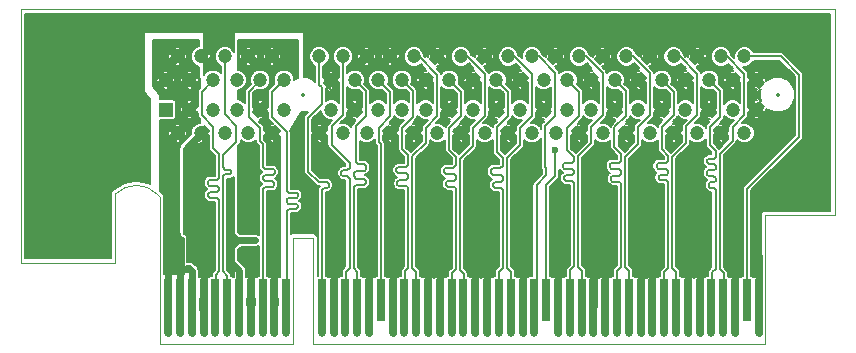
<source format=gtl>
G04 #@! TF.FileFunction,Copper,L1,Top,Signal*
%FSLAX46Y46*%
G04 Gerber Fmt 4.6, Leading zero omitted, Abs format (unit mm)*
G04 Created by KiCad (PCBNEW 4.0.2+e4-6225~38~ubuntu14.04.1-stable) date Mon Aug  1 23:16:18 2016*
%MOMM*%
G01*
G04 APERTURE LIST*
%ADD10C,0.350000*%
%ADD11C,0.100000*%
%ADD12R,0.650240X4.599940*%
%ADD13R,0.650240X3.599180*%
%ADD14C,0.650240*%
%ADD15R,1.200000X1.200000*%
%ADD16C,1.200000*%
%ADD17C,0.600000*%
%ADD18C,0.152400*%
%ADD19C,0.254000*%
%ADD20C,0.609600*%
%ADD21C,0.406400*%
%ADD22C,0.228600*%
%ADD23C,0.127000*%
%ADD24C,0.300000*%
%ADD25C,0.350000*%
G04 APERTURE END LIST*
D10*
D11*
X174000000Y-175677360D02*
X173750000Y-175427360D01*
X174000000Y-175720060D02*
X174000000Y-188150000D01*
X185250000Y-179150000D02*
X185250000Y-188150000D01*
X162250000Y-159804100D02*
X162250000Y-181250000D01*
X170225720Y-175488600D02*
X170225720Y-181250000D01*
X170172380Y-181250000D02*
X162250000Y-181250000D01*
X225247200Y-177250000D02*
X231165400Y-177250000D01*
X231162860Y-159804100D02*
X162250000Y-159804100D01*
X231165400Y-177241200D02*
X231165400Y-159806640D01*
X225250000Y-177250000D02*
X225250000Y-177500000D01*
X185250000Y-188150000D02*
X174000000Y-188150000D01*
X187000000Y-179150000D02*
X185250000Y-179150000D01*
X187000000Y-188150000D02*
X187000000Y-179150000D01*
X225250000Y-188150000D02*
X187000000Y-188150000D01*
X225250000Y-177250000D02*
X225250000Y-188150000D01*
X173795515Y-175473408D02*
G75*
G03X170265240Y-175442600I-1780275J-1719192D01*
G01*
D12*
X174714620Y-184936920D03*
X175715380Y-184936920D03*
X176713600Y-184936920D03*
X177714360Y-184936920D03*
X178715120Y-184936920D03*
X179713340Y-184936920D03*
X180714100Y-184936920D03*
X181714860Y-184936920D03*
X182713080Y-184936920D03*
X183713840Y-184936920D03*
X184714600Y-184936920D03*
X187714340Y-184936920D03*
X188715100Y-184936920D03*
X189713320Y-184936920D03*
X190714080Y-184936920D03*
X191714840Y-184936920D03*
D13*
X192713060Y-184436540D03*
D12*
X193713820Y-184936920D03*
X194714220Y-184936920D03*
X195714220Y-184936920D03*
X196714220Y-184936920D03*
X197714220Y-184936920D03*
X198714220Y-184936920D03*
X199714220Y-184936920D03*
X200714220Y-184936920D03*
X201714220Y-184936920D03*
X202714220Y-184936920D03*
X203714220Y-184936920D03*
X204714220Y-184936920D03*
X205714220Y-184936920D03*
D13*
X206714220Y-184436920D03*
D12*
X207714220Y-184936920D03*
X208714220Y-184936920D03*
X209714220Y-184936920D03*
X210714220Y-184936920D03*
X211714220Y-184936920D03*
X212714220Y-184936920D03*
X213714220Y-184936920D03*
X214714220Y-184936920D03*
X215714220Y-184936920D03*
X216714220Y-184936920D03*
X217714220Y-184936920D03*
X218714220Y-184936920D03*
X219714220Y-184936920D03*
X220714220Y-184936920D03*
X221714220Y-184936920D03*
X222714220Y-184936920D03*
D13*
X223714220Y-184436920D03*
D12*
X224714220Y-184936920D03*
D14*
X174714620Y-187238160D03*
X175715380Y-187238160D03*
X176713600Y-187238160D03*
X177714360Y-187238160D03*
X178715120Y-187238160D03*
X179713340Y-187238160D03*
X180714100Y-187238160D03*
X181714860Y-187238160D03*
X182713080Y-187238160D03*
X183713840Y-187238160D03*
X184714600Y-187238160D03*
X187714340Y-187238160D03*
X188715100Y-187238160D03*
X189713320Y-187238160D03*
X190714080Y-187238160D03*
X191714840Y-187238160D03*
X193713820Y-187238160D03*
X194714220Y-187238160D03*
X195714220Y-187238160D03*
X196714220Y-187238160D03*
X197714220Y-187238160D03*
X198714220Y-187238160D03*
X199714220Y-187238160D03*
X200714220Y-187238160D03*
X201714220Y-187238160D03*
X202714220Y-187238160D03*
X203714220Y-187238160D03*
X204714220Y-187238160D03*
X205714220Y-187238160D03*
X207714220Y-187238160D03*
X208714220Y-187238160D03*
X209714220Y-187238160D03*
X210714220Y-187238160D03*
X211714220Y-187238160D03*
X212714220Y-187238160D03*
X213714220Y-187238160D03*
X214714220Y-187238160D03*
X215714220Y-187238160D03*
X216714220Y-187238160D03*
X217714220Y-187238160D03*
X218714220Y-187238160D03*
X219714220Y-187238160D03*
X220714220Y-187238160D03*
X221714220Y-187238160D03*
X222714220Y-187238160D03*
X224714220Y-187238160D03*
D15*
X174506600Y-168305800D03*
D16*
X175506600Y-170305800D03*
X176506600Y-168305800D03*
X177506600Y-170305800D03*
X178506600Y-168305800D03*
X179506600Y-170305800D03*
X180506600Y-168305800D03*
X181506600Y-170305800D03*
X182506600Y-168305800D03*
X183506600Y-170305800D03*
X184506600Y-168305800D03*
X187506600Y-170305800D03*
X188506600Y-168305800D03*
X189506600Y-170305800D03*
X190506600Y-168305800D03*
X191506600Y-170305800D03*
X192506600Y-168305800D03*
X193506600Y-170305800D03*
X194506600Y-168305800D03*
X195506600Y-170305800D03*
X196506600Y-168305800D03*
X197506600Y-170305800D03*
X198506600Y-168305800D03*
X199506600Y-170305800D03*
X200506600Y-168305800D03*
X201506600Y-170305800D03*
X202506600Y-168305800D03*
X203506600Y-170305800D03*
X204506600Y-168305800D03*
X205506600Y-170305800D03*
X206506600Y-168305800D03*
X207506600Y-170305800D03*
X208506600Y-168305800D03*
X209506600Y-170305800D03*
X210506600Y-168305800D03*
X211506600Y-170305800D03*
X212506600Y-168305800D03*
X213506600Y-170305800D03*
X214506600Y-168305800D03*
X215506600Y-170305800D03*
X216506600Y-168305800D03*
X217506600Y-170305800D03*
X218506600Y-168305800D03*
X219506600Y-170305800D03*
X220506600Y-168305800D03*
X221506600Y-170305800D03*
X222506600Y-168305800D03*
X223506600Y-170305800D03*
X174506600Y-165805800D03*
X175506600Y-163805800D03*
X176506600Y-165805800D03*
X177506600Y-163805800D03*
X178506600Y-165805800D03*
X179506600Y-163805800D03*
X180506600Y-165805800D03*
X181506600Y-163805800D03*
X182506600Y-165805800D03*
X183506600Y-163805800D03*
X184506600Y-165805800D03*
X187506600Y-163805800D03*
X188506600Y-165805800D03*
X189506600Y-163805800D03*
X190506600Y-165805800D03*
X191506600Y-163805800D03*
X192506600Y-165805800D03*
X193506600Y-163805800D03*
X194506600Y-165805800D03*
X195506600Y-163805800D03*
X196506600Y-165805800D03*
X197506600Y-163805800D03*
X198506600Y-165805800D03*
X199506600Y-163805800D03*
X200506600Y-165805800D03*
X201506600Y-163805800D03*
X202506600Y-165805800D03*
X203506600Y-163805800D03*
X204506600Y-165805800D03*
X205506600Y-163805800D03*
X206506600Y-165805800D03*
X207506600Y-163805800D03*
X208506600Y-165805800D03*
X209506600Y-163805800D03*
X210506600Y-165805800D03*
X211506600Y-163805800D03*
X212506600Y-165805800D03*
X213506600Y-163805800D03*
X214506600Y-165805800D03*
X215506600Y-163805800D03*
X216506600Y-165805800D03*
X217506600Y-163805800D03*
X218506600Y-165805800D03*
X219506600Y-163805800D03*
X220506600Y-165805800D03*
X221506600Y-163805800D03*
X222506600Y-165805800D03*
X223506600Y-163805800D03*
X224506600Y-168305800D03*
X224506600Y-165805800D03*
D17*
X180050000Y-174900000D03*
X182250000Y-161000000D03*
X178500000Y-162750000D03*
X191250000Y-171750000D03*
X185750000Y-171750000D03*
X227500000Y-175500000D03*
X229500000Y-172000000D03*
X229500000Y-166750000D03*
X229500000Y-162500000D03*
X223000000Y-161000000D03*
X215500000Y-161000000D03*
X209250000Y-161000000D03*
X202500000Y-161000000D03*
X196750000Y-161000000D03*
X191000000Y-161000000D03*
X186500000Y-161000000D03*
X178500000Y-161000000D03*
X188350000Y-180500000D03*
X191250000Y-180500000D03*
X193750000Y-180500000D03*
X196250000Y-180500000D03*
X224500000Y-180500000D03*
X222250000Y-180500000D03*
X220250000Y-180500000D03*
X218250000Y-180500000D03*
X216250000Y-180500000D03*
X214250000Y-180500000D03*
X212250000Y-180500000D03*
X210250000Y-180500000D03*
X207400000Y-180500000D03*
X198250000Y-180500000D03*
X200250000Y-180500000D03*
X202250000Y-180500000D03*
X204250000Y-180500000D03*
X206100000Y-173625000D03*
X186400000Y-176200000D03*
X182025000Y-179375000D03*
X207827880Y-175069500D03*
X176212500Y-178673760D03*
X178216560Y-181333140D03*
X185333640Y-177401220D03*
X180050440Y-181249320D03*
X210312000Y-173179740D03*
X207500000Y-171750000D03*
X175633380Y-181759860D03*
X176517300Y-181744620D03*
X183750000Y-171750000D03*
X182025000Y-178250000D03*
X183728360Y-181033420D03*
X183565800Y-177485040D03*
X182006242Y-181310280D03*
X182118000Y-171958000D03*
D18*
X184732380Y-184974000D02*
X184732380Y-187275240D01*
X184732380Y-181246780D02*
X184732380Y-184974000D01*
X184732380Y-170160400D02*
X184732380Y-175154040D01*
X184906920Y-176715420D02*
X185549540Y-176715420D01*
X185694320Y-176570640D02*
X185549540Y-176715420D01*
X184871360Y-176258220D02*
X185559700Y-176258220D01*
X185559700Y-176258220D02*
X185694320Y-176392840D01*
X184906920Y-176715420D02*
X184732380Y-176889960D01*
X184732380Y-176119240D02*
X184871360Y-176258220D01*
X184732380Y-175154040D02*
X184912000Y-175333660D01*
X184732380Y-170160400D02*
X183509920Y-168937940D01*
X183509920Y-168937940D02*
X183509920Y-166802480D01*
X184506600Y-165805800D02*
X183509920Y-166802480D01*
X184732380Y-176889960D02*
X184732380Y-181246780D01*
X184878980Y-175752760D02*
X184732380Y-175899360D01*
X185602880Y-175752760D02*
X184878980Y-175752760D01*
X185724800Y-175630840D02*
X185602880Y-175752760D01*
X185724800Y-175465740D02*
X185724800Y-175630840D01*
X185592720Y-175333660D02*
X185724800Y-175465740D01*
X184912000Y-175333660D02*
X185592720Y-175333660D01*
X185694320Y-176392840D02*
X185694320Y-176570640D01*
X184732380Y-175899360D02*
X184732380Y-176119240D01*
X187732120Y-184974000D02*
X187732120Y-187275240D01*
X187732120Y-181599840D02*
X187732120Y-184974000D01*
X188168830Y-174432510D02*
X187444930Y-174432510D01*
X187732120Y-181599840D02*
X187732120Y-175427640D01*
X187732120Y-175427640D02*
X187732120Y-175190700D01*
X187732120Y-175109420D02*
X187732120Y-175190700D01*
X187909200Y-174932340D02*
X187732120Y-175109420D01*
X188307980Y-174820580D02*
X188196220Y-174932340D01*
X188307980Y-174571660D02*
X188307980Y-174820580D01*
X188168830Y-174432510D02*
X188307980Y-174571660D01*
X188196220Y-174932340D02*
X187909200Y-174932340D01*
X187444930Y-174432510D02*
X186568080Y-173555660D01*
X186568080Y-173172120D02*
X186568080Y-173555660D01*
X186568080Y-173172120D02*
X186568080Y-168988740D01*
X186568080Y-168988740D02*
X187721240Y-167835580D01*
X187721240Y-167835580D02*
X187721240Y-166415720D01*
X187721240Y-166415720D02*
X187506600Y-166201080D01*
X187506600Y-166201080D02*
X187506600Y-163805800D01*
X189731100Y-184974000D02*
X189731100Y-187275240D01*
X189731100Y-184974000D02*
X189731100Y-182030920D01*
X189731100Y-182030920D02*
X190068200Y-181693820D01*
X189517020Y-173941740D02*
X189837060Y-173941740D01*
X189494160Y-173443900D02*
X189384940Y-173553120D01*
X189384940Y-173553120D02*
X189384940Y-173809660D01*
X189384940Y-173809660D02*
X189517020Y-173941740D01*
X189506600Y-163805800D02*
X189506600Y-168760400D01*
X188541660Y-169725340D02*
X189506600Y-168760400D01*
X188541660Y-171282360D02*
X188541660Y-169725340D01*
X190068200Y-172808900D02*
X190068200Y-173243240D01*
X190068200Y-172808900D02*
X188541660Y-171282360D01*
X190068200Y-173243240D02*
X189867540Y-173443900D01*
X189867540Y-173443900D02*
X189494160Y-173443900D01*
X189837060Y-173941740D02*
X190068200Y-174172880D01*
X190068200Y-181693820D02*
X190068200Y-174172880D01*
X190731860Y-187275240D02*
X190731860Y-184974000D01*
X190731860Y-184974000D02*
X190731860Y-182050140D01*
X190731860Y-182050140D02*
X190423802Y-181742082D01*
X190576200Y-169725340D02*
X191467740Y-168833800D01*
X191467740Y-166766940D02*
X190506600Y-165805800D01*
X191467740Y-168833800D02*
X191467740Y-166766940D01*
X190576200Y-172158660D02*
X190576200Y-172722540D01*
X190756540Y-172902880D02*
X191320420Y-172902880D01*
X190576200Y-172722540D02*
X190756540Y-172902880D01*
X190576200Y-172158660D02*
X190576200Y-169725340D01*
X190423802Y-173652178D02*
X190423802Y-173954442D01*
X190583820Y-174708820D02*
X190423802Y-174868838D01*
X191297560Y-174708820D02*
X190583820Y-174708820D01*
X191449960Y-174556420D02*
X191297560Y-174708820D01*
X191449960Y-174307500D02*
X191449960Y-174556420D01*
X191282320Y-174139860D02*
X191449960Y-174307500D01*
X190609220Y-174139860D02*
X191282320Y-174139860D01*
X190423802Y-173954442D02*
X190609220Y-174139860D01*
X190606680Y-173469300D02*
X190423802Y-173652178D01*
X191343280Y-173469300D02*
X190606680Y-173469300D01*
X191488060Y-173324520D02*
X191343280Y-173469300D01*
X191488060Y-173070520D02*
X191488060Y-173324520D01*
X191320420Y-172902880D02*
X191488060Y-173070520D01*
X190423802Y-181742082D02*
X190423802Y-174868838D01*
X194732000Y-184974000D02*
X194732000Y-187275240D01*
X194732000Y-184974000D02*
X194732000Y-182005878D01*
X194732000Y-182005878D02*
X195026278Y-181711600D01*
X195026278Y-172971462D02*
X194810380Y-173187360D01*
X194810380Y-173187360D02*
X194170300Y-173187360D01*
X194170300Y-173187360D02*
X194035680Y-173321980D01*
X194035680Y-173321980D02*
X194035680Y-173515020D01*
X194035680Y-173515020D02*
X194185540Y-173664880D01*
X194185540Y-173664880D02*
X194815460Y-173664880D01*
X194815460Y-173664880D02*
X195026278Y-173875698D01*
X195026278Y-172173900D02*
X195026278Y-172971462D01*
X195026278Y-174129702D02*
X194858640Y-174297340D01*
X195026278Y-173875698D02*
X195026278Y-174129702D01*
X194274440Y-174297340D02*
X194114420Y-174457360D01*
X194114420Y-174457360D02*
X194114420Y-174658020D01*
X194858640Y-174297340D02*
X194274440Y-174297340D01*
X194259200Y-174802800D02*
X194114420Y-174658020D01*
X194896740Y-174802800D02*
X195026278Y-174932338D01*
X195026278Y-174932338D02*
X195026278Y-181432200D01*
X194896740Y-174802800D02*
X194259200Y-174802800D01*
X195463160Y-166762360D02*
X194506600Y-165805800D01*
X195463160Y-168892220D02*
X195463160Y-166762360D01*
X195026278Y-172156118D02*
X195026278Y-172173900D01*
X194530980Y-171660820D02*
X194530980Y-169824400D01*
X194530980Y-169824400D02*
X195463160Y-168892220D01*
X195026278Y-172156118D02*
X194530980Y-171660820D01*
X195026278Y-181711600D02*
X195026278Y-181432200D01*
X195732000Y-184974000D02*
X195732000Y-187275240D01*
X195732000Y-184974000D02*
X195732000Y-182061720D01*
X195732000Y-182061720D02*
X195381880Y-181711600D01*
X196512180Y-169834560D02*
X196512180Y-171129960D01*
X196512180Y-171129960D02*
X195381880Y-172260260D01*
X195381880Y-181711600D02*
X195381880Y-172260260D01*
X195941880Y-163805800D02*
X195506600Y-163805800D01*
X197510400Y-165374320D02*
X195941880Y-163805800D01*
X197510400Y-168836340D02*
X197510400Y-165374320D01*
X196512180Y-169834560D02*
X197510400Y-168836340D01*
X198732000Y-184974000D02*
X198732000Y-187275240D01*
X198732000Y-184974000D02*
X198732000Y-182166400D01*
X198732000Y-182166400D02*
X199069960Y-181828440D01*
X199069960Y-173936660D02*
X199069960Y-174177960D01*
X198927720Y-174815500D02*
X199069960Y-174957740D01*
X198389240Y-174815500D02*
X198927720Y-174815500D01*
X198249540Y-174675800D02*
X198389240Y-174815500D01*
X198249540Y-174475140D02*
X198249540Y-174675800D01*
X198386700Y-174337980D02*
X198249540Y-174475140D01*
X198909940Y-174337980D02*
X198386700Y-174337980D01*
X199069960Y-174177960D02*
X198909940Y-174337980D01*
X199069960Y-172300900D02*
X199069960Y-173024800D01*
X198897240Y-173763940D02*
X199069960Y-173936660D01*
X198193660Y-173763940D02*
X198897240Y-173763940D01*
X198048880Y-173619160D02*
X198193660Y-173763940D01*
X198048880Y-173405800D02*
X198048880Y-173619160D01*
X198191120Y-173263560D02*
X198048880Y-173405800D01*
X198831200Y-173263560D02*
X198191120Y-173263560D01*
X199069960Y-173024800D02*
X198831200Y-173263560D01*
X199069960Y-181828440D02*
X199069960Y-174957740D01*
X199069960Y-172300900D02*
X198521320Y-171752260D01*
X198521320Y-171752260D02*
X198521320Y-169844720D01*
X199522080Y-166821280D02*
X198506600Y-165805800D01*
X198521320Y-169844720D02*
X199522080Y-168843960D01*
X199522080Y-168843960D02*
X199522080Y-166821280D01*
X199732000Y-187275240D02*
X199732000Y-184974000D01*
X199732000Y-184974000D02*
X199732000Y-182185680D01*
X199732000Y-182185680D02*
X199425562Y-181879242D01*
X199425562Y-172460918D02*
X200497440Y-171389040D01*
X199425562Y-181879242D02*
X199425562Y-172460918D01*
X200036360Y-163805800D02*
X199506600Y-163805800D01*
X201503280Y-165272720D02*
X200036360Y-163805800D01*
X201503280Y-168821100D02*
X201503280Y-165272720D01*
X200497440Y-169826940D02*
X201503280Y-168821100D01*
X200497440Y-171389040D02*
X200497440Y-169826940D01*
D19*
X202714220Y-187238160D02*
X202714220Y-184936920D01*
D18*
X202732000Y-187275240D02*
X202732000Y-184974000D01*
X202732000Y-184974000D02*
X202732000Y-182032280D01*
X202732000Y-182032280D02*
X203065380Y-181698900D01*
X203065380Y-172402500D02*
X202539600Y-171876720D01*
X203489560Y-166788760D02*
X202506600Y-165805800D01*
X203489560Y-168838880D02*
X203489560Y-166788760D01*
X202539600Y-169788840D02*
X203489560Y-168838880D01*
X202539600Y-171876720D02*
X202539600Y-169788840D01*
X203065380Y-174043340D02*
X203065380Y-174279560D01*
X202905360Y-174970440D02*
X203065380Y-175130460D01*
X202366880Y-174970440D02*
X202905360Y-174970440D01*
X202206860Y-174810420D02*
X202366880Y-174970440D01*
X202206860Y-174589440D02*
X202206860Y-174810420D01*
X202361800Y-174434500D02*
X202206860Y-174589440D01*
X202910440Y-174434500D02*
X202361800Y-174434500D01*
X203065380Y-174279560D02*
X202910440Y-174434500D01*
X203065380Y-172402500D02*
X203065380Y-173037500D01*
X202885040Y-173863000D02*
X203065380Y-174043340D01*
X202204320Y-173863000D02*
X202885040Y-173863000D01*
X202016360Y-173675040D02*
X202204320Y-173863000D01*
X202016360Y-173431200D02*
X202016360Y-173675040D01*
X202189080Y-173258480D02*
X202016360Y-173431200D01*
X202844400Y-173258480D02*
X202189080Y-173258480D01*
X203065380Y-173037500D02*
X202844400Y-173258480D01*
X203065380Y-181698900D02*
X203065380Y-175130460D01*
D19*
X203714220Y-187238160D02*
X203714220Y-184936920D01*
D18*
X203732000Y-184974000D02*
X203732000Y-187275240D01*
X203732000Y-184974000D02*
X203732000Y-182015000D01*
X203732000Y-182015000D02*
X203420982Y-181703982D01*
X204513180Y-171274740D02*
X204513180Y-169837100D01*
X204003840Y-163805800D02*
X203506600Y-163805800D01*
X205511400Y-165313360D02*
X204003840Y-163805800D01*
X205511400Y-168838880D02*
X205511400Y-165313360D01*
X204513180Y-169837100D02*
X205511400Y-168838880D01*
X203420982Y-181703982D02*
X203420982Y-173103540D01*
X203420982Y-172366938D02*
X204513180Y-171274740D01*
X203420982Y-173103540D02*
X203420982Y-172366938D01*
X205506600Y-163805800D02*
X206073940Y-163805800D01*
X206073940Y-163805800D02*
X207500220Y-165232080D01*
X207500220Y-165232080D02*
X207500220Y-168841420D01*
X207500220Y-168841420D02*
X206625000Y-169716640D01*
X205732000Y-184974000D02*
X205732000Y-187275240D01*
X206625000Y-169716640D02*
X206625000Y-173175000D01*
X206625000Y-173175000D02*
X206725000Y-173275000D01*
X206725000Y-173275000D02*
X206725000Y-173875000D01*
X206725000Y-173875000D02*
X205900000Y-174700000D01*
X205900000Y-174700000D02*
X205900000Y-184806000D01*
X205900000Y-184806000D02*
X205732000Y-184974000D01*
D19*
X205714220Y-187238160D02*
X205714220Y-184936920D01*
X208714220Y-187238160D02*
X208714220Y-184936920D01*
D18*
X208732000Y-187275240D02*
X208732000Y-184974000D01*
X208732000Y-184974000D02*
X208732000Y-181922540D01*
X208732000Y-181922540D02*
X209069940Y-181584600D01*
X208117440Y-172971460D02*
X208117440Y-173184820D01*
X208244440Y-172844460D02*
X208117440Y-172971460D01*
X208490820Y-171739560D02*
X208490820Y-169857420D01*
X208490820Y-169857420D02*
X209514440Y-168833800D01*
X209514440Y-168833800D02*
X209514440Y-166813640D01*
X208506600Y-165805800D02*
X209514440Y-166813640D01*
X209069940Y-172318680D02*
X208490820Y-171739560D01*
X209069940Y-172656500D02*
X208881980Y-172844460D01*
X209069940Y-172318680D02*
X209069940Y-172656500D01*
X208881980Y-172844460D02*
X208244440Y-172844460D01*
X208259680Y-173327060D02*
X208117440Y-173184820D01*
X209069940Y-173497240D02*
X209069940Y-173705520D01*
X208927700Y-174345600D02*
X209069940Y-174487840D01*
X208363820Y-174345600D02*
X208927700Y-174345600D01*
X208221580Y-174203360D02*
X208363820Y-174345600D01*
X208221580Y-174000160D02*
X208221580Y-174203360D01*
X208353660Y-173868080D02*
X208221580Y-174000160D01*
X208907380Y-173868080D02*
X208353660Y-173868080D01*
X209069940Y-173705520D02*
X208907380Y-173868080D01*
X208899760Y-173327060D02*
X209069940Y-173497240D01*
X209069940Y-181584600D02*
X209069940Y-174487840D01*
X208899760Y-173327060D02*
X208259680Y-173327060D01*
D19*
X209714220Y-187238160D02*
X209714220Y-184936920D01*
D18*
X209732000Y-184974000D02*
X209732000Y-187275240D01*
X209732000Y-184974000D02*
X209732000Y-181949480D01*
X209732000Y-181949480D02*
X209425542Y-181643022D01*
X209506600Y-163805800D02*
X210074440Y-163805800D01*
X210074440Y-163805800D02*
X211500720Y-165232080D01*
X211500720Y-168783000D02*
X210517740Y-169765980D01*
X211500720Y-165232080D02*
X211500720Y-168783000D01*
X209425542Y-172260258D02*
X210517740Y-171168060D01*
X209425542Y-181643022D02*
X209425542Y-172260258D01*
X210517740Y-171168060D02*
X210517740Y-169765980D01*
X212732000Y-184974000D02*
X212732000Y-187275240D01*
X212732000Y-184974000D02*
X212732000Y-181943360D01*
X212732000Y-181943360D02*
X213062820Y-181612540D01*
X212498940Y-169811700D02*
X213456520Y-168854120D01*
X213456520Y-166755720D02*
X212506600Y-165805800D01*
X213456520Y-168854120D02*
X213456520Y-166755720D01*
X212912960Y-173908720D02*
X212318600Y-173908720D01*
X212219540Y-172816520D02*
X212102700Y-172933360D01*
X213062820Y-172105320D02*
X213062820Y-172631100D01*
X213062820Y-172631100D02*
X212877400Y-172816520D01*
X213062820Y-172105320D02*
X213062820Y-172072300D01*
X213062820Y-172072300D02*
X212498940Y-171508420D01*
X212498940Y-171508420D02*
X212498940Y-169811700D01*
X212877400Y-172816520D02*
X212219540Y-172816520D01*
X212227160Y-173316900D02*
X212102700Y-173192440D01*
X212102700Y-173192440D02*
X212102700Y-172933360D01*
X213057740Y-173494700D02*
X213057740Y-173763940D01*
X213057740Y-173763940D02*
X212912960Y-173908720D01*
X212879940Y-173316900D02*
X213057740Y-173494700D01*
X212879940Y-173316900D02*
X212227160Y-173316900D01*
X212318600Y-173908720D02*
X212181440Y-174045880D01*
X213062820Y-181612540D02*
X213062820Y-174558960D01*
X212900260Y-174396400D02*
X213062820Y-174558960D01*
X212181440Y-174045880D02*
X212181440Y-174249080D01*
X212181440Y-174249080D02*
X212328760Y-174396400D01*
X212328760Y-174396400D02*
X212900260Y-174396400D01*
X213732000Y-187275240D02*
X213732000Y-184974000D01*
X213732000Y-184974000D02*
X213732000Y-181956600D01*
X213732000Y-181956600D02*
X213418422Y-181643022D01*
X213418422Y-172321218D02*
X214510620Y-171229020D01*
X213418422Y-181643022D02*
X213418422Y-172321218D01*
X214064780Y-163805800D02*
X213506600Y-163805800D01*
X215498680Y-165239700D02*
X214064780Y-163805800D01*
X215498680Y-168788080D02*
X215498680Y-165239700D01*
X214510620Y-169776140D02*
X215498680Y-168788080D01*
X214510620Y-171229020D02*
X214510620Y-169776140D01*
X216732000Y-184974000D02*
X216732000Y-187275240D01*
X216732000Y-184974000D02*
X216732000Y-182048000D01*
X216732000Y-182048000D02*
X217048080Y-181731920D01*
X216179400Y-172836840D02*
X216060020Y-172956220D01*
X216060020Y-172956220D02*
X216060020Y-173202600D01*
X216890600Y-173339760D02*
X216197180Y-173339760D01*
X216197180Y-173339760D02*
X216060020Y-173202600D01*
X216898220Y-174287180D02*
X217048080Y-174437040D01*
X216364820Y-174287180D02*
X216898220Y-174287180D01*
X216227660Y-174150020D02*
X216364820Y-174287180D01*
X216227660Y-173951900D02*
X216227660Y-174150020D01*
X216354660Y-173824900D02*
X216227660Y-173951900D01*
X216921080Y-173824900D02*
X216354660Y-173824900D01*
X217048080Y-173697900D02*
X216921080Y-173824900D01*
X216890600Y-173339760D02*
X217048080Y-173497240D01*
X217048080Y-181731920D02*
X217048080Y-174437040D01*
X217048080Y-173497240D02*
X217048080Y-173697900D01*
X216877900Y-172836840D02*
X216179400Y-172836840D01*
X217512900Y-168780460D02*
X217512900Y-166812100D01*
X216507060Y-169786300D02*
X217512900Y-168780460D01*
X216507060Y-171655740D02*
X216507060Y-169786300D01*
X216506600Y-165805800D02*
X217512900Y-166812100D01*
X217048080Y-172196760D02*
X216507060Y-171655740D01*
X217048080Y-172666660D02*
X216877900Y-172836840D01*
X217048080Y-172196760D02*
X217048080Y-172666660D01*
X217732000Y-184974000D02*
X217732000Y-187275240D01*
X217732000Y-184974000D02*
X217732000Y-182045000D01*
X217732000Y-182045000D02*
X217403682Y-181716682D01*
X217506600Y-163805800D02*
X218014480Y-163805800D01*
X218014480Y-163805800D02*
X219524580Y-165315900D01*
X219524580Y-168752520D02*
X219524580Y-165315900D01*
X218546680Y-169730420D02*
X219524580Y-168752520D01*
X217403682Y-172514260D02*
X217403682Y-172290738D01*
X217403682Y-172290738D02*
X218546680Y-171147740D01*
X217403682Y-181716682D02*
X217403682Y-172514260D01*
X218546680Y-171147740D02*
X218546680Y-169730420D01*
X220732000Y-187275240D02*
X220732000Y-184974000D01*
X220732000Y-184974000D02*
X220732000Y-182086600D01*
X220732000Y-182086600D02*
X221053660Y-181764940D01*
X221053660Y-171775120D02*
X220591380Y-171312840D01*
X221437200Y-166736400D02*
X220506600Y-165805800D01*
X221437200Y-168899840D02*
X221437200Y-166736400D01*
X220591380Y-169745660D02*
X221437200Y-168899840D01*
X220591380Y-171312840D02*
X220591380Y-169745660D01*
X220926660Y-174942500D02*
X220629480Y-174942500D01*
X220926660Y-174942500D02*
X221053660Y-175069500D01*
X221053660Y-181764940D02*
X221053660Y-175069500D01*
X220502480Y-174594520D02*
X220624400Y-174472600D01*
X220502480Y-174815500D02*
X220502480Y-174594520D01*
X220629480Y-174942500D02*
X220502480Y-174815500D01*
X220929200Y-174472600D02*
X220624400Y-174472600D01*
X221053660Y-174119540D02*
X221053660Y-174348140D01*
X221053660Y-174348140D02*
X220929200Y-174472600D01*
X221053660Y-173065440D02*
X221053660Y-173316900D01*
X220883480Y-173949360D02*
X221053660Y-174119540D01*
X220464380Y-173949360D02*
X220883480Y-173949360D01*
X220322140Y-173807120D02*
X220464380Y-173949360D01*
X220322140Y-173563280D02*
X220322140Y-173807120D01*
X220444060Y-173441360D02*
X220322140Y-173563280D01*
X220929200Y-173441360D02*
X220444060Y-173441360D01*
X221053660Y-173316900D02*
X220929200Y-173441360D01*
X221053660Y-171775120D02*
X221053660Y-172323760D01*
X220901260Y-172913040D02*
X221053660Y-173065440D01*
X220479620Y-172913040D02*
X220901260Y-172913040D01*
X220327220Y-172760640D02*
X220479620Y-172913040D01*
X220327220Y-172577760D02*
X220327220Y-172760640D01*
X220456760Y-172448220D02*
X220327220Y-172577760D01*
X220929200Y-172448220D02*
X220456760Y-172448220D01*
X221053660Y-172323760D02*
X220929200Y-172448220D01*
X221732000Y-184974000D02*
X221732000Y-187275240D01*
X221732000Y-184974000D02*
X221732000Y-182118160D01*
X221732000Y-182118160D02*
X221409262Y-181795422D01*
X223486980Y-168798240D02*
X223486980Y-165277800D01*
X222496380Y-170939460D02*
X222496380Y-169788840D01*
X222496380Y-169788840D02*
X223486980Y-168798240D01*
X221409262Y-181795422D02*
X221409262Y-172026578D01*
X221409262Y-172026578D02*
X222496380Y-170939460D01*
X223486980Y-165277800D02*
X222014980Y-163805800D01*
X222014980Y-163805800D02*
X221506600Y-163805800D01*
X178732900Y-187275240D02*
X178732900Y-184974000D01*
X178732900Y-184974000D02*
X178732900Y-182279840D01*
X178732900Y-182279840D02*
X179014118Y-181998622D01*
X179014118Y-174071282D02*
X179014118Y-172084998D01*
X178526440Y-171597320D02*
X179014118Y-172084998D01*
X179014118Y-181998622D02*
X179014118Y-175943258D01*
X177540920Y-166771480D02*
X178506600Y-165805800D01*
X178526440Y-169778680D02*
X177540920Y-168793160D01*
X177540920Y-168793160D02*
X177540920Y-166771480D01*
X178526440Y-171597320D02*
X178526440Y-169778680D01*
X179014118Y-174071282D02*
X178808380Y-174277020D01*
X178808380Y-174277020D02*
X178175920Y-174277020D01*
X178175920Y-174277020D02*
X178056540Y-174396400D01*
X178056540Y-174396400D02*
X178056540Y-174597060D01*
X178056540Y-174597060D02*
X178198780Y-174739300D01*
X178198780Y-174739300D02*
X178831240Y-174739300D01*
X178831240Y-174739300D02*
X179014118Y-174922178D01*
X179014118Y-175125382D02*
X178864260Y-175275240D01*
X178864260Y-175275240D02*
X178236880Y-175275240D01*
X178236880Y-175275240D02*
X178089560Y-175422560D01*
X178089560Y-175422560D02*
X178089560Y-175620680D01*
X178089560Y-175620680D02*
X178244500Y-175775620D01*
X178244500Y-175775620D02*
X178846480Y-175775620D01*
X178846480Y-175775620D02*
X179014118Y-175943258D01*
X179014118Y-174922178D02*
X179014118Y-175125382D01*
X179562760Y-173377860D02*
X179971700Y-173377860D01*
X180494940Y-171051220D02*
X179369720Y-172176440D01*
X180494940Y-169651680D02*
X179506600Y-168663340D01*
X179506600Y-163805800D02*
X179506600Y-168663340D01*
X180494940Y-171051220D02*
X180494940Y-169651680D01*
X179369720Y-173184820D02*
X179562760Y-173377860D01*
X179369720Y-172176440D02*
X179369720Y-173184820D01*
X179971700Y-173377860D02*
X180068220Y-173474380D01*
X179731120Y-187275240D02*
X179731120Y-184974000D01*
X179731120Y-184974000D02*
X179731120Y-182367640D01*
X179731120Y-182367640D02*
X179369720Y-182006240D01*
X180068220Y-173695360D02*
X179966620Y-173796960D01*
X180068220Y-173474380D02*
X180068220Y-173695360D01*
X179966620Y-173796960D02*
X179529740Y-173796960D01*
X179529740Y-173796960D02*
X179369720Y-173956980D01*
X179369720Y-182006240D02*
X179369720Y-173956980D01*
X182730860Y-187275240D02*
X182730860Y-184974000D01*
X182730860Y-181292500D02*
X182730860Y-184974000D01*
X182730860Y-173188080D02*
X182730860Y-171247520D01*
X182882540Y-173339760D02*
X182730860Y-173188080D01*
X182887620Y-174373540D02*
X183542940Y-174373540D01*
X182730860Y-173994360D02*
X182730860Y-174216780D01*
X182730860Y-174216780D02*
X182887620Y-174373540D01*
X182897780Y-173827440D02*
X182730860Y-173994360D01*
X183578500Y-173827440D02*
X182897780Y-173827440D01*
X183603900Y-173339760D02*
X183723280Y-173459140D01*
X183723280Y-173459140D02*
X183723280Y-173682660D01*
X183723280Y-173682660D02*
X183578500Y-173827440D01*
X182730860Y-171247520D02*
X182468520Y-170985180D01*
X182468520Y-170985180D02*
X182468520Y-169887900D01*
X182468520Y-169887900D02*
X181521100Y-168940480D01*
X181521100Y-168940480D02*
X181521100Y-166791300D01*
X182506600Y-165805800D02*
X181521100Y-166791300D01*
X183702960Y-174718980D02*
X183568340Y-174853600D01*
X183702960Y-174533560D02*
X183702960Y-174718980D01*
X183542940Y-174373540D02*
X183702960Y-174533560D01*
X182730860Y-175017980D02*
X182730860Y-181292500D01*
X183568340Y-174853600D02*
X182895240Y-174853600D01*
X182895240Y-174853600D02*
X182730860Y-175017980D01*
X183603900Y-173339760D02*
X182882540Y-173339760D01*
D20*
X180050440Y-179964080D02*
X180050440Y-178900000D01*
X180050440Y-178900000D02*
X180050440Y-174900440D01*
X182025000Y-179375000D02*
X180525440Y-179375000D01*
X180525440Y-179375000D02*
X180050440Y-178900000D01*
X180050440Y-174900440D02*
X180050000Y-174900000D01*
X180639520Y-179375000D02*
X182025000Y-179375000D01*
X180050440Y-179964080D02*
X180639520Y-179375000D01*
X180050440Y-181249320D02*
X180050440Y-179964080D01*
X176212500Y-178673760D02*
X176212500Y-171599900D01*
X176212500Y-171599900D02*
X177506600Y-170305800D01*
D18*
X182250000Y-161000000D02*
X182323220Y-160926780D01*
X182323220Y-160926780D02*
X186426780Y-160926780D01*
X186426780Y-160926780D02*
X186500000Y-161000000D01*
X178500000Y-162750000D02*
X178500000Y-161000000D01*
X191250000Y-171750000D02*
X192100000Y-172600000D01*
X192100000Y-172600000D02*
X192100000Y-178575000D01*
X192100000Y-178575000D02*
X191250000Y-179425000D01*
X191250000Y-179425000D02*
X191250000Y-180500000D01*
D21*
X185750000Y-171750000D02*
X185750000Y-174274280D01*
X185750000Y-174274280D02*
X186415680Y-174939960D01*
X186415680Y-174939960D02*
X186415680Y-176898300D01*
X186415680Y-176898300D02*
X185912760Y-177401220D01*
X185912760Y-177401220D02*
X185333640Y-177401220D01*
D18*
X229500000Y-173500000D02*
X229500000Y-172000000D01*
X227500000Y-175500000D02*
X229500000Y-173500000D01*
X229500000Y-166750000D02*
X228884480Y-166134480D01*
X228884480Y-166134480D02*
X228884480Y-163115520D01*
X228884480Y-163115520D02*
X229500000Y-162500000D01*
X223000000Y-161000000D02*
X222990280Y-160990280D01*
X222990280Y-160990280D02*
X215509720Y-160990280D01*
X215509720Y-160990280D02*
X215500000Y-161000000D01*
X215500000Y-161000000D02*
X215506600Y-161006600D01*
X215506600Y-161006600D02*
X215506600Y-163805800D01*
X209250000Y-161000000D02*
X209240280Y-160990280D01*
X209240280Y-160990280D02*
X202509720Y-160990280D01*
X202509720Y-160990280D02*
X202500000Y-161000000D01*
X196750000Y-161000000D02*
X196557400Y-160807400D01*
X196557400Y-160807400D02*
X191192600Y-160807400D01*
X191192600Y-160807400D02*
X191000000Y-161000000D01*
D20*
X188350000Y-180500000D02*
X188732880Y-180882880D01*
X188732880Y-180882880D02*
X188732880Y-184974000D01*
X191250000Y-180500000D02*
X191714840Y-180964840D01*
X191714840Y-180964840D02*
X191714840Y-184936920D01*
X193750000Y-180500000D02*
X193713820Y-180536180D01*
X193713820Y-180536180D02*
X193713820Y-184936920D01*
X196250000Y-180500000D02*
X196714220Y-180964220D01*
X196714220Y-180964220D02*
X196714220Y-184936920D01*
X196250000Y-180500000D02*
X198250000Y-180500000D01*
X224500000Y-180500000D02*
X224714220Y-180714220D01*
X224714220Y-180714220D02*
X224714220Y-184936920D01*
X222250000Y-180500000D02*
X222714220Y-180964220D01*
X222714220Y-180964220D02*
X222714220Y-184936920D01*
X220250000Y-180500000D02*
X219714220Y-181035780D01*
X220250000Y-180500000D02*
X218250000Y-180500000D01*
X219714220Y-181035780D02*
X219714220Y-184936920D01*
X218250000Y-180500000D02*
X218714220Y-180964220D01*
X218714220Y-180964220D02*
X218714220Y-184936920D01*
X216250000Y-180500000D02*
X215714220Y-181035780D01*
X215714220Y-181035780D02*
X215714220Y-184936920D01*
X216250000Y-180500000D02*
X214250000Y-180500000D01*
X214250000Y-180500000D02*
X214714220Y-180964220D01*
X214714220Y-180964220D02*
X214714220Y-184936920D01*
X212250000Y-180500000D02*
X211714220Y-181035780D01*
X211714220Y-181035780D02*
X211714220Y-184936920D01*
X212250000Y-180500000D02*
X210250000Y-180500000D01*
X210250000Y-180500000D02*
X210732000Y-180982000D01*
D18*
X210197700Y-180447700D02*
X210197700Y-173294040D01*
X210197700Y-173294040D02*
X210312000Y-173179740D01*
X210250000Y-180500000D02*
X210197700Y-180447700D01*
D20*
X210732000Y-180982000D02*
X210732000Y-184974000D01*
D18*
X207400000Y-180500000D02*
X207825000Y-180075000D01*
X207825000Y-180075000D02*
X207825000Y-175072380D01*
X207825000Y-175072380D02*
X207827880Y-175069500D01*
D20*
X207400000Y-180500000D02*
X207400000Y-180690498D01*
X207732000Y-181022498D02*
X207732000Y-184974000D01*
X207400000Y-180690498D02*
X207732000Y-181022498D01*
X198250000Y-180500000D02*
X197714220Y-181035780D01*
X197714220Y-181035780D02*
X197714220Y-184936920D01*
X200714220Y-180964220D02*
X200714220Y-184936920D01*
X200250000Y-180500000D02*
X200714220Y-180964220D01*
X200250000Y-180500000D02*
X202250000Y-180500000D01*
X201714220Y-181035780D02*
X201714220Y-184936920D01*
X202250000Y-180500000D02*
X201714220Y-181035780D01*
D18*
X204250000Y-180500000D02*
X204208380Y-180458380D01*
X204208380Y-180458380D02*
X204208380Y-175091620D01*
X204208380Y-175091620D02*
X205675000Y-173625000D01*
X205675000Y-173625000D02*
X206100000Y-173625000D01*
D20*
X204250000Y-180500000D02*
X204714220Y-180964220D01*
X204714220Y-180964220D02*
X204714220Y-184936920D01*
X224714220Y-187238160D02*
X224714220Y-184936920D01*
X222714220Y-187238160D02*
X222714220Y-184936920D01*
X219714220Y-187238160D02*
X219714220Y-184936920D01*
X218714220Y-187238160D02*
X218714220Y-184936920D01*
X215714220Y-187238160D02*
X215714220Y-184936920D01*
X214714220Y-187238160D02*
X214714220Y-184936920D01*
X211714220Y-187238160D02*
X211714220Y-184936920D01*
X210714220Y-187238160D02*
X210714220Y-184936920D01*
X204714220Y-187238160D02*
X204714220Y-184936920D01*
X207714220Y-187238160D02*
X207714220Y-184936920D01*
X201714220Y-187238160D02*
X201714220Y-184936920D01*
X200714220Y-187238160D02*
X200714220Y-184936920D01*
X197714220Y-187238160D02*
X197714220Y-184936920D01*
X196714220Y-187238160D02*
X196714220Y-184936920D01*
X193713820Y-187238160D02*
X193713820Y-184936920D01*
X191714840Y-187238160D02*
X191714840Y-184936920D01*
X188715100Y-187238160D02*
X188715100Y-184936920D01*
X177714360Y-184936920D02*
X177714360Y-181835340D01*
X177714360Y-181835340D02*
X178216560Y-181333140D01*
X177714360Y-187238160D02*
X177714360Y-184936920D01*
X180714100Y-187238160D02*
X180714100Y-184936920D01*
D18*
X196732000Y-187275240D02*
X196732000Y-184974000D01*
X197732000Y-184974000D02*
X197732000Y-187275240D01*
X224732000Y-187275240D02*
X224732000Y-184974000D01*
X222732000Y-187275240D02*
X222732000Y-184974000D01*
X210732000Y-187275240D02*
X210732000Y-184974000D01*
X207732000Y-187275240D02*
X207732000Y-184974000D01*
X204732000Y-187275240D02*
X204732000Y-184974000D01*
X200732000Y-187275240D02*
X200732000Y-184974000D01*
X193731600Y-187275240D02*
X193731600Y-184974000D01*
X191732620Y-187275240D02*
X191732620Y-184974000D01*
X188732880Y-187275240D02*
X188732880Y-184974000D01*
X180731880Y-187275240D02*
X180731880Y-184974000D01*
X177732140Y-187275240D02*
X177732140Y-184974000D01*
D21*
X177732140Y-181817560D02*
X178216560Y-181333140D01*
X177732140Y-181817560D02*
X177732140Y-184974000D01*
D20*
X180731880Y-181930760D02*
X180050440Y-181249320D01*
X180731880Y-181930760D02*
X180731880Y-184974000D01*
D18*
X207500000Y-171750000D02*
X207500000Y-173925000D01*
X207500000Y-173925000D02*
X206732000Y-174693000D01*
X206732000Y-174693000D02*
X206732000Y-184474000D01*
X192730840Y-181637940D02*
X192730840Y-184473620D01*
X223732000Y-180921660D02*
X223732000Y-184474000D01*
X192730840Y-181041040D02*
X192730840Y-181637940D01*
X223732000Y-176578260D02*
X223732000Y-175004820D01*
X223732000Y-175004820D02*
X228142800Y-170594020D01*
X223732000Y-180921660D02*
X223732000Y-176578260D01*
X228142800Y-170594020D02*
X228142800Y-165346380D01*
X228142800Y-165346380D02*
X226602220Y-163805800D01*
X226602220Y-163805800D02*
X223506600Y-163805800D01*
X192730840Y-181041040D02*
X192730840Y-171219580D01*
X192730840Y-171219580D02*
X192547240Y-171035980D01*
X192547240Y-169821860D02*
X193517520Y-168851580D01*
X192547240Y-171035980D02*
X192547240Y-169821860D01*
X193517520Y-168851580D02*
X193517520Y-166816720D01*
X193517520Y-166816720D02*
X192506600Y-165805800D01*
X193517520Y-166816720D02*
X192506600Y-165805800D01*
X193517520Y-168851580D02*
X193517520Y-166816720D01*
D20*
X176713600Y-187238160D02*
X176713600Y-184936920D01*
X175715380Y-187238160D02*
X175715380Y-184936920D01*
X174714620Y-187238160D02*
X174714620Y-184936920D01*
X175633380Y-181759860D02*
X176502060Y-181759860D01*
X176502060Y-181759860D02*
X176517300Y-181744620D01*
X174714620Y-181835380D02*
X174790140Y-181759860D01*
X174790140Y-181759860D02*
X175633380Y-181759860D01*
X174714620Y-184936920D02*
X174714620Y-181835380D01*
X174714620Y-184936920D02*
X174714620Y-182678620D01*
X175715380Y-184936920D02*
X175715380Y-181841860D01*
X175715380Y-181841860D02*
X175633380Y-181759860D01*
D18*
X175733160Y-187275240D02*
X175733160Y-184974000D01*
X174732400Y-187275240D02*
X174732400Y-184974000D01*
X176731380Y-187275240D02*
X176731380Y-184974000D01*
D20*
X176731380Y-181958700D02*
X176517300Y-181744620D01*
X176731380Y-181958700D02*
X176731380Y-184974000D01*
X181714860Y-187238160D02*
X181714860Y-184936920D01*
X183713840Y-187238160D02*
X183713840Y-184936920D01*
X183713840Y-184936920D02*
X183713840Y-181047940D01*
X183713840Y-181047940D02*
X183728360Y-181033420D01*
D18*
X183731620Y-187275240D02*
X183731620Y-184974000D01*
X181732640Y-187275240D02*
X181732640Y-184974000D01*
D22*
X183728360Y-181033420D02*
X183728360Y-177647600D01*
X183728360Y-177647600D02*
X183565800Y-177485040D01*
D20*
X182006242Y-181310280D02*
X181732640Y-181583882D01*
X181732640Y-181583882D02*
X181732640Y-184974000D01*
X181732640Y-184974000D02*
X181732640Y-181388300D01*
X181732640Y-181388300D02*
X181737000Y-181383940D01*
X181732640Y-183519360D02*
X181737000Y-183515000D01*
D23*
G36*
X177357939Y-162938970D02*
X177334959Y-162938950D01*
X177016295Y-163070619D01*
X176772276Y-163314213D01*
X176640050Y-163632646D01*
X176639750Y-163977441D01*
X176771419Y-164296105D01*
X177015013Y-164540124D01*
X177333446Y-164672350D01*
X177364619Y-164672377D01*
X177371492Y-166455974D01*
X177298453Y-166529013D01*
X177224122Y-166640258D01*
X177198020Y-166771480D01*
X177198020Y-168038644D01*
X176930864Y-168305800D01*
X177198020Y-168572956D01*
X177198020Y-168793160D01*
X177224122Y-168924382D01*
X177298453Y-169035627D01*
X177381755Y-169118929D01*
X177382988Y-169438992D01*
X177334959Y-169438950D01*
X177016295Y-169570619D01*
X176772276Y-169814213D01*
X176640050Y-170132646D01*
X176639848Y-170364328D01*
X175808388Y-171195788D01*
X175684503Y-171381196D01*
X175684503Y-171381197D01*
X175640999Y-171599900D01*
X175641000Y-171599905D01*
X175641000Y-178673760D01*
X175645779Y-178697786D01*
X175645702Y-178785989D01*
X175679682Y-178868227D01*
X175684503Y-178892464D01*
X175698113Y-178912832D01*
X175731795Y-178994350D01*
X175794656Y-179057321D01*
X175808388Y-179077872D01*
X175828759Y-179091484D01*
X175891071Y-179153904D01*
X175973247Y-179188026D01*
X175993796Y-179201757D01*
X176017823Y-179206536D01*
X176036500Y-179214291D01*
X176036500Y-182186500D01*
X174381000Y-182186500D01*
X174381000Y-175720060D01*
X174376753Y-175698710D01*
X174381000Y-175677360D01*
X174351997Y-175531557D01*
X174269407Y-175407952D01*
X174058835Y-175197379D01*
X174056066Y-171010432D01*
X175226232Y-171010432D01*
X175309598Y-171087340D01*
X175623676Y-171103239D01*
X175703602Y-171087340D01*
X175786968Y-171010432D01*
X175506600Y-170730064D01*
X175226232Y-171010432D01*
X174056066Y-171010432D01*
X174055677Y-170422876D01*
X174709161Y-170422876D01*
X174725060Y-170502802D01*
X174801968Y-170586168D01*
X175082336Y-170305800D01*
X175930864Y-170305800D01*
X176211232Y-170586168D01*
X176288140Y-170502802D01*
X176304039Y-170188724D01*
X176288140Y-170108798D01*
X176211232Y-170025432D01*
X175930864Y-170305800D01*
X175082336Y-170305800D01*
X174801968Y-170025432D01*
X174725060Y-170108798D01*
X174709161Y-170422876D01*
X174055677Y-170422876D01*
X174055134Y-169601168D01*
X175226232Y-169601168D01*
X175506600Y-169881536D01*
X175786968Y-169601168D01*
X175703602Y-169524260D01*
X175389524Y-169508361D01*
X175309598Y-169524260D01*
X175226232Y-169601168D01*
X174055134Y-169601168D01*
X174054853Y-169177724D01*
X175106600Y-169177724D01*
X175205433Y-169159127D01*
X175296205Y-169100717D01*
X175357100Y-169011594D01*
X175357335Y-169010432D01*
X176226232Y-169010432D01*
X176309598Y-169087340D01*
X176623676Y-169103239D01*
X176703602Y-169087340D01*
X176786968Y-169010432D01*
X176506600Y-168730064D01*
X176226232Y-169010432D01*
X175357335Y-169010432D01*
X175378524Y-168905800D01*
X175378524Y-168422876D01*
X175709161Y-168422876D01*
X175725060Y-168502802D01*
X175801968Y-168586168D01*
X176082336Y-168305800D01*
X175801968Y-168025432D01*
X175725060Y-168108798D01*
X175709161Y-168422876D01*
X175378524Y-168422876D01*
X175378524Y-167705800D01*
X175359927Y-167606967D01*
X175356196Y-167601168D01*
X176226232Y-167601168D01*
X176506600Y-167881536D01*
X176786968Y-167601168D01*
X176703602Y-167524260D01*
X176389524Y-167508361D01*
X176309598Y-167524260D01*
X176226232Y-167601168D01*
X175356196Y-167601168D01*
X175301517Y-167516195D01*
X175212394Y-167455300D01*
X175106600Y-167433876D01*
X174053700Y-167433876D01*
X174053500Y-167131958D01*
X174048481Y-167107256D01*
X174038782Y-167091348D01*
X173554686Y-166510432D01*
X174226232Y-166510432D01*
X174309598Y-166587340D01*
X174623676Y-166603239D01*
X174703602Y-166587340D01*
X174786968Y-166510432D01*
X176226232Y-166510432D01*
X176309598Y-166587340D01*
X176623676Y-166603239D01*
X176703602Y-166587340D01*
X176786968Y-166510432D01*
X176506600Y-166230064D01*
X176226232Y-166510432D01*
X174786968Y-166510432D01*
X174506600Y-166230064D01*
X174226232Y-166510432D01*
X173554686Y-166510432D01*
X173418500Y-166347010D01*
X173418500Y-165922876D01*
X173709161Y-165922876D01*
X173725060Y-166002802D01*
X173801968Y-166086168D01*
X174082336Y-165805800D01*
X174930864Y-165805800D01*
X175211232Y-166086168D01*
X175288140Y-166002802D01*
X175292185Y-165922876D01*
X175709161Y-165922876D01*
X175725060Y-166002802D01*
X175801968Y-166086168D01*
X176082336Y-165805800D01*
X176930864Y-165805800D01*
X177211232Y-166086168D01*
X177288140Y-166002802D01*
X177304039Y-165688724D01*
X177288140Y-165608798D01*
X177211232Y-165525432D01*
X176930864Y-165805800D01*
X176082336Y-165805800D01*
X175801968Y-165525432D01*
X175725060Y-165608798D01*
X175709161Y-165922876D01*
X175292185Y-165922876D01*
X175304039Y-165688724D01*
X175288140Y-165608798D01*
X175211232Y-165525432D01*
X174930864Y-165805800D01*
X174082336Y-165805800D01*
X173801968Y-165525432D01*
X173725060Y-165608798D01*
X173709161Y-165922876D01*
X173418500Y-165922876D01*
X173418500Y-165101168D01*
X174226232Y-165101168D01*
X174506600Y-165381536D01*
X174786968Y-165101168D01*
X176226232Y-165101168D01*
X176506600Y-165381536D01*
X176786968Y-165101168D01*
X176703602Y-165024260D01*
X176389524Y-165008361D01*
X176309598Y-165024260D01*
X176226232Y-165101168D01*
X174786968Y-165101168D01*
X174703602Y-165024260D01*
X174389524Y-165008361D01*
X174309598Y-165024260D01*
X174226232Y-165101168D01*
X173418500Y-165101168D01*
X173418500Y-164510432D01*
X175226232Y-164510432D01*
X175309598Y-164587340D01*
X175623676Y-164603239D01*
X175703602Y-164587340D01*
X175786968Y-164510432D01*
X175506600Y-164230064D01*
X175226232Y-164510432D01*
X173418500Y-164510432D01*
X173418500Y-163922876D01*
X174709161Y-163922876D01*
X174725060Y-164002802D01*
X174801968Y-164086168D01*
X175082336Y-163805800D01*
X175930864Y-163805800D01*
X176211232Y-164086168D01*
X176288140Y-164002802D01*
X176304039Y-163688724D01*
X176288140Y-163608798D01*
X176211232Y-163525432D01*
X175930864Y-163805800D01*
X175082336Y-163805800D01*
X174801968Y-163525432D01*
X174725060Y-163608798D01*
X174709161Y-163922876D01*
X173418500Y-163922876D01*
X173418500Y-163101168D01*
X175226232Y-163101168D01*
X175506600Y-163381536D01*
X175786968Y-163101168D01*
X175703602Y-163024260D01*
X175389524Y-163008361D01*
X175309598Y-163024260D01*
X175226232Y-163101168D01*
X173418500Y-163101168D01*
X173418500Y-162369500D01*
X177355744Y-162369500D01*
X177357939Y-162938970D01*
X177357939Y-162938970D01*
G37*
X177357939Y-162938970D02*
X177334959Y-162938950D01*
X177016295Y-163070619D01*
X176772276Y-163314213D01*
X176640050Y-163632646D01*
X176639750Y-163977441D01*
X176771419Y-164296105D01*
X177015013Y-164540124D01*
X177333446Y-164672350D01*
X177364619Y-164672377D01*
X177371492Y-166455974D01*
X177298453Y-166529013D01*
X177224122Y-166640258D01*
X177198020Y-166771480D01*
X177198020Y-168038644D01*
X176930864Y-168305800D01*
X177198020Y-168572956D01*
X177198020Y-168793160D01*
X177224122Y-168924382D01*
X177298453Y-169035627D01*
X177381755Y-169118929D01*
X177382988Y-169438992D01*
X177334959Y-169438950D01*
X177016295Y-169570619D01*
X176772276Y-169814213D01*
X176640050Y-170132646D01*
X176639848Y-170364328D01*
X175808388Y-171195788D01*
X175684503Y-171381196D01*
X175684503Y-171381197D01*
X175640999Y-171599900D01*
X175641000Y-171599905D01*
X175641000Y-178673760D01*
X175645779Y-178697786D01*
X175645702Y-178785989D01*
X175679682Y-178868227D01*
X175684503Y-178892464D01*
X175698113Y-178912832D01*
X175731795Y-178994350D01*
X175794656Y-179057321D01*
X175808388Y-179077872D01*
X175828759Y-179091484D01*
X175891071Y-179153904D01*
X175973247Y-179188026D01*
X175993796Y-179201757D01*
X176017823Y-179206536D01*
X176036500Y-179214291D01*
X176036500Y-182186500D01*
X174381000Y-182186500D01*
X174381000Y-175720060D01*
X174376753Y-175698710D01*
X174381000Y-175677360D01*
X174351997Y-175531557D01*
X174269407Y-175407952D01*
X174058835Y-175197379D01*
X174056066Y-171010432D01*
X175226232Y-171010432D01*
X175309598Y-171087340D01*
X175623676Y-171103239D01*
X175703602Y-171087340D01*
X175786968Y-171010432D01*
X175506600Y-170730064D01*
X175226232Y-171010432D01*
X174056066Y-171010432D01*
X174055677Y-170422876D01*
X174709161Y-170422876D01*
X174725060Y-170502802D01*
X174801968Y-170586168D01*
X175082336Y-170305800D01*
X175930864Y-170305800D01*
X176211232Y-170586168D01*
X176288140Y-170502802D01*
X176304039Y-170188724D01*
X176288140Y-170108798D01*
X176211232Y-170025432D01*
X175930864Y-170305800D01*
X175082336Y-170305800D01*
X174801968Y-170025432D01*
X174725060Y-170108798D01*
X174709161Y-170422876D01*
X174055677Y-170422876D01*
X174055134Y-169601168D01*
X175226232Y-169601168D01*
X175506600Y-169881536D01*
X175786968Y-169601168D01*
X175703602Y-169524260D01*
X175389524Y-169508361D01*
X175309598Y-169524260D01*
X175226232Y-169601168D01*
X174055134Y-169601168D01*
X174054853Y-169177724D01*
X175106600Y-169177724D01*
X175205433Y-169159127D01*
X175296205Y-169100717D01*
X175357100Y-169011594D01*
X175357335Y-169010432D01*
X176226232Y-169010432D01*
X176309598Y-169087340D01*
X176623676Y-169103239D01*
X176703602Y-169087340D01*
X176786968Y-169010432D01*
X176506600Y-168730064D01*
X176226232Y-169010432D01*
X175357335Y-169010432D01*
X175378524Y-168905800D01*
X175378524Y-168422876D01*
X175709161Y-168422876D01*
X175725060Y-168502802D01*
X175801968Y-168586168D01*
X176082336Y-168305800D01*
X175801968Y-168025432D01*
X175725060Y-168108798D01*
X175709161Y-168422876D01*
X175378524Y-168422876D01*
X175378524Y-167705800D01*
X175359927Y-167606967D01*
X175356196Y-167601168D01*
X176226232Y-167601168D01*
X176506600Y-167881536D01*
X176786968Y-167601168D01*
X176703602Y-167524260D01*
X176389524Y-167508361D01*
X176309598Y-167524260D01*
X176226232Y-167601168D01*
X175356196Y-167601168D01*
X175301517Y-167516195D01*
X175212394Y-167455300D01*
X175106600Y-167433876D01*
X174053700Y-167433876D01*
X174053500Y-167131958D01*
X174048481Y-167107256D01*
X174038782Y-167091348D01*
X173554686Y-166510432D01*
X174226232Y-166510432D01*
X174309598Y-166587340D01*
X174623676Y-166603239D01*
X174703602Y-166587340D01*
X174786968Y-166510432D01*
X176226232Y-166510432D01*
X176309598Y-166587340D01*
X176623676Y-166603239D01*
X176703602Y-166587340D01*
X176786968Y-166510432D01*
X176506600Y-166230064D01*
X176226232Y-166510432D01*
X174786968Y-166510432D01*
X174506600Y-166230064D01*
X174226232Y-166510432D01*
X173554686Y-166510432D01*
X173418500Y-166347010D01*
X173418500Y-165922876D01*
X173709161Y-165922876D01*
X173725060Y-166002802D01*
X173801968Y-166086168D01*
X174082336Y-165805800D01*
X174930864Y-165805800D01*
X175211232Y-166086168D01*
X175288140Y-166002802D01*
X175292185Y-165922876D01*
X175709161Y-165922876D01*
X175725060Y-166002802D01*
X175801968Y-166086168D01*
X176082336Y-165805800D01*
X176930864Y-165805800D01*
X177211232Y-166086168D01*
X177288140Y-166002802D01*
X177304039Y-165688724D01*
X177288140Y-165608798D01*
X177211232Y-165525432D01*
X176930864Y-165805800D01*
X176082336Y-165805800D01*
X175801968Y-165525432D01*
X175725060Y-165608798D01*
X175709161Y-165922876D01*
X175292185Y-165922876D01*
X175304039Y-165688724D01*
X175288140Y-165608798D01*
X175211232Y-165525432D01*
X174930864Y-165805800D01*
X174082336Y-165805800D01*
X173801968Y-165525432D01*
X173725060Y-165608798D01*
X173709161Y-165922876D01*
X173418500Y-165922876D01*
X173418500Y-165101168D01*
X174226232Y-165101168D01*
X174506600Y-165381536D01*
X174786968Y-165101168D01*
X176226232Y-165101168D01*
X176506600Y-165381536D01*
X176786968Y-165101168D01*
X176703602Y-165024260D01*
X176389524Y-165008361D01*
X176309598Y-165024260D01*
X176226232Y-165101168D01*
X174786968Y-165101168D01*
X174703602Y-165024260D01*
X174389524Y-165008361D01*
X174309598Y-165024260D01*
X174226232Y-165101168D01*
X173418500Y-165101168D01*
X173418500Y-164510432D01*
X175226232Y-164510432D01*
X175309598Y-164587340D01*
X175623676Y-164603239D01*
X175703602Y-164587340D01*
X175786968Y-164510432D01*
X175506600Y-164230064D01*
X175226232Y-164510432D01*
X173418500Y-164510432D01*
X173418500Y-163922876D01*
X174709161Y-163922876D01*
X174725060Y-164002802D01*
X174801968Y-164086168D01*
X175082336Y-163805800D01*
X175930864Y-163805800D01*
X176211232Y-164086168D01*
X176288140Y-164002802D01*
X176304039Y-163688724D01*
X176288140Y-163608798D01*
X176211232Y-163525432D01*
X175930864Y-163805800D01*
X175082336Y-163805800D01*
X174801968Y-163525432D01*
X174725060Y-163608798D01*
X174709161Y-163922876D01*
X173418500Y-163922876D01*
X173418500Y-163101168D01*
X175226232Y-163101168D01*
X175506600Y-163381536D01*
X175786968Y-163101168D01*
X175703602Y-163024260D01*
X175389524Y-163008361D01*
X175309598Y-163024260D01*
X175226232Y-163101168D01*
X173418500Y-163101168D01*
X173418500Y-162369500D01*
X177355744Y-162369500D01*
X177357939Y-162938970D01*
G36*
X182387960Y-182365026D02*
X182289127Y-182383623D01*
X182198355Y-182442033D01*
X182164305Y-182491867D01*
X182147890Y-182475452D01*
X182077873Y-182446450D01*
X181925045Y-182446450D01*
X181877420Y-182494075D01*
X181877420Y-184238420D01*
X182039980Y-184238420D01*
X182039980Y-184848500D01*
X181389740Y-184848500D01*
X181389740Y-184238420D01*
X181552300Y-184238420D01*
X181552300Y-182494075D01*
X181504675Y-182446450D01*
X181351847Y-182446450D01*
X181303380Y-182466526D01*
X181303380Y-181930765D01*
X181303381Y-181930760D01*
X181259878Y-181712057D01*
X181205717Y-181631000D01*
X181135992Y-181526648D01*
X181135989Y-181526646D01*
X180657500Y-181048156D01*
X180657500Y-180165244D01*
X180876243Y-179946500D01*
X182025000Y-179946500D01*
X182049026Y-179941721D01*
X182137229Y-179941798D01*
X182219467Y-179907818D01*
X182243704Y-179902997D01*
X182264072Y-179889387D01*
X182345590Y-179855705D01*
X182387960Y-179813409D01*
X182387960Y-182365026D01*
X182387960Y-182365026D01*
G37*
X182387960Y-182365026D02*
X182289127Y-182383623D01*
X182198355Y-182442033D01*
X182164305Y-182491867D01*
X182147890Y-182475452D01*
X182077873Y-182446450D01*
X181925045Y-182446450D01*
X181877420Y-182494075D01*
X181877420Y-184238420D01*
X182039980Y-184238420D01*
X182039980Y-184848500D01*
X181389740Y-184848500D01*
X181389740Y-184238420D01*
X181552300Y-184238420D01*
X181552300Y-182494075D01*
X181504675Y-182446450D01*
X181351847Y-182446450D01*
X181303380Y-182466526D01*
X181303380Y-181930765D01*
X181303381Y-181930760D01*
X181259878Y-181712057D01*
X181205717Y-181631000D01*
X181135992Y-181526648D01*
X181135989Y-181526646D01*
X180657500Y-181048156D01*
X180657500Y-180165244D01*
X180876243Y-179946500D01*
X182025000Y-179946500D01*
X182049026Y-179941721D01*
X182137229Y-179941798D01*
X182219467Y-179907818D01*
X182243704Y-179902997D01*
X182264072Y-179889387D01*
X182345590Y-179855705D01*
X182387960Y-179813409D01*
X182387960Y-182365026D01*
G36*
X185737500Y-165614947D02*
X185373336Y-165765417D01*
X185373450Y-165634159D01*
X185241781Y-165315495D01*
X184998187Y-165071476D01*
X184679754Y-164939250D01*
X184334959Y-164938950D01*
X184016295Y-165070619D01*
X183772276Y-165314213D01*
X183640050Y-165632646D01*
X183639750Y-165977441D01*
X183701231Y-166126235D01*
X183267453Y-166560013D01*
X183193122Y-166671258D01*
X183167020Y-166802480D01*
X183167020Y-168069644D01*
X182930864Y-168305800D01*
X183167020Y-168541956D01*
X183167020Y-168937940D01*
X183193122Y-169069162D01*
X183267453Y-169180407D01*
X183455808Y-169368762D01*
X183436949Y-169387620D01*
X183566657Y-169517328D01*
X183389524Y-169508361D01*
X183309598Y-169524260D01*
X183226232Y-169601168D01*
X183506600Y-169881536D01*
X183718733Y-169669404D01*
X184142997Y-170093668D01*
X183930864Y-170305800D01*
X184211232Y-170586168D01*
X184213500Y-170583710D01*
X184213500Y-182433266D01*
X184199875Y-182442033D01*
X184164794Y-182493376D01*
X184146870Y-182475452D01*
X184076853Y-182446450D01*
X183924025Y-182446450D01*
X183876400Y-182494075D01*
X183876400Y-184238420D01*
X184038960Y-184238420D01*
X184038960Y-184848500D01*
X183388720Y-184848500D01*
X183388720Y-184238420D01*
X183551280Y-184238420D01*
X183551280Y-182494075D01*
X183503655Y-182446450D01*
X183350827Y-182446450D01*
X183280810Y-182475452D01*
X183262795Y-182493467D01*
X183233117Y-182447345D01*
X183143994Y-182386450D01*
X183073760Y-182372227D01*
X183073760Y-175196500D01*
X183568340Y-175196500D01*
X183699562Y-175170398D01*
X183810807Y-175096067D01*
X183945427Y-174961447D01*
X184019758Y-174850202D01*
X184045860Y-174718980D01*
X184045860Y-174533560D01*
X184019758Y-174402338D01*
X183945427Y-174291093D01*
X183785407Y-174131073D01*
X183757416Y-174112370D01*
X183820967Y-174069907D01*
X183965747Y-173925127D01*
X184040078Y-173813882D01*
X184066180Y-173682660D01*
X184066180Y-173459140D01*
X184040078Y-173327918D01*
X183965747Y-173216673D01*
X183846367Y-173097293D01*
X183735122Y-173022962D01*
X183603900Y-172996860D01*
X183073760Y-172996860D01*
X183073760Y-171247520D01*
X183047658Y-171116298D01*
X182976922Y-171010432D01*
X183226232Y-171010432D01*
X183309598Y-171087340D01*
X183623676Y-171103239D01*
X183703602Y-171087340D01*
X183786968Y-171010432D01*
X183506600Y-170730064D01*
X183226232Y-171010432D01*
X182976922Y-171010432D01*
X182973327Y-171005053D01*
X182811420Y-170843146D01*
X182811420Y-170576716D01*
X183082336Y-170305800D01*
X182811420Y-170034884D01*
X182811420Y-169887900D01*
X182785318Y-169756678D01*
X182710987Y-169645433D01*
X182432893Y-169367339D01*
X182576251Y-169223980D01*
X182446543Y-169094272D01*
X182623676Y-169103239D01*
X182703602Y-169087340D01*
X182786968Y-169010432D01*
X182506600Y-168730064D01*
X182294468Y-168942197D01*
X181870204Y-168517933D01*
X182082336Y-168305800D01*
X181864000Y-168087464D01*
X181864000Y-167601168D01*
X182226232Y-167601168D01*
X182506600Y-167881536D01*
X182786968Y-167601168D01*
X182703602Y-167524260D01*
X182389524Y-167508361D01*
X182309598Y-167524260D01*
X182226232Y-167601168D01*
X181864000Y-167601168D01*
X181864000Y-166933334D01*
X182186148Y-166611186D01*
X182333446Y-166672350D01*
X182678241Y-166672650D01*
X182996905Y-166540981D01*
X183240924Y-166297387D01*
X183373150Y-165978954D01*
X183373450Y-165634159D01*
X183241781Y-165315495D01*
X182998187Y-165071476D01*
X182679754Y-164939250D01*
X182334959Y-164938950D01*
X182016295Y-165070619D01*
X181772276Y-165314213D01*
X181640050Y-165632646D01*
X181639750Y-165977441D01*
X181701231Y-166126235D01*
X181278633Y-166548833D01*
X181204302Y-166660078D01*
X181178200Y-166791300D01*
X181178200Y-167751803D01*
X180998187Y-167571476D01*
X180679754Y-167439250D01*
X180657500Y-167439231D01*
X180657500Y-166672632D01*
X180678241Y-166672650D01*
X180996905Y-166540981D01*
X181240924Y-166297387D01*
X181373150Y-165978954D01*
X181373450Y-165634159D01*
X181241781Y-165315495D01*
X180998187Y-165071476D01*
X180679754Y-164939250D01*
X180657500Y-164939231D01*
X180657500Y-164510432D01*
X181226232Y-164510432D01*
X181309598Y-164587340D01*
X181623676Y-164603239D01*
X181703602Y-164587340D01*
X181786968Y-164510432D01*
X183226232Y-164510432D01*
X183309598Y-164587340D01*
X183623676Y-164603239D01*
X183703602Y-164587340D01*
X183786968Y-164510432D01*
X183506600Y-164230064D01*
X183226232Y-164510432D01*
X181786968Y-164510432D01*
X181506600Y-164230064D01*
X181226232Y-164510432D01*
X180657500Y-164510432D01*
X180657500Y-163922876D01*
X180709161Y-163922876D01*
X180725060Y-164002802D01*
X180801968Y-164086168D01*
X181082336Y-163805800D01*
X181930864Y-163805800D01*
X182211232Y-164086168D01*
X182288140Y-164002802D01*
X182292185Y-163922876D01*
X182709161Y-163922876D01*
X182725060Y-164002802D01*
X182801968Y-164086168D01*
X183082336Y-163805800D01*
X183930864Y-163805800D01*
X184211232Y-164086168D01*
X184288140Y-164002802D01*
X184304039Y-163688724D01*
X184288140Y-163608798D01*
X184211232Y-163525432D01*
X183930864Y-163805800D01*
X183082336Y-163805800D01*
X182801968Y-163525432D01*
X182725060Y-163608798D01*
X182709161Y-163922876D01*
X182292185Y-163922876D01*
X182304039Y-163688724D01*
X182288140Y-163608798D01*
X182211232Y-163525432D01*
X181930864Y-163805800D01*
X181082336Y-163805800D01*
X180801968Y-163525432D01*
X180725060Y-163608798D01*
X180709161Y-163922876D01*
X180657500Y-163922876D01*
X180657500Y-163101168D01*
X181226232Y-163101168D01*
X181506600Y-163381536D01*
X181786968Y-163101168D01*
X183226232Y-163101168D01*
X183506600Y-163381536D01*
X183786968Y-163101168D01*
X183703602Y-163024260D01*
X183389524Y-163008361D01*
X183309598Y-163024260D01*
X183226232Y-163101168D01*
X181786968Y-163101168D01*
X181703602Y-163024260D01*
X181389524Y-163008361D01*
X181309598Y-163024260D01*
X181226232Y-163101168D01*
X180657500Y-163101168D01*
X180657500Y-162369500D01*
X185737500Y-162369500D01*
X185737500Y-165614947D01*
X185737500Y-165614947D01*
G37*
X185737500Y-165614947D02*
X185373336Y-165765417D01*
X185373450Y-165634159D01*
X185241781Y-165315495D01*
X184998187Y-165071476D01*
X184679754Y-164939250D01*
X184334959Y-164938950D01*
X184016295Y-165070619D01*
X183772276Y-165314213D01*
X183640050Y-165632646D01*
X183639750Y-165977441D01*
X183701231Y-166126235D01*
X183267453Y-166560013D01*
X183193122Y-166671258D01*
X183167020Y-166802480D01*
X183167020Y-168069644D01*
X182930864Y-168305800D01*
X183167020Y-168541956D01*
X183167020Y-168937940D01*
X183193122Y-169069162D01*
X183267453Y-169180407D01*
X183455808Y-169368762D01*
X183436949Y-169387620D01*
X183566657Y-169517328D01*
X183389524Y-169508361D01*
X183309598Y-169524260D01*
X183226232Y-169601168D01*
X183506600Y-169881536D01*
X183718733Y-169669404D01*
X184142997Y-170093668D01*
X183930864Y-170305800D01*
X184211232Y-170586168D01*
X184213500Y-170583710D01*
X184213500Y-182433266D01*
X184199875Y-182442033D01*
X184164794Y-182493376D01*
X184146870Y-182475452D01*
X184076853Y-182446450D01*
X183924025Y-182446450D01*
X183876400Y-182494075D01*
X183876400Y-184238420D01*
X184038960Y-184238420D01*
X184038960Y-184848500D01*
X183388720Y-184848500D01*
X183388720Y-184238420D01*
X183551280Y-184238420D01*
X183551280Y-182494075D01*
X183503655Y-182446450D01*
X183350827Y-182446450D01*
X183280810Y-182475452D01*
X183262795Y-182493467D01*
X183233117Y-182447345D01*
X183143994Y-182386450D01*
X183073760Y-182372227D01*
X183073760Y-175196500D01*
X183568340Y-175196500D01*
X183699562Y-175170398D01*
X183810807Y-175096067D01*
X183945427Y-174961447D01*
X184019758Y-174850202D01*
X184045860Y-174718980D01*
X184045860Y-174533560D01*
X184019758Y-174402338D01*
X183945427Y-174291093D01*
X183785407Y-174131073D01*
X183757416Y-174112370D01*
X183820967Y-174069907D01*
X183965747Y-173925127D01*
X184040078Y-173813882D01*
X184066180Y-173682660D01*
X184066180Y-173459140D01*
X184040078Y-173327918D01*
X183965747Y-173216673D01*
X183846367Y-173097293D01*
X183735122Y-173022962D01*
X183603900Y-172996860D01*
X183073760Y-172996860D01*
X183073760Y-171247520D01*
X183047658Y-171116298D01*
X182976922Y-171010432D01*
X183226232Y-171010432D01*
X183309598Y-171087340D01*
X183623676Y-171103239D01*
X183703602Y-171087340D01*
X183786968Y-171010432D01*
X183506600Y-170730064D01*
X183226232Y-171010432D01*
X182976922Y-171010432D01*
X182973327Y-171005053D01*
X182811420Y-170843146D01*
X182811420Y-170576716D01*
X183082336Y-170305800D01*
X182811420Y-170034884D01*
X182811420Y-169887900D01*
X182785318Y-169756678D01*
X182710987Y-169645433D01*
X182432893Y-169367339D01*
X182576251Y-169223980D01*
X182446543Y-169094272D01*
X182623676Y-169103239D01*
X182703602Y-169087340D01*
X182786968Y-169010432D01*
X182506600Y-168730064D01*
X182294468Y-168942197D01*
X181870204Y-168517933D01*
X182082336Y-168305800D01*
X181864000Y-168087464D01*
X181864000Y-167601168D01*
X182226232Y-167601168D01*
X182506600Y-167881536D01*
X182786968Y-167601168D01*
X182703602Y-167524260D01*
X182389524Y-167508361D01*
X182309598Y-167524260D01*
X182226232Y-167601168D01*
X181864000Y-167601168D01*
X181864000Y-166933334D01*
X182186148Y-166611186D01*
X182333446Y-166672350D01*
X182678241Y-166672650D01*
X182996905Y-166540981D01*
X183240924Y-166297387D01*
X183373150Y-165978954D01*
X183373450Y-165634159D01*
X183241781Y-165315495D01*
X182998187Y-165071476D01*
X182679754Y-164939250D01*
X182334959Y-164938950D01*
X182016295Y-165070619D01*
X181772276Y-165314213D01*
X181640050Y-165632646D01*
X181639750Y-165977441D01*
X181701231Y-166126235D01*
X181278633Y-166548833D01*
X181204302Y-166660078D01*
X181178200Y-166791300D01*
X181178200Y-167751803D01*
X180998187Y-167571476D01*
X180679754Y-167439250D01*
X180657500Y-167439231D01*
X180657500Y-166672632D01*
X180678241Y-166672650D01*
X180996905Y-166540981D01*
X181240924Y-166297387D01*
X181373150Y-165978954D01*
X181373450Y-165634159D01*
X181241781Y-165315495D01*
X180998187Y-165071476D01*
X180679754Y-164939250D01*
X180657500Y-164939231D01*
X180657500Y-164510432D01*
X181226232Y-164510432D01*
X181309598Y-164587340D01*
X181623676Y-164603239D01*
X181703602Y-164587340D01*
X181786968Y-164510432D01*
X183226232Y-164510432D01*
X183309598Y-164587340D01*
X183623676Y-164603239D01*
X183703602Y-164587340D01*
X183786968Y-164510432D01*
X183506600Y-164230064D01*
X183226232Y-164510432D01*
X181786968Y-164510432D01*
X181506600Y-164230064D01*
X181226232Y-164510432D01*
X180657500Y-164510432D01*
X180657500Y-163922876D01*
X180709161Y-163922876D01*
X180725060Y-164002802D01*
X180801968Y-164086168D01*
X181082336Y-163805800D01*
X181930864Y-163805800D01*
X182211232Y-164086168D01*
X182288140Y-164002802D01*
X182292185Y-163922876D01*
X182709161Y-163922876D01*
X182725060Y-164002802D01*
X182801968Y-164086168D01*
X183082336Y-163805800D01*
X183930864Y-163805800D01*
X184211232Y-164086168D01*
X184288140Y-164002802D01*
X184304039Y-163688724D01*
X184288140Y-163608798D01*
X184211232Y-163525432D01*
X183930864Y-163805800D01*
X183082336Y-163805800D01*
X182801968Y-163525432D01*
X182725060Y-163608798D01*
X182709161Y-163922876D01*
X182292185Y-163922876D01*
X182304039Y-163688724D01*
X182288140Y-163608798D01*
X182211232Y-163525432D01*
X181930864Y-163805800D01*
X181082336Y-163805800D01*
X180801968Y-163525432D01*
X180725060Y-163608798D01*
X180709161Y-163922876D01*
X180657500Y-163922876D01*
X180657500Y-163101168D01*
X181226232Y-163101168D01*
X181506600Y-163381536D01*
X181786968Y-163101168D01*
X183226232Y-163101168D01*
X183506600Y-163381536D01*
X183786968Y-163101168D01*
X183703602Y-163024260D01*
X183389524Y-163008361D01*
X183309598Y-163024260D01*
X183226232Y-163101168D01*
X181786968Y-163101168D01*
X181703602Y-163024260D01*
X181389524Y-163008361D01*
X181309598Y-163024260D01*
X181226232Y-163101168D01*
X180657500Y-163101168D01*
X180657500Y-162369500D01*
X185737500Y-162369500D01*
X185737500Y-165614947D01*
G36*
X181015013Y-171040124D02*
X181333446Y-171172350D01*
X181678241Y-171172650D01*
X181996905Y-171040981D01*
X182125620Y-170912490D01*
X182125620Y-170985180D01*
X182151722Y-171116402D01*
X182226053Y-171227647D01*
X182387960Y-171389554D01*
X182387960Y-173188080D01*
X182414062Y-173319302D01*
X182488393Y-173430547D01*
X182640073Y-173582227D01*
X182650855Y-173589431D01*
X182488393Y-173751893D01*
X182414062Y-173863138D01*
X182387960Y-173994360D01*
X182387960Y-174216780D01*
X182414062Y-174348002D01*
X182488393Y-174459247D01*
X182645153Y-174616007D01*
X182646799Y-174617107D01*
X182488393Y-174775513D01*
X182414062Y-174886758D01*
X182387960Y-175017980D01*
X182387960Y-178936459D01*
X182346429Y-178894856D01*
X182264253Y-178860734D01*
X182243704Y-178847003D01*
X182219677Y-178842224D01*
X182138218Y-178808399D01*
X182049238Y-178808321D01*
X182025000Y-178803500D01*
X180762163Y-178803500D01*
X180657500Y-178698836D01*
X180657500Y-171373594D01*
X180737407Y-171293687D01*
X180811738Y-171182442D01*
X180837840Y-171051220D01*
X180837840Y-170862642D01*
X181015013Y-171040124D01*
X181015013Y-171040124D01*
G37*
X181015013Y-171040124D02*
X181333446Y-171172350D01*
X181678241Y-171172650D01*
X181996905Y-171040981D01*
X182125620Y-170912490D01*
X182125620Y-170985180D01*
X182151722Y-171116402D01*
X182226053Y-171227647D01*
X182387960Y-171389554D01*
X182387960Y-173188080D01*
X182414062Y-173319302D01*
X182488393Y-173430547D01*
X182640073Y-173582227D01*
X182650855Y-173589431D01*
X182488393Y-173751893D01*
X182414062Y-173863138D01*
X182387960Y-173994360D01*
X182387960Y-174216780D01*
X182414062Y-174348002D01*
X182488393Y-174459247D01*
X182645153Y-174616007D01*
X182646799Y-174617107D01*
X182488393Y-174775513D01*
X182414062Y-174886758D01*
X182387960Y-175017980D01*
X182387960Y-178936459D01*
X182346429Y-178894856D01*
X182264253Y-178860734D01*
X182243704Y-178847003D01*
X182219677Y-178842224D01*
X182138218Y-178808399D01*
X182049238Y-178808321D01*
X182025000Y-178803500D01*
X180762163Y-178803500D01*
X180657500Y-178698836D01*
X180657500Y-171373594D01*
X180737407Y-171293687D01*
X180811738Y-171182442D01*
X180837840Y-171051220D01*
X180837840Y-170862642D01*
X181015013Y-171040124D01*
G36*
X178142997Y-170093668D02*
X177930864Y-170305800D01*
X178183540Y-170558476D01*
X178183540Y-171597320D01*
X178209642Y-171728542D01*
X178283973Y-171839787D01*
X178671218Y-172227032D01*
X178671218Y-173929248D01*
X178666346Y-173934120D01*
X178175920Y-173934120D01*
X178044698Y-173960222D01*
X177933453Y-174034553D01*
X177814073Y-174153933D01*
X177739742Y-174265178D01*
X177713640Y-174396400D01*
X177713640Y-174597060D01*
X177739742Y-174728282D01*
X177814073Y-174839527D01*
X177956313Y-174981767D01*
X178013531Y-175019999D01*
X177994413Y-175032773D01*
X177847093Y-175180093D01*
X177772762Y-175291338D01*
X177746660Y-175422560D01*
X177746660Y-175620680D01*
X177772762Y-175751902D01*
X177847093Y-175863147D01*
X178002033Y-176018087D01*
X178113278Y-176092418D01*
X178244500Y-176118520D01*
X178671218Y-176118520D01*
X178671218Y-181856588D01*
X178490433Y-182037373D01*
X178416102Y-182148618D01*
X178390000Y-182279840D01*
X178390000Y-182365026D01*
X178291167Y-182383623D01*
X178200395Y-182442033D01*
X178165314Y-182493376D01*
X178147390Y-182475452D01*
X178077373Y-182446450D01*
X177924545Y-182446450D01*
X177876920Y-182494075D01*
X177876920Y-184238420D01*
X178039480Y-184238420D01*
X178039480Y-185233389D01*
X177389240Y-185234489D01*
X177389240Y-184238420D01*
X177551800Y-184238420D01*
X177551800Y-182494075D01*
X177504175Y-182446450D01*
X177351347Y-182446450D01*
X177302880Y-182466526D01*
X177302880Y-181958705D01*
X177302881Y-181958700D01*
X177264339Y-181764940D01*
X177259377Y-181739996D01*
X177135492Y-181554588D01*
X177135489Y-181554586D01*
X176921412Y-181340508D01*
X176901041Y-181326897D01*
X176838729Y-181264476D01*
X176756555Y-181230354D01*
X176736003Y-181216622D01*
X176711973Y-181211842D01*
X176630518Y-181178019D01*
X176541543Y-181177941D01*
X176517300Y-181173119D01*
X176493269Y-181177899D01*
X176405071Y-181177822D01*
X176379567Y-181188360D01*
X176290500Y-181188360D01*
X176290500Y-171778908D01*
X177066065Y-171003344D01*
X177431476Y-171368755D01*
X177576251Y-171223980D01*
X177446543Y-171094272D01*
X177623676Y-171103239D01*
X177703602Y-171087340D01*
X177786968Y-171010432D01*
X177506600Y-170730064D01*
X177294468Y-170942197D01*
X177210840Y-170858569D01*
X177584704Y-170484704D01*
X177625776Y-170423438D01*
X177640499Y-170349266D01*
X177639718Y-170146592D01*
X177744134Y-170045656D01*
X177758419Y-170024888D01*
X177763500Y-169999791D01*
X177762557Y-169713228D01*
X178142997Y-170093668D01*
X178142997Y-170093668D01*
G37*
X178142997Y-170093668D02*
X177930864Y-170305800D01*
X178183540Y-170558476D01*
X178183540Y-171597320D01*
X178209642Y-171728542D01*
X178283973Y-171839787D01*
X178671218Y-172227032D01*
X178671218Y-173929248D01*
X178666346Y-173934120D01*
X178175920Y-173934120D01*
X178044698Y-173960222D01*
X177933453Y-174034553D01*
X177814073Y-174153933D01*
X177739742Y-174265178D01*
X177713640Y-174396400D01*
X177713640Y-174597060D01*
X177739742Y-174728282D01*
X177814073Y-174839527D01*
X177956313Y-174981767D01*
X178013531Y-175019999D01*
X177994413Y-175032773D01*
X177847093Y-175180093D01*
X177772762Y-175291338D01*
X177746660Y-175422560D01*
X177746660Y-175620680D01*
X177772762Y-175751902D01*
X177847093Y-175863147D01*
X178002033Y-176018087D01*
X178113278Y-176092418D01*
X178244500Y-176118520D01*
X178671218Y-176118520D01*
X178671218Y-181856588D01*
X178490433Y-182037373D01*
X178416102Y-182148618D01*
X178390000Y-182279840D01*
X178390000Y-182365026D01*
X178291167Y-182383623D01*
X178200395Y-182442033D01*
X178165314Y-182493376D01*
X178147390Y-182475452D01*
X178077373Y-182446450D01*
X177924545Y-182446450D01*
X177876920Y-182494075D01*
X177876920Y-184238420D01*
X178039480Y-184238420D01*
X178039480Y-185233389D01*
X177389240Y-185234489D01*
X177389240Y-184238420D01*
X177551800Y-184238420D01*
X177551800Y-182494075D01*
X177504175Y-182446450D01*
X177351347Y-182446450D01*
X177302880Y-182466526D01*
X177302880Y-181958705D01*
X177302881Y-181958700D01*
X177264339Y-181764940D01*
X177259377Y-181739996D01*
X177135492Y-181554588D01*
X177135489Y-181554586D01*
X176921412Y-181340508D01*
X176901041Y-181326897D01*
X176838729Y-181264476D01*
X176756555Y-181230354D01*
X176736003Y-181216622D01*
X176711973Y-181211842D01*
X176630518Y-181178019D01*
X176541543Y-181177941D01*
X176517300Y-181173119D01*
X176493269Y-181177899D01*
X176405071Y-181177822D01*
X176379567Y-181188360D01*
X176290500Y-181188360D01*
X176290500Y-171778908D01*
X177066065Y-171003344D01*
X177431476Y-171368755D01*
X177576251Y-171223980D01*
X177446543Y-171094272D01*
X177623676Y-171103239D01*
X177703602Y-171087340D01*
X177786968Y-171010432D01*
X177506600Y-170730064D01*
X177294468Y-170942197D01*
X177210840Y-170858569D01*
X177584704Y-170484704D01*
X177625776Y-170423438D01*
X177640499Y-170349266D01*
X177639718Y-170146592D01*
X177744134Y-170045656D01*
X177758419Y-170024888D01*
X177763500Y-169999791D01*
X177762557Y-169713228D01*
X178142997Y-170093668D01*
G36*
X230784400Y-176869000D02*
X225247200Y-176869000D01*
X225101398Y-176898002D01*
X224977792Y-176980592D01*
X224895202Y-177104198D01*
X224866200Y-177250000D01*
X224869000Y-177264076D01*
X224869000Y-182710936D01*
X224551660Y-182710521D01*
X224551660Y-182494075D01*
X224504035Y-182446450D01*
X224351207Y-182446450D01*
X224281190Y-182475452D01*
X224263489Y-182493153D01*
X224234257Y-182447725D01*
X224145134Y-182386830D01*
X224074900Y-182372607D01*
X224074900Y-175146854D01*
X228385267Y-170836487D01*
X228459598Y-170725242D01*
X228485700Y-170594020D01*
X228485700Y-165346380D01*
X228459598Y-165215158D01*
X228385267Y-165103913D01*
X226844687Y-163563333D01*
X226733442Y-163489002D01*
X226602220Y-163462900D01*
X224302687Y-163462900D01*
X224241781Y-163315495D01*
X223998187Y-163071476D01*
X223679754Y-162939250D01*
X223334959Y-162938950D01*
X223016295Y-163070619D01*
X222772276Y-163314213D01*
X222640050Y-163632646D01*
X222639778Y-163945664D01*
X222373411Y-163679297D01*
X222373450Y-163634159D01*
X222241781Y-163315495D01*
X221998187Y-163071476D01*
X221679754Y-162939250D01*
X221334959Y-162938950D01*
X221016295Y-163070619D01*
X220772276Y-163314213D01*
X220640050Y-163632646D01*
X220639750Y-163977441D01*
X220771419Y-164296105D01*
X221015013Y-164540124D01*
X221333446Y-164672350D01*
X221678241Y-164672650D01*
X221996905Y-164540981D01*
X222131183Y-164406937D01*
X222524408Y-164800162D01*
X222436949Y-164887620D01*
X222566657Y-165017328D01*
X222389524Y-165008361D01*
X222309598Y-165024260D01*
X222226232Y-165101168D01*
X222506600Y-165381536D01*
X222718733Y-165169404D01*
X223142997Y-165593668D01*
X222930864Y-165805800D01*
X223144080Y-166019016D01*
X223144080Y-167717624D01*
X222998187Y-167571476D01*
X222679754Y-167439250D01*
X222334959Y-167438950D01*
X222016295Y-167570619D01*
X221780100Y-167806403D01*
X221780100Y-166736400D01*
X221753998Y-166605178D01*
X221690692Y-166510432D01*
X222226232Y-166510432D01*
X222309598Y-166587340D01*
X222623676Y-166603239D01*
X222703602Y-166587340D01*
X222786968Y-166510432D01*
X222506600Y-166230064D01*
X222226232Y-166510432D01*
X221690692Y-166510432D01*
X221679667Y-166493933D01*
X221311986Y-166126252D01*
X221373150Y-165978954D01*
X221373198Y-165922876D01*
X221709161Y-165922876D01*
X221725060Y-166002802D01*
X221801968Y-166086168D01*
X222082336Y-165805800D01*
X221801968Y-165525432D01*
X221725060Y-165608798D01*
X221709161Y-165922876D01*
X221373198Y-165922876D01*
X221373450Y-165634159D01*
X221241781Y-165315495D01*
X220998187Y-165071476D01*
X220679754Y-164939250D01*
X220334959Y-164938950D01*
X220016295Y-165070619D01*
X219851427Y-165235199D01*
X219841378Y-165184678D01*
X219767047Y-165073433D01*
X219496923Y-164803309D01*
X219576251Y-164723980D01*
X219446543Y-164594272D01*
X219623676Y-164603239D01*
X219703602Y-164587340D01*
X219786968Y-164510432D01*
X219506600Y-164230064D01*
X219294468Y-164442197D01*
X218870204Y-164017933D01*
X219082336Y-163805800D01*
X219930864Y-163805800D01*
X220211232Y-164086168D01*
X220288140Y-164002802D01*
X220304039Y-163688724D01*
X220288140Y-163608798D01*
X220211232Y-163525432D01*
X219930864Y-163805800D01*
X219082336Y-163805800D01*
X218801968Y-163525432D01*
X218725060Y-163608798D01*
X218712340Y-163860069D01*
X218588420Y-163736149D01*
X218509092Y-163815478D01*
X218373410Y-163679796D01*
X218373450Y-163634159D01*
X218241781Y-163315495D01*
X218027828Y-163101168D01*
X219226232Y-163101168D01*
X219506600Y-163381536D01*
X219786968Y-163101168D01*
X219703602Y-163024260D01*
X219389524Y-163008361D01*
X219309598Y-163024260D01*
X219226232Y-163101168D01*
X218027828Y-163101168D01*
X217998187Y-163071476D01*
X217679754Y-162939250D01*
X217334959Y-162938950D01*
X217016295Y-163070619D01*
X216772276Y-163314213D01*
X216640050Y-163632646D01*
X216639750Y-163977441D01*
X216771419Y-164296105D01*
X217015013Y-164540124D01*
X217333446Y-164672350D01*
X217678241Y-164672650D01*
X217996905Y-164540981D01*
X218130933Y-164407187D01*
X218524158Y-164800412D01*
X218436949Y-164887620D01*
X218566657Y-165017328D01*
X218389524Y-165008361D01*
X218309598Y-165024260D01*
X218226232Y-165101168D01*
X218506600Y-165381536D01*
X218718733Y-165169404D01*
X219142997Y-165593668D01*
X218930864Y-165805800D01*
X219181680Y-166056616D01*
X219181680Y-167755289D01*
X218998187Y-167571476D01*
X218679754Y-167439250D01*
X218334959Y-167438950D01*
X218016295Y-167570619D01*
X217855800Y-167730834D01*
X217855800Y-166812100D01*
X217829698Y-166680878D01*
X217755367Y-166569633D01*
X217696166Y-166510432D01*
X218226232Y-166510432D01*
X218309598Y-166587340D01*
X218623676Y-166603239D01*
X218703602Y-166587340D01*
X218786968Y-166510432D01*
X218506600Y-166230064D01*
X218226232Y-166510432D01*
X217696166Y-166510432D01*
X217311986Y-166126252D01*
X217373150Y-165978954D01*
X217373198Y-165922876D01*
X217709161Y-165922876D01*
X217725060Y-166002802D01*
X217801968Y-166086168D01*
X218082336Y-165805800D01*
X217801968Y-165525432D01*
X217725060Y-165608798D01*
X217709161Y-165922876D01*
X217373198Y-165922876D01*
X217373450Y-165634159D01*
X217241781Y-165315495D01*
X216998187Y-165071476D01*
X216679754Y-164939250D01*
X216334959Y-164938950D01*
X216016295Y-165070619D01*
X215841580Y-165245030D01*
X215841580Y-165239700D01*
X215815478Y-165108478D01*
X215741147Y-164997233D01*
X215522073Y-164778159D01*
X215576251Y-164723980D01*
X215446544Y-164594273D01*
X215623676Y-164603239D01*
X215703602Y-164587340D01*
X215786968Y-164510432D01*
X215506600Y-164230064D01*
X215294468Y-164442197D01*
X214870204Y-164017933D01*
X215082336Y-163805800D01*
X215930864Y-163805800D01*
X216211232Y-164086168D01*
X216288140Y-164002802D01*
X216304039Y-163688724D01*
X216288140Y-163608798D01*
X216211232Y-163525432D01*
X215930864Y-163805800D01*
X215082336Y-163805800D01*
X214801968Y-163525432D01*
X214725060Y-163608798D01*
X214712340Y-163860069D01*
X214588420Y-163736149D01*
X214534242Y-163790328D01*
X214370195Y-163626281D01*
X214241781Y-163315495D01*
X214027828Y-163101168D01*
X215226232Y-163101168D01*
X215506600Y-163381536D01*
X215786968Y-163101168D01*
X215703602Y-163024260D01*
X215389524Y-163008361D01*
X215309598Y-163024260D01*
X215226232Y-163101168D01*
X214027828Y-163101168D01*
X213998187Y-163071476D01*
X213679754Y-162939250D01*
X213334959Y-162938950D01*
X213016295Y-163070619D01*
X212772276Y-163314213D01*
X212640050Y-163632646D01*
X212639750Y-163977441D01*
X212771419Y-164296105D01*
X213015013Y-164540124D01*
X213333446Y-164672350D01*
X213678241Y-164672650D01*
X213996905Y-164540981D01*
X214156105Y-164382059D01*
X214549308Y-164775262D01*
X214436949Y-164887620D01*
X214566657Y-165017328D01*
X214389524Y-165008361D01*
X214309598Y-165024260D01*
X214226232Y-165101168D01*
X214506600Y-165381536D01*
X214718733Y-165169404D01*
X215142997Y-165593668D01*
X214930864Y-165805800D01*
X215155780Y-166030716D01*
X215155780Y-167729344D01*
X214998187Y-167571476D01*
X214679754Y-167439250D01*
X214334959Y-167438950D01*
X214016295Y-167570619D01*
X213799420Y-167787116D01*
X213799420Y-166755720D01*
X213773318Y-166624498D01*
X213698987Y-166513253D01*
X213696166Y-166510432D01*
X214226232Y-166510432D01*
X214309598Y-166587340D01*
X214623676Y-166603239D01*
X214703602Y-166587340D01*
X214786968Y-166510432D01*
X214506600Y-166230064D01*
X214226232Y-166510432D01*
X213696166Y-166510432D01*
X213311986Y-166126252D01*
X213373150Y-165978954D01*
X213373198Y-165922876D01*
X213709161Y-165922876D01*
X213725060Y-166002802D01*
X213801968Y-166086168D01*
X214082336Y-165805800D01*
X213801968Y-165525432D01*
X213725060Y-165608798D01*
X213709161Y-165922876D01*
X213373198Y-165922876D01*
X213373450Y-165634159D01*
X213241781Y-165315495D01*
X212998187Y-165071476D01*
X212679754Y-164939250D01*
X212334959Y-164938950D01*
X212016295Y-165070619D01*
X211843620Y-165242993D01*
X211843620Y-165232080D01*
X211817518Y-165100858D01*
X211743187Y-164989613D01*
X211526903Y-164773329D01*
X211576251Y-164723980D01*
X211446543Y-164594272D01*
X211623676Y-164603239D01*
X211703602Y-164587340D01*
X211786968Y-164510432D01*
X211506600Y-164230064D01*
X211294468Y-164442197D01*
X210870204Y-164017933D01*
X211082336Y-163805800D01*
X211930864Y-163805800D01*
X212211232Y-164086168D01*
X212288140Y-164002802D01*
X212304039Y-163688724D01*
X212288140Y-163608798D01*
X212211232Y-163525432D01*
X211930864Y-163805800D01*
X211082336Y-163805800D01*
X210801968Y-163525432D01*
X210725060Y-163608798D01*
X210712340Y-163860069D01*
X210588420Y-163736149D01*
X210539072Y-163785498D01*
X210363393Y-163609819D01*
X210241781Y-163315495D01*
X210027828Y-163101168D01*
X211226232Y-163101168D01*
X211506600Y-163381536D01*
X211786968Y-163101168D01*
X211703602Y-163024260D01*
X211389524Y-163008361D01*
X211309598Y-163024260D01*
X211226232Y-163101168D01*
X210027828Y-163101168D01*
X209998187Y-163071476D01*
X209679754Y-162939250D01*
X209334959Y-162938950D01*
X209016295Y-163070619D01*
X208772276Y-163314213D01*
X208640050Y-163632646D01*
X208639750Y-163977441D01*
X208771419Y-164296105D01*
X209015013Y-164540124D01*
X209333446Y-164672350D01*
X209678241Y-164672650D01*
X209996905Y-164540981D01*
X210160939Y-164377233D01*
X210554138Y-164770432D01*
X210436949Y-164887620D01*
X210566657Y-165017328D01*
X210389524Y-165008361D01*
X210309598Y-165024260D01*
X210226232Y-165101168D01*
X210506600Y-165381536D01*
X210718733Y-165169404D01*
X211142997Y-165593668D01*
X210930864Y-165805800D01*
X211157820Y-166032756D01*
X211157820Y-167731388D01*
X210998187Y-167571476D01*
X210679754Y-167439250D01*
X210334959Y-167438950D01*
X210016295Y-167570619D01*
X209857340Y-167729297D01*
X209857340Y-166813640D01*
X209831238Y-166682418D01*
X209756907Y-166571173D01*
X209696166Y-166510432D01*
X210226232Y-166510432D01*
X210309598Y-166587340D01*
X210623676Y-166603239D01*
X210703602Y-166587340D01*
X210786968Y-166510432D01*
X210506600Y-166230064D01*
X210226232Y-166510432D01*
X209696166Y-166510432D01*
X209311986Y-166126252D01*
X209373150Y-165978954D01*
X209373198Y-165922876D01*
X209709161Y-165922876D01*
X209725060Y-166002802D01*
X209801968Y-166086168D01*
X210082336Y-165805800D01*
X209801968Y-165525432D01*
X209725060Y-165608798D01*
X209709161Y-165922876D01*
X209373198Y-165922876D01*
X209373450Y-165634159D01*
X209241781Y-165315495D01*
X208998187Y-165071476D01*
X208679754Y-164939250D01*
X208334959Y-164938950D01*
X208016295Y-165070619D01*
X207843120Y-165243492D01*
X207843120Y-165232080D01*
X207817018Y-165100858D01*
X207742687Y-164989613D01*
X207526653Y-164773579D01*
X207576251Y-164723980D01*
X207446543Y-164594272D01*
X207623676Y-164603239D01*
X207703602Y-164587340D01*
X207786968Y-164510432D01*
X207506600Y-164230064D01*
X207294468Y-164442197D01*
X206870204Y-164017933D01*
X207082336Y-163805800D01*
X207930864Y-163805800D01*
X208211232Y-164086168D01*
X208288140Y-164002802D01*
X208304039Y-163688724D01*
X208288140Y-163608798D01*
X208211232Y-163525432D01*
X207930864Y-163805800D01*
X207082336Y-163805800D01*
X206801968Y-163525432D01*
X206725060Y-163608798D01*
X206712340Y-163860069D01*
X206588420Y-163736149D01*
X206538822Y-163785748D01*
X206363745Y-163610671D01*
X206241781Y-163315495D01*
X206027828Y-163101168D01*
X207226232Y-163101168D01*
X207506600Y-163381536D01*
X207786968Y-163101168D01*
X207703602Y-163024260D01*
X207389524Y-163008361D01*
X207309598Y-163024260D01*
X207226232Y-163101168D01*
X206027828Y-163101168D01*
X205998187Y-163071476D01*
X205679754Y-162939250D01*
X205334959Y-162938950D01*
X205016295Y-163070619D01*
X204772276Y-163314213D01*
X204640050Y-163632646D01*
X204639768Y-163956794D01*
X204373401Y-163690427D01*
X204373450Y-163634159D01*
X204241781Y-163315495D01*
X203998187Y-163071476D01*
X203679754Y-162939250D01*
X203334959Y-162938950D01*
X203016295Y-163070619D01*
X202772276Y-163314213D01*
X202640050Y-163632646D01*
X202639750Y-163977441D01*
X202771419Y-164296105D01*
X203015013Y-164540124D01*
X203333446Y-164672350D01*
X203678241Y-164672650D01*
X203996905Y-164540981D01*
X204125608Y-164412502D01*
X204518838Y-164805732D01*
X204436949Y-164887620D01*
X204566657Y-165017328D01*
X204389524Y-165008361D01*
X204309598Y-165024260D01*
X204226232Y-165101168D01*
X204506600Y-165381536D01*
X204718733Y-165169404D01*
X205142997Y-165593668D01*
X204930864Y-165805800D01*
X205168500Y-166043436D01*
X205168500Y-167742086D01*
X204998187Y-167571476D01*
X204679754Y-167439250D01*
X204334959Y-167438950D01*
X204016295Y-167570619D01*
X203832460Y-167754134D01*
X203832460Y-166788760D01*
X203806358Y-166657538D01*
X203732027Y-166546293D01*
X203696166Y-166510432D01*
X204226232Y-166510432D01*
X204309598Y-166587340D01*
X204623676Y-166603239D01*
X204703602Y-166587340D01*
X204786968Y-166510432D01*
X204506600Y-166230064D01*
X204226232Y-166510432D01*
X203696166Y-166510432D01*
X203311986Y-166126252D01*
X203373150Y-165978954D01*
X203373198Y-165922876D01*
X203709161Y-165922876D01*
X203725060Y-166002802D01*
X203801968Y-166086168D01*
X204082336Y-165805800D01*
X203801968Y-165525432D01*
X203725060Y-165608798D01*
X203709161Y-165922876D01*
X203373198Y-165922876D01*
X203373450Y-165634159D01*
X203241781Y-165315495D01*
X202998187Y-165071476D01*
X202679754Y-164939250D01*
X202334959Y-164938950D01*
X202016295Y-165070619D01*
X201840822Y-165245786D01*
X201820078Y-165141498D01*
X201745747Y-165030253D01*
X201507863Y-164792369D01*
X201576251Y-164723980D01*
X201446543Y-164594272D01*
X201623676Y-164603239D01*
X201703602Y-164587340D01*
X201786968Y-164510432D01*
X201506600Y-164230064D01*
X201294468Y-164442197D01*
X200870204Y-164017933D01*
X201082336Y-163805800D01*
X201930864Y-163805800D01*
X202211232Y-164086168D01*
X202288140Y-164002802D01*
X202304039Y-163688724D01*
X202288140Y-163608798D01*
X202211232Y-163525432D01*
X201930864Y-163805800D01*
X201082336Y-163805800D01*
X200801968Y-163525432D01*
X200725060Y-163608798D01*
X200712340Y-163860069D01*
X200588420Y-163736149D01*
X200520032Y-163804538D01*
X200373429Y-163657935D01*
X200373450Y-163634159D01*
X200241781Y-163315495D01*
X200027828Y-163101168D01*
X201226232Y-163101168D01*
X201506600Y-163381536D01*
X201786968Y-163101168D01*
X201703602Y-163024260D01*
X201389524Y-163008361D01*
X201309598Y-163024260D01*
X201226232Y-163101168D01*
X200027828Y-163101168D01*
X199998187Y-163071476D01*
X199679754Y-162939250D01*
X199334959Y-162938950D01*
X199016295Y-163070619D01*
X198772276Y-163314213D01*
X198640050Y-163632646D01*
X198639750Y-163977441D01*
X198771419Y-164296105D01*
X199015013Y-164540124D01*
X199333446Y-164672350D01*
X199678241Y-164672650D01*
X199996905Y-164540981D01*
X200141882Y-164396256D01*
X200535098Y-164789472D01*
X200436949Y-164887620D01*
X200566657Y-165017328D01*
X200389524Y-165008361D01*
X200309598Y-165024260D01*
X200226232Y-165101168D01*
X200506600Y-165381536D01*
X200718733Y-165169404D01*
X201142997Y-165593668D01*
X200930864Y-165805800D01*
X201160380Y-166035316D01*
X201160380Y-167733952D01*
X200998187Y-167571476D01*
X200679754Y-167439250D01*
X200334959Y-167438950D01*
X200016295Y-167570619D01*
X199864980Y-167721670D01*
X199864980Y-166821280D01*
X199838878Y-166690058D01*
X199764547Y-166578813D01*
X199696166Y-166510432D01*
X200226232Y-166510432D01*
X200309598Y-166587340D01*
X200623676Y-166603239D01*
X200703602Y-166587340D01*
X200786968Y-166510432D01*
X200506600Y-166230064D01*
X200226232Y-166510432D01*
X199696166Y-166510432D01*
X199311986Y-166126252D01*
X199373150Y-165978954D01*
X199373198Y-165922876D01*
X199709161Y-165922876D01*
X199725060Y-166002802D01*
X199801968Y-166086168D01*
X200082336Y-165805800D01*
X199801968Y-165525432D01*
X199725060Y-165608798D01*
X199709161Y-165922876D01*
X199373198Y-165922876D01*
X199373450Y-165634159D01*
X199241781Y-165315495D01*
X198998187Y-165071476D01*
X198679754Y-164939250D01*
X198334959Y-164938950D01*
X198016295Y-165070619D01*
X197829901Y-165256688D01*
X197827198Y-165243098D01*
X197752867Y-165131853D01*
X197460623Y-164839609D01*
X197576251Y-164723980D01*
X197446543Y-164594272D01*
X197623676Y-164603239D01*
X197703602Y-164587340D01*
X197786968Y-164510432D01*
X197506600Y-164230064D01*
X197294468Y-164442197D01*
X196870204Y-164017933D01*
X197082336Y-163805800D01*
X197930864Y-163805800D01*
X198211232Y-164086168D01*
X198288140Y-164002802D01*
X198304039Y-163688724D01*
X198288140Y-163608798D01*
X198211232Y-163525432D01*
X197930864Y-163805800D01*
X197082336Y-163805800D01*
X196801968Y-163525432D01*
X196725060Y-163608798D01*
X196712340Y-163860069D01*
X196588420Y-163736149D01*
X196472792Y-163851778D01*
X196373347Y-163752333D01*
X196373450Y-163634159D01*
X196241781Y-163315495D01*
X196027828Y-163101168D01*
X197226232Y-163101168D01*
X197506600Y-163381536D01*
X197786968Y-163101168D01*
X197703602Y-163024260D01*
X197389524Y-163008361D01*
X197309598Y-163024260D01*
X197226232Y-163101168D01*
X196027828Y-163101168D01*
X195998187Y-163071476D01*
X195679754Y-162939250D01*
X195334959Y-162938950D01*
X195016295Y-163070619D01*
X194772276Y-163314213D01*
X194640050Y-163632646D01*
X194639750Y-163977441D01*
X194771419Y-164296105D01*
X195015013Y-164540124D01*
X195333446Y-164672350D01*
X195678241Y-164672650D01*
X195996905Y-164540981D01*
X196094601Y-164443455D01*
X196487858Y-164836712D01*
X196436949Y-164887620D01*
X196566657Y-165017328D01*
X196389524Y-165008361D01*
X196309598Y-165024260D01*
X196226232Y-165101168D01*
X196506600Y-165381536D01*
X196718733Y-165169404D01*
X197142997Y-165593668D01*
X196930864Y-165805800D01*
X197167500Y-166042436D01*
X197167500Y-167741084D01*
X196998187Y-167571476D01*
X196679754Y-167439250D01*
X196334959Y-167438950D01*
X196016295Y-167570619D01*
X195806060Y-167780488D01*
X195806060Y-166762360D01*
X195779958Y-166631138D01*
X195705627Y-166519893D01*
X195696166Y-166510432D01*
X196226232Y-166510432D01*
X196309598Y-166587340D01*
X196623676Y-166603239D01*
X196703602Y-166587340D01*
X196786968Y-166510432D01*
X196506600Y-166230064D01*
X196226232Y-166510432D01*
X195696166Y-166510432D01*
X195311986Y-166126252D01*
X195373150Y-165978954D01*
X195373198Y-165922876D01*
X195709161Y-165922876D01*
X195725060Y-166002802D01*
X195801968Y-166086168D01*
X196082336Y-165805800D01*
X195801968Y-165525432D01*
X195725060Y-165608798D01*
X195709161Y-165922876D01*
X195373198Y-165922876D01*
X195373450Y-165634159D01*
X195241781Y-165315495D01*
X194998187Y-165071476D01*
X194679754Y-164939250D01*
X194334959Y-164938950D01*
X194016295Y-165070619D01*
X193772276Y-165314213D01*
X193640050Y-165632646D01*
X193639750Y-165977441D01*
X193771419Y-166296105D01*
X194015013Y-166540124D01*
X194333446Y-166672350D01*
X194678241Y-166672650D01*
X194827035Y-166611169D01*
X195120260Y-166904394D01*
X195120260Y-167693762D01*
X194998187Y-167571476D01*
X194679754Y-167439250D01*
X194334959Y-167438950D01*
X194016295Y-167570619D01*
X193860420Y-167726223D01*
X193860420Y-166816720D01*
X193834318Y-166685498D01*
X193759987Y-166574253D01*
X193311986Y-166126252D01*
X193373150Y-165978954D01*
X193373450Y-165634159D01*
X193241781Y-165315495D01*
X192998187Y-165071476D01*
X192679754Y-164939250D01*
X192334959Y-164938950D01*
X192016295Y-165070619D01*
X191772276Y-165314213D01*
X191640050Y-165632646D01*
X191639750Y-165977441D01*
X191771419Y-166296105D01*
X192015013Y-166540124D01*
X192333446Y-166672350D01*
X192678241Y-166672650D01*
X192827035Y-166611169D01*
X193174620Y-166958754D01*
X193174620Y-167748217D01*
X192998187Y-167571476D01*
X192679754Y-167439250D01*
X192334959Y-167438950D01*
X192016295Y-167570619D01*
X191810640Y-167775916D01*
X191810640Y-166766940D01*
X191784538Y-166635718D01*
X191710207Y-166524473D01*
X191311986Y-166126252D01*
X191373150Y-165978954D01*
X191373450Y-165634159D01*
X191241781Y-165315495D01*
X190998187Y-165071476D01*
X190679754Y-164939250D01*
X190334959Y-164938950D01*
X190016295Y-165070619D01*
X189849500Y-165237123D01*
X189849500Y-164601887D01*
X189996905Y-164540981D01*
X190027507Y-164510432D01*
X191226232Y-164510432D01*
X191309598Y-164587340D01*
X191623676Y-164603239D01*
X191703602Y-164587340D01*
X191786968Y-164510432D01*
X193226232Y-164510432D01*
X193309598Y-164587340D01*
X193623676Y-164603239D01*
X193703602Y-164587340D01*
X193786968Y-164510432D01*
X193506600Y-164230064D01*
X193226232Y-164510432D01*
X191786968Y-164510432D01*
X191506600Y-164230064D01*
X191226232Y-164510432D01*
X190027507Y-164510432D01*
X190240924Y-164297387D01*
X190373150Y-163978954D01*
X190373198Y-163922876D01*
X190709161Y-163922876D01*
X190725060Y-164002802D01*
X190801968Y-164086168D01*
X191082336Y-163805800D01*
X191930864Y-163805800D01*
X192211232Y-164086168D01*
X192288140Y-164002802D01*
X192292185Y-163922876D01*
X192709161Y-163922876D01*
X192725060Y-164002802D01*
X192801968Y-164086168D01*
X193082336Y-163805800D01*
X193930864Y-163805800D01*
X194211232Y-164086168D01*
X194288140Y-164002802D01*
X194304039Y-163688724D01*
X194288140Y-163608798D01*
X194211232Y-163525432D01*
X193930864Y-163805800D01*
X193082336Y-163805800D01*
X192801968Y-163525432D01*
X192725060Y-163608798D01*
X192709161Y-163922876D01*
X192292185Y-163922876D01*
X192304039Y-163688724D01*
X192288140Y-163608798D01*
X192211232Y-163525432D01*
X191930864Y-163805800D01*
X191082336Y-163805800D01*
X190801968Y-163525432D01*
X190725060Y-163608798D01*
X190709161Y-163922876D01*
X190373198Y-163922876D01*
X190373450Y-163634159D01*
X190241781Y-163315495D01*
X190027828Y-163101168D01*
X191226232Y-163101168D01*
X191506600Y-163381536D01*
X191786968Y-163101168D01*
X193226232Y-163101168D01*
X193506600Y-163381536D01*
X193786968Y-163101168D01*
X193703602Y-163024260D01*
X193389524Y-163008361D01*
X193309598Y-163024260D01*
X193226232Y-163101168D01*
X191786968Y-163101168D01*
X191703602Y-163024260D01*
X191389524Y-163008361D01*
X191309598Y-163024260D01*
X191226232Y-163101168D01*
X190027828Y-163101168D01*
X189998187Y-163071476D01*
X189679754Y-162939250D01*
X189334959Y-162938950D01*
X189016295Y-163070619D01*
X188772276Y-163314213D01*
X188640050Y-163632646D01*
X188639750Y-163977441D01*
X188771419Y-164296105D01*
X189015013Y-164540124D01*
X189163700Y-164601865D01*
X189163700Y-165572964D01*
X188930864Y-165805800D01*
X189163700Y-166038636D01*
X189163700Y-167737278D01*
X188998187Y-167571476D01*
X188679754Y-167439250D01*
X188334959Y-167438950D01*
X188064140Y-167550850D01*
X188064140Y-166501419D01*
X188431476Y-166868755D01*
X188576251Y-166723980D01*
X188446543Y-166594272D01*
X188623676Y-166603239D01*
X188703602Y-166587340D01*
X188786968Y-166510432D01*
X188506600Y-166230064D01*
X188294468Y-166442197D01*
X187870204Y-166017933D01*
X188082336Y-165805800D01*
X187849500Y-165572964D01*
X187849500Y-165101168D01*
X188226232Y-165101168D01*
X188506600Y-165381536D01*
X188786968Y-165101168D01*
X188703602Y-165024260D01*
X188389524Y-165008361D01*
X188309598Y-165024260D01*
X188226232Y-165101168D01*
X187849500Y-165101168D01*
X187849500Y-164601887D01*
X187996905Y-164540981D01*
X188240924Y-164297387D01*
X188373150Y-163978954D01*
X188373450Y-163634159D01*
X188241781Y-163315495D01*
X187998187Y-163071476D01*
X187679754Y-162939250D01*
X187334959Y-162938950D01*
X187016295Y-163070619D01*
X186772276Y-163314213D01*
X186640050Y-163632646D01*
X186639750Y-163977441D01*
X186771419Y-164296105D01*
X187015013Y-164540124D01*
X187163700Y-164601865D01*
X187163700Y-165953234D01*
X187002683Y-165791936D01*
X186454619Y-165564360D01*
X186245500Y-165564178D01*
X186245500Y-161798000D01*
X186240497Y-161773295D01*
X186226277Y-161752483D01*
X186205080Y-161738843D01*
X186182000Y-161734500D01*
X180340000Y-161734500D01*
X180315295Y-161739503D01*
X180294483Y-161753723D01*
X180280843Y-161774920D01*
X180276500Y-161798000D01*
X180276500Y-163399522D01*
X180241781Y-163315495D01*
X179998187Y-163071476D01*
X179679754Y-162939250D01*
X179334959Y-162938950D01*
X179016295Y-163070619D01*
X178772276Y-163314213D01*
X178640050Y-163632646D01*
X178639750Y-163977441D01*
X178771419Y-164296105D01*
X179015013Y-164540124D01*
X179163700Y-164601865D01*
X179163700Y-165237278D01*
X178998187Y-165071476D01*
X178679754Y-164939250D01*
X178334959Y-164938950D01*
X178016295Y-165070619D01*
X177772276Y-165314213D01*
X177748266Y-165372035D01*
X177745555Y-164548636D01*
X177786968Y-164510432D01*
X177745292Y-164468756D01*
X177743110Y-163805800D01*
X177930864Y-163805800D01*
X178211232Y-164086168D01*
X178288140Y-164002802D01*
X178304039Y-163688724D01*
X178288140Y-163608798D01*
X178211232Y-163525432D01*
X177930864Y-163805800D01*
X177743110Y-163805800D01*
X177740942Y-163147194D01*
X177786968Y-163101168D01*
X177740650Y-163058438D01*
X177736500Y-161797791D01*
X177731415Y-161773103D01*
X177717127Y-161752337D01*
X177695885Y-161738767D01*
X177673000Y-161734500D01*
X172720000Y-161734500D01*
X172695295Y-161739503D01*
X172674483Y-161753723D01*
X172660843Y-161774920D01*
X172656500Y-161798000D01*
X172656500Y-166751000D01*
X172661503Y-166775705D01*
X172670415Y-166790668D01*
X173164500Y-167408274D01*
X173164500Y-174585388D01*
X173036663Y-174532436D01*
X172089570Y-174344047D01*
X171940911Y-174344047D01*
X170993817Y-174532436D01*
X170860258Y-174587758D01*
X170856475Y-174589325D01*
X170053568Y-175125810D01*
X169967989Y-175211390D01*
X169956312Y-175219192D01*
X169948509Y-175230870D01*
X169948451Y-175230928D01*
X169948419Y-175231004D01*
X169873722Y-175342798D01*
X169844720Y-175488600D01*
X169844720Y-180869000D01*
X162631000Y-180869000D01*
X162631000Y-160185100D01*
X230784400Y-160185100D01*
X230784400Y-176869000D01*
X230784400Y-176869000D01*
G37*
X230784400Y-176869000D02*
X225247200Y-176869000D01*
X225101398Y-176898002D01*
X224977792Y-176980592D01*
X224895202Y-177104198D01*
X224866200Y-177250000D01*
X224869000Y-177264076D01*
X224869000Y-182710936D01*
X224551660Y-182710521D01*
X224551660Y-182494075D01*
X224504035Y-182446450D01*
X224351207Y-182446450D01*
X224281190Y-182475452D01*
X224263489Y-182493153D01*
X224234257Y-182447725D01*
X224145134Y-182386830D01*
X224074900Y-182372607D01*
X224074900Y-175146854D01*
X228385267Y-170836487D01*
X228459598Y-170725242D01*
X228485700Y-170594020D01*
X228485700Y-165346380D01*
X228459598Y-165215158D01*
X228385267Y-165103913D01*
X226844687Y-163563333D01*
X226733442Y-163489002D01*
X226602220Y-163462900D01*
X224302687Y-163462900D01*
X224241781Y-163315495D01*
X223998187Y-163071476D01*
X223679754Y-162939250D01*
X223334959Y-162938950D01*
X223016295Y-163070619D01*
X222772276Y-163314213D01*
X222640050Y-163632646D01*
X222639778Y-163945664D01*
X222373411Y-163679297D01*
X222373450Y-163634159D01*
X222241781Y-163315495D01*
X221998187Y-163071476D01*
X221679754Y-162939250D01*
X221334959Y-162938950D01*
X221016295Y-163070619D01*
X220772276Y-163314213D01*
X220640050Y-163632646D01*
X220639750Y-163977441D01*
X220771419Y-164296105D01*
X221015013Y-164540124D01*
X221333446Y-164672350D01*
X221678241Y-164672650D01*
X221996905Y-164540981D01*
X222131183Y-164406937D01*
X222524408Y-164800162D01*
X222436949Y-164887620D01*
X222566657Y-165017328D01*
X222389524Y-165008361D01*
X222309598Y-165024260D01*
X222226232Y-165101168D01*
X222506600Y-165381536D01*
X222718733Y-165169404D01*
X223142997Y-165593668D01*
X222930864Y-165805800D01*
X223144080Y-166019016D01*
X223144080Y-167717624D01*
X222998187Y-167571476D01*
X222679754Y-167439250D01*
X222334959Y-167438950D01*
X222016295Y-167570619D01*
X221780100Y-167806403D01*
X221780100Y-166736400D01*
X221753998Y-166605178D01*
X221690692Y-166510432D01*
X222226232Y-166510432D01*
X222309598Y-166587340D01*
X222623676Y-166603239D01*
X222703602Y-166587340D01*
X222786968Y-166510432D01*
X222506600Y-166230064D01*
X222226232Y-166510432D01*
X221690692Y-166510432D01*
X221679667Y-166493933D01*
X221311986Y-166126252D01*
X221373150Y-165978954D01*
X221373198Y-165922876D01*
X221709161Y-165922876D01*
X221725060Y-166002802D01*
X221801968Y-166086168D01*
X222082336Y-165805800D01*
X221801968Y-165525432D01*
X221725060Y-165608798D01*
X221709161Y-165922876D01*
X221373198Y-165922876D01*
X221373450Y-165634159D01*
X221241781Y-165315495D01*
X220998187Y-165071476D01*
X220679754Y-164939250D01*
X220334959Y-164938950D01*
X220016295Y-165070619D01*
X219851427Y-165235199D01*
X219841378Y-165184678D01*
X219767047Y-165073433D01*
X219496923Y-164803309D01*
X219576251Y-164723980D01*
X219446543Y-164594272D01*
X219623676Y-164603239D01*
X219703602Y-164587340D01*
X219786968Y-164510432D01*
X219506600Y-164230064D01*
X219294468Y-164442197D01*
X218870204Y-164017933D01*
X219082336Y-163805800D01*
X219930864Y-163805800D01*
X220211232Y-164086168D01*
X220288140Y-164002802D01*
X220304039Y-163688724D01*
X220288140Y-163608798D01*
X220211232Y-163525432D01*
X219930864Y-163805800D01*
X219082336Y-163805800D01*
X218801968Y-163525432D01*
X218725060Y-163608798D01*
X218712340Y-163860069D01*
X218588420Y-163736149D01*
X218509092Y-163815478D01*
X218373410Y-163679796D01*
X218373450Y-163634159D01*
X218241781Y-163315495D01*
X218027828Y-163101168D01*
X219226232Y-163101168D01*
X219506600Y-163381536D01*
X219786968Y-163101168D01*
X219703602Y-163024260D01*
X219389524Y-163008361D01*
X219309598Y-163024260D01*
X219226232Y-163101168D01*
X218027828Y-163101168D01*
X217998187Y-163071476D01*
X217679754Y-162939250D01*
X217334959Y-162938950D01*
X217016295Y-163070619D01*
X216772276Y-163314213D01*
X216640050Y-163632646D01*
X216639750Y-163977441D01*
X216771419Y-164296105D01*
X217015013Y-164540124D01*
X217333446Y-164672350D01*
X217678241Y-164672650D01*
X217996905Y-164540981D01*
X218130933Y-164407187D01*
X218524158Y-164800412D01*
X218436949Y-164887620D01*
X218566657Y-165017328D01*
X218389524Y-165008361D01*
X218309598Y-165024260D01*
X218226232Y-165101168D01*
X218506600Y-165381536D01*
X218718733Y-165169404D01*
X219142997Y-165593668D01*
X218930864Y-165805800D01*
X219181680Y-166056616D01*
X219181680Y-167755289D01*
X218998187Y-167571476D01*
X218679754Y-167439250D01*
X218334959Y-167438950D01*
X218016295Y-167570619D01*
X217855800Y-167730834D01*
X217855800Y-166812100D01*
X217829698Y-166680878D01*
X217755367Y-166569633D01*
X217696166Y-166510432D01*
X218226232Y-166510432D01*
X218309598Y-166587340D01*
X218623676Y-166603239D01*
X218703602Y-166587340D01*
X218786968Y-166510432D01*
X218506600Y-166230064D01*
X218226232Y-166510432D01*
X217696166Y-166510432D01*
X217311986Y-166126252D01*
X217373150Y-165978954D01*
X217373198Y-165922876D01*
X217709161Y-165922876D01*
X217725060Y-166002802D01*
X217801968Y-166086168D01*
X218082336Y-165805800D01*
X217801968Y-165525432D01*
X217725060Y-165608798D01*
X217709161Y-165922876D01*
X217373198Y-165922876D01*
X217373450Y-165634159D01*
X217241781Y-165315495D01*
X216998187Y-165071476D01*
X216679754Y-164939250D01*
X216334959Y-164938950D01*
X216016295Y-165070619D01*
X215841580Y-165245030D01*
X215841580Y-165239700D01*
X215815478Y-165108478D01*
X215741147Y-164997233D01*
X215522073Y-164778159D01*
X215576251Y-164723980D01*
X215446544Y-164594273D01*
X215623676Y-164603239D01*
X215703602Y-164587340D01*
X215786968Y-164510432D01*
X215506600Y-164230064D01*
X215294468Y-164442197D01*
X214870204Y-164017933D01*
X215082336Y-163805800D01*
X215930864Y-163805800D01*
X216211232Y-164086168D01*
X216288140Y-164002802D01*
X216304039Y-163688724D01*
X216288140Y-163608798D01*
X216211232Y-163525432D01*
X215930864Y-163805800D01*
X215082336Y-163805800D01*
X214801968Y-163525432D01*
X214725060Y-163608798D01*
X214712340Y-163860069D01*
X214588420Y-163736149D01*
X214534242Y-163790328D01*
X214370195Y-163626281D01*
X214241781Y-163315495D01*
X214027828Y-163101168D01*
X215226232Y-163101168D01*
X215506600Y-163381536D01*
X215786968Y-163101168D01*
X215703602Y-163024260D01*
X215389524Y-163008361D01*
X215309598Y-163024260D01*
X215226232Y-163101168D01*
X214027828Y-163101168D01*
X213998187Y-163071476D01*
X213679754Y-162939250D01*
X213334959Y-162938950D01*
X213016295Y-163070619D01*
X212772276Y-163314213D01*
X212640050Y-163632646D01*
X212639750Y-163977441D01*
X212771419Y-164296105D01*
X213015013Y-164540124D01*
X213333446Y-164672350D01*
X213678241Y-164672650D01*
X213996905Y-164540981D01*
X214156105Y-164382059D01*
X214549308Y-164775262D01*
X214436949Y-164887620D01*
X214566657Y-165017328D01*
X214389524Y-165008361D01*
X214309598Y-165024260D01*
X214226232Y-165101168D01*
X214506600Y-165381536D01*
X214718733Y-165169404D01*
X215142997Y-165593668D01*
X214930864Y-165805800D01*
X215155780Y-166030716D01*
X215155780Y-167729344D01*
X214998187Y-167571476D01*
X214679754Y-167439250D01*
X214334959Y-167438950D01*
X214016295Y-167570619D01*
X213799420Y-167787116D01*
X213799420Y-166755720D01*
X213773318Y-166624498D01*
X213698987Y-166513253D01*
X213696166Y-166510432D01*
X214226232Y-166510432D01*
X214309598Y-166587340D01*
X214623676Y-166603239D01*
X214703602Y-166587340D01*
X214786968Y-166510432D01*
X214506600Y-166230064D01*
X214226232Y-166510432D01*
X213696166Y-166510432D01*
X213311986Y-166126252D01*
X213373150Y-165978954D01*
X213373198Y-165922876D01*
X213709161Y-165922876D01*
X213725060Y-166002802D01*
X213801968Y-166086168D01*
X214082336Y-165805800D01*
X213801968Y-165525432D01*
X213725060Y-165608798D01*
X213709161Y-165922876D01*
X213373198Y-165922876D01*
X213373450Y-165634159D01*
X213241781Y-165315495D01*
X212998187Y-165071476D01*
X212679754Y-164939250D01*
X212334959Y-164938950D01*
X212016295Y-165070619D01*
X211843620Y-165242993D01*
X211843620Y-165232080D01*
X211817518Y-165100858D01*
X211743187Y-164989613D01*
X211526903Y-164773329D01*
X211576251Y-164723980D01*
X211446543Y-164594272D01*
X211623676Y-164603239D01*
X211703602Y-164587340D01*
X211786968Y-164510432D01*
X211506600Y-164230064D01*
X211294468Y-164442197D01*
X210870204Y-164017933D01*
X211082336Y-163805800D01*
X211930864Y-163805800D01*
X212211232Y-164086168D01*
X212288140Y-164002802D01*
X212304039Y-163688724D01*
X212288140Y-163608798D01*
X212211232Y-163525432D01*
X211930864Y-163805800D01*
X211082336Y-163805800D01*
X210801968Y-163525432D01*
X210725060Y-163608798D01*
X210712340Y-163860069D01*
X210588420Y-163736149D01*
X210539072Y-163785498D01*
X210363393Y-163609819D01*
X210241781Y-163315495D01*
X210027828Y-163101168D01*
X211226232Y-163101168D01*
X211506600Y-163381536D01*
X211786968Y-163101168D01*
X211703602Y-163024260D01*
X211389524Y-163008361D01*
X211309598Y-163024260D01*
X211226232Y-163101168D01*
X210027828Y-163101168D01*
X209998187Y-163071476D01*
X209679754Y-162939250D01*
X209334959Y-162938950D01*
X209016295Y-163070619D01*
X208772276Y-163314213D01*
X208640050Y-163632646D01*
X208639750Y-163977441D01*
X208771419Y-164296105D01*
X209015013Y-164540124D01*
X209333446Y-164672350D01*
X209678241Y-164672650D01*
X209996905Y-164540981D01*
X210160939Y-164377233D01*
X210554138Y-164770432D01*
X210436949Y-164887620D01*
X210566657Y-165017328D01*
X210389524Y-165008361D01*
X210309598Y-165024260D01*
X210226232Y-165101168D01*
X210506600Y-165381536D01*
X210718733Y-165169404D01*
X211142997Y-165593668D01*
X210930864Y-165805800D01*
X211157820Y-166032756D01*
X211157820Y-167731388D01*
X210998187Y-167571476D01*
X210679754Y-167439250D01*
X210334959Y-167438950D01*
X210016295Y-167570619D01*
X209857340Y-167729297D01*
X209857340Y-166813640D01*
X209831238Y-166682418D01*
X209756907Y-166571173D01*
X209696166Y-166510432D01*
X210226232Y-166510432D01*
X210309598Y-166587340D01*
X210623676Y-166603239D01*
X210703602Y-166587340D01*
X210786968Y-166510432D01*
X210506600Y-166230064D01*
X210226232Y-166510432D01*
X209696166Y-166510432D01*
X209311986Y-166126252D01*
X209373150Y-165978954D01*
X209373198Y-165922876D01*
X209709161Y-165922876D01*
X209725060Y-166002802D01*
X209801968Y-166086168D01*
X210082336Y-165805800D01*
X209801968Y-165525432D01*
X209725060Y-165608798D01*
X209709161Y-165922876D01*
X209373198Y-165922876D01*
X209373450Y-165634159D01*
X209241781Y-165315495D01*
X208998187Y-165071476D01*
X208679754Y-164939250D01*
X208334959Y-164938950D01*
X208016295Y-165070619D01*
X207843120Y-165243492D01*
X207843120Y-165232080D01*
X207817018Y-165100858D01*
X207742687Y-164989613D01*
X207526653Y-164773579D01*
X207576251Y-164723980D01*
X207446543Y-164594272D01*
X207623676Y-164603239D01*
X207703602Y-164587340D01*
X207786968Y-164510432D01*
X207506600Y-164230064D01*
X207294468Y-164442197D01*
X206870204Y-164017933D01*
X207082336Y-163805800D01*
X207930864Y-163805800D01*
X208211232Y-164086168D01*
X208288140Y-164002802D01*
X208304039Y-163688724D01*
X208288140Y-163608798D01*
X208211232Y-163525432D01*
X207930864Y-163805800D01*
X207082336Y-163805800D01*
X206801968Y-163525432D01*
X206725060Y-163608798D01*
X206712340Y-163860069D01*
X206588420Y-163736149D01*
X206538822Y-163785748D01*
X206363745Y-163610671D01*
X206241781Y-163315495D01*
X206027828Y-163101168D01*
X207226232Y-163101168D01*
X207506600Y-163381536D01*
X207786968Y-163101168D01*
X207703602Y-163024260D01*
X207389524Y-163008361D01*
X207309598Y-163024260D01*
X207226232Y-163101168D01*
X206027828Y-163101168D01*
X205998187Y-163071476D01*
X205679754Y-162939250D01*
X205334959Y-162938950D01*
X205016295Y-163070619D01*
X204772276Y-163314213D01*
X204640050Y-163632646D01*
X204639768Y-163956794D01*
X204373401Y-163690427D01*
X204373450Y-163634159D01*
X204241781Y-163315495D01*
X203998187Y-163071476D01*
X203679754Y-162939250D01*
X203334959Y-162938950D01*
X203016295Y-163070619D01*
X202772276Y-163314213D01*
X202640050Y-163632646D01*
X202639750Y-163977441D01*
X202771419Y-164296105D01*
X203015013Y-164540124D01*
X203333446Y-164672350D01*
X203678241Y-164672650D01*
X203996905Y-164540981D01*
X204125608Y-164412502D01*
X204518838Y-164805732D01*
X204436949Y-164887620D01*
X204566657Y-165017328D01*
X204389524Y-165008361D01*
X204309598Y-165024260D01*
X204226232Y-165101168D01*
X204506600Y-165381536D01*
X204718733Y-165169404D01*
X205142997Y-165593668D01*
X204930864Y-165805800D01*
X205168500Y-166043436D01*
X205168500Y-167742086D01*
X204998187Y-167571476D01*
X204679754Y-167439250D01*
X204334959Y-167438950D01*
X204016295Y-167570619D01*
X203832460Y-167754134D01*
X203832460Y-166788760D01*
X203806358Y-166657538D01*
X203732027Y-166546293D01*
X203696166Y-166510432D01*
X204226232Y-166510432D01*
X204309598Y-166587340D01*
X204623676Y-166603239D01*
X204703602Y-166587340D01*
X204786968Y-166510432D01*
X204506600Y-166230064D01*
X204226232Y-166510432D01*
X203696166Y-166510432D01*
X203311986Y-166126252D01*
X203373150Y-165978954D01*
X203373198Y-165922876D01*
X203709161Y-165922876D01*
X203725060Y-166002802D01*
X203801968Y-166086168D01*
X204082336Y-165805800D01*
X203801968Y-165525432D01*
X203725060Y-165608798D01*
X203709161Y-165922876D01*
X203373198Y-165922876D01*
X203373450Y-165634159D01*
X203241781Y-165315495D01*
X202998187Y-165071476D01*
X202679754Y-164939250D01*
X202334959Y-164938950D01*
X202016295Y-165070619D01*
X201840822Y-165245786D01*
X201820078Y-165141498D01*
X201745747Y-165030253D01*
X201507863Y-164792369D01*
X201576251Y-164723980D01*
X201446543Y-164594272D01*
X201623676Y-164603239D01*
X201703602Y-164587340D01*
X201786968Y-164510432D01*
X201506600Y-164230064D01*
X201294468Y-164442197D01*
X200870204Y-164017933D01*
X201082336Y-163805800D01*
X201930864Y-163805800D01*
X202211232Y-164086168D01*
X202288140Y-164002802D01*
X202304039Y-163688724D01*
X202288140Y-163608798D01*
X202211232Y-163525432D01*
X201930864Y-163805800D01*
X201082336Y-163805800D01*
X200801968Y-163525432D01*
X200725060Y-163608798D01*
X200712340Y-163860069D01*
X200588420Y-163736149D01*
X200520032Y-163804538D01*
X200373429Y-163657935D01*
X200373450Y-163634159D01*
X200241781Y-163315495D01*
X200027828Y-163101168D01*
X201226232Y-163101168D01*
X201506600Y-163381536D01*
X201786968Y-163101168D01*
X201703602Y-163024260D01*
X201389524Y-163008361D01*
X201309598Y-163024260D01*
X201226232Y-163101168D01*
X200027828Y-163101168D01*
X199998187Y-163071476D01*
X199679754Y-162939250D01*
X199334959Y-162938950D01*
X199016295Y-163070619D01*
X198772276Y-163314213D01*
X198640050Y-163632646D01*
X198639750Y-163977441D01*
X198771419Y-164296105D01*
X199015013Y-164540124D01*
X199333446Y-164672350D01*
X199678241Y-164672650D01*
X199996905Y-164540981D01*
X200141882Y-164396256D01*
X200535098Y-164789472D01*
X200436949Y-164887620D01*
X200566657Y-165017328D01*
X200389524Y-165008361D01*
X200309598Y-165024260D01*
X200226232Y-165101168D01*
X200506600Y-165381536D01*
X200718733Y-165169404D01*
X201142997Y-165593668D01*
X200930864Y-165805800D01*
X201160380Y-166035316D01*
X201160380Y-167733952D01*
X200998187Y-167571476D01*
X200679754Y-167439250D01*
X200334959Y-167438950D01*
X200016295Y-167570619D01*
X199864980Y-167721670D01*
X199864980Y-166821280D01*
X199838878Y-166690058D01*
X199764547Y-166578813D01*
X199696166Y-166510432D01*
X200226232Y-166510432D01*
X200309598Y-166587340D01*
X200623676Y-166603239D01*
X200703602Y-166587340D01*
X200786968Y-166510432D01*
X200506600Y-166230064D01*
X200226232Y-166510432D01*
X199696166Y-166510432D01*
X199311986Y-166126252D01*
X199373150Y-165978954D01*
X199373198Y-165922876D01*
X199709161Y-165922876D01*
X199725060Y-166002802D01*
X199801968Y-166086168D01*
X200082336Y-165805800D01*
X199801968Y-165525432D01*
X199725060Y-165608798D01*
X199709161Y-165922876D01*
X199373198Y-165922876D01*
X199373450Y-165634159D01*
X199241781Y-165315495D01*
X198998187Y-165071476D01*
X198679754Y-164939250D01*
X198334959Y-164938950D01*
X198016295Y-165070619D01*
X197829901Y-165256688D01*
X197827198Y-165243098D01*
X197752867Y-165131853D01*
X197460623Y-164839609D01*
X197576251Y-164723980D01*
X197446543Y-164594272D01*
X197623676Y-164603239D01*
X197703602Y-164587340D01*
X197786968Y-164510432D01*
X197506600Y-164230064D01*
X197294468Y-164442197D01*
X196870204Y-164017933D01*
X197082336Y-163805800D01*
X197930864Y-163805800D01*
X198211232Y-164086168D01*
X198288140Y-164002802D01*
X198304039Y-163688724D01*
X198288140Y-163608798D01*
X198211232Y-163525432D01*
X197930864Y-163805800D01*
X197082336Y-163805800D01*
X196801968Y-163525432D01*
X196725060Y-163608798D01*
X196712340Y-163860069D01*
X196588420Y-163736149D01*
X196472792Y-163851778D01*
X196373347Y-163752333D01*
X196373450Y-163634159D01*
X196241781Y-163315495D01*
X196027828Y-163101168D01*
X197226232Y-163101168D01*
X197506600Y-163381536D01*
X197786968Y-163101168D01*
X197703602Y-163024260D01*
X197389524Y-163008361D01*
X197309598Y-163024260D01*
X197226232Y-163101168D01*
X196027828Y-163101168D01*
X195998187Y-163071476D01*
X195679754Y-162939250D01*
X195334959Y-162938950D01*
X195016295Y-163070619D01*
X194772276Y-163314213D01*
X194640050Y-163632646D01*
X194639750Y-163977441D01*
X194771419Y-164296105D01*
X195015013Y-164540124D01*
X195333446Y-164672350D01*
X195678241Y-164672650D01*
X195996905Y-164540981D01*
X196094601Y-164443455D01*
X196487858Y-164836712D01*
X196436949Y-164887620D01*
X196566657Y-165017328D01*
X196389524Y-165008361D01*
X196309598Y-165024260D01*
X196226232Y-165101168D01*
X196506600Y-165381536D01*
X196718733Y-165169404D01*
X197142997Y-165593668D01*
X196930864Y-165805800D01*
X197167500Y-166042436D01*
X197167500Y-167741084D01*
X196998187Y-167571476D01*
X196679754Y-167439250D01*
X196334959Y-167438950D01*
X196016295Y-167570619D01*
X195806060Y-167780488D01*
X195806060Y-166762360D01*
X195779958Y-166631138D01*
X195705627Y-166519893D01*
X195696166Y-166510432D01*
X196226232Y-166510432D01*
X196309598Y-166587340D01*
X196623676Y-166603239D01*
X196703602Y-166587340D01*
X196786968Y-166510432D01*
X196506600Y-166230064D01*
X196226232Y-166510432D01*
X195696166Y-166510432D01*
X195311986Y-166126252D01*
X195373150Y-165978954D01*
X195373198Y-165922876D01*
X195709161Y-165922876D01*
X195725060Y-166002802D01*
X195801968Y-166086168D01*
X196082336Y-165805800D01*
X195801968Y-165525432D01*
X195725060Y-165608798D01*
X195709161Y-165922876D01*
X195373198Y-165922876D01*
X195373450Y-165634159D01*
X195241781Y-165315495D01*
X194998187Y-165071476D01*
X194679754Y-164939250D01*
X194334959Y-164938950D01*
X194016295Y-165070619D01*
X193772276Y-165314213D01*
X193640050Y-165632646D01*
X193639750Y-165977441D01*
X193771419Y-166296105D01*
X194015013Y-166540124D01*
X194333446Y-166672350D01*
X194678241Y-166672650D01*
X194827035Y-166611169D01*
X195120260Y-166904394D01*
X195120260Y-167693762D01*
X194998187Y-167571476D01*
X194679754Y-167439250D01*
X194334959Y-167438950D01*
X194016295Y-167570619D01*
X193860420Y-167726223D01*
X193860420Y-166816720D01*
X193834318Y-166685498D01*
X193759987Y-166574253D01*
X193311986Y-166126252D01*
X193373150Y-165978954D01*
X193373450Y-165634159D01*
X193241781Y-165315495D01*
X192998187Y-165071476D01*
X192679754Y-164939250D01*
X192334959Y-164938950D01*
X192016295Y-165070619D01*
X191772276Y-165314213D01*
X191640050Y-165632646D01*
X191639750Y-165977441D01*
X191771419Y-166296105D01*
X192015013Y-166540124D01*
X192333446Y-166672350D01*
X192678241Y-166672650D01*
X192827035Y-166611169D01*
X193174620Y-166958754D01*
X193174620Y-167748217D01*
X192998187Y-167571476D01*
X192679754Y-167439250D01*
X192334959Y-167438950D01*
X192016295Y-167570619D01*
X191810640Y-167775916D01*
X191810640Y-166766940D01*
X191784538Y-166635718D01*
X191710207Y-166524473D01*
X191311986Y-166126252D01*
X191373150Y-165978954D01*
X191373450Y-165634159D01*
X191241781Y-165315495D01*
X190998187Y-165071476D01*
X190679754Y-164939250D01*
X190334959Y-164938950D01*
X190016295Y-165070619D01*
X189849500Y-165237123D01*
X189849500Y-164601887D01*
X189996905Y-164540981D01*
X190027507Y-164510432D01*
X191226232Y-164510432D01*
X191309598Y-164587340D01*
X191623676Y-164603239D01*
X191703602Y-164587340D01*
X191786968Y-164510432D01*
X193226232Y-164510432D01*
X193309598Y-164587340D01*
X193623676Y-164603239D01*
X193703602Y-164587340D01*
X193786968Y-164510432D01*
X193506600Y-164230064D01*
X193226232Y-164510432D01*
X191786968Y-164510432D01*
X191506600Y-164230064D01*
X191226232Y-164510432D01*
X190027507Y-164510432D01*
X190240924Y-164297387D01*
X190373150Y-163978954D01*
X190373198Y-163922876D01*
X190709161Y-163922876D01*
X190725060Y-164002802D01*
X190801968Y-164086168D01*
X191082336Y-163805800D01*
X191930864Y-163805800D01*
X192211232Y-164086168D01*
X192288140Y-164002802D01*
X192292185Y-163922876D01*
X192709161Y-163922876D01*
X192725060Y-164002802D01*
X192801968Y-164086168D01*
X193082336Y-163805800D01*
X193930864Y-163805800D01*
X194211232Y-164086168D01*
X194288140Y-164002802D01*
X194304039Y-163688724D01*
X194288140Y-163608798D01*
X194211232Y-163525432D01*
X193930864Y-163805800D01*
X193082336Y-163805800D01*
X192801968Y-163525432D01*
X192725060Y-163608798D01*
X192709161Y-163922876D01*
X192292185Y-163922876D01*
X192304039Y-163688724D01*
X192288140Y-163608798D01*
X192211232Y-163525432D01*
X191930864Y-163805800D01*
X191082336Y-163805800D01*
X190801968Y-163525432D01*
X190725060Y-163608798D01*
X190709161Y-163922876D01*
X190373198Y-163922876D01*
X190373450Y-163634159D01*
X190241781Y-163315495D01*
X190027828Y-163101168D01*
X191226232Y-163101168D01*
X191506600Y-163381536D01*
X191786968Y-163101168D01*
X193226232Y-163101168D01*
X193506600Y-163381536D01*
X193786968Y-163101168D01*
X193703602Y-163024260D01*
X193389524Y-163008361D01*
X193309598Y-163024260D01*
X193226232Y-163101168D01*
X191786968Y-163101168D01*
X191703602Y-163024260D01*
X191389524Y-163008361D01*
X191309598Y-163024260D01*
X191226232Y-163101168D01*
X190027828Y-163101168D01*
X189998187Y-163071476D01*
X189679754Y-162939250D01*
X189334959Y-162938950D01*
X189016295Y-163070619D01*
X188772276Y-163314213D01*
X188640050Y-163632646D01*
X188639750Y-163977441D01*
X188771419Y-164296105D01*
X189015013Y-164540124D01*
X189163700Y-164601865D01*
X189163700Y-165572964D01*
X188930864Y-165805800D01*
X189163700Y-166038636D01*
X189163700Y-167737278D01*
X188998187Y-167571476D01*
X188679754Y-167439250D01*
X188334959Y-167438950D01*
X188064140Y-167550850D01*
X188064140Y-166501419D01*
X188431476Y-166868755D01*
X188576251Y-166723980D01*
X188446543Y-166594272D01*
X188623676Y-166603239D01*
X188703602Y-166587340D01*
X188786968Y-166510432D01*
X188506600Y-166230064D01*
X188294468Y-166442197D01*
X187870204Y-166017933D01*
X188082336Y-165805800D01*
X187849500Y-165572964D01*
X187849500Y-165101168D01*
X188226232Y-165101168D01*
X188506600Y-165381536D01*
X188786968Y-165101168D01*
X188703602Y-165024260D01*
X188389524Y-165008361D01*
X188309598Y-165024260D01*
X188226232Y-165101168D01*
X187849500Y-165101168D01*
X187849500Y-164601887D01*
X187996905Y-164540981D01*
X188240924Y-164297387D01*
X188373150Y-163978954D01*
X188373450Y-163634159D01*
X188241781Y-163315495D01*
X187998187Y-163071476D01*
X187679754Y-162939250D01*
X187334959Y-162938950D01*
X187016295Y-163070619D01*
X186772276Y-163314213D01*
X186640050Y-163632646D01*
X186639750Y-163977441D01*
X186771419Y-164296105D01*
X187015013Y-164540124D01*
X187163700Y-164601865D01*
X187163700Y-165953234D01*
X187002683Y-165791936D01*
X186454619Y-165564360D01*
X186245500Y-165564178D01*
X186245500Y-161798000D01*
X186240497Y-161773295D01*
X186226277Y-161752483D01*
X186205080Y-161738843D01*
X186182000Y-161734500D01*
X180340000Y-161734500D01*
X180315295Y-161739503D01*
X180294483Y-161753723D01*
X180280843Y-161774920D01*
X180276500Y-161798000D01*
X180276500Y-163399522D01*
X180241781Y-163315495D01*
X179998187Y-163071476D01*
X179679754Y-162939250D01*
X179334959Y-162938950D01*
X179016295Y-163070619D01*
X178772276Y-163314213D01*
X178640050Y-163632646D01*
X178639750Y-163977441D01*
X178771419Y-164296105D01*
X179015013Y-164540124D01*
X179163700Y-164601865D01*
X179163700Y-165237278D01*
X178998187Y-165071476D01*
X178679754Y-164939250D01*
X178334959Y-164938950D01*
X178016295Y-165070619D01*
X177772276Y-165314213D01*
X177748266Y-165372035D01*
X177745555Y-164548636D01*
X177786968Y-164510432D01*
X177745292Y-164468756D01*
X177743110Y-163805800D01*
X177930864Y-163805800D01*
X178211232Y-164086168D01*
X178288140Y-164002802D01*
X178304039Y-163688724D01*
X178288140Y-163608798D01*
X178211232Y-163525432D01*
X177930864Y-163805800D01*
X177743110Y-163805800D01*
X177740942Y-163147194D01*
X177786968Y-163101168D01*
X177740650Y-163058438D01*
X177736500Y-161797791D01*
X177731415Y-161773103D01*
X177717127Y-161752337D01*
X177695885Y-161738767D01*
X177673000Y-161734500D01*
X172720000Y-161734500D01*
X172695295Y-161739503D01*
X172674483Y-161753723D01*
X172660843Y-161774920D01*
X172656500Y-161798000D01*
X172656500Y-166751000D01*
X172661503Y-166775705D01*
X172670415Y-166790668D01*
X173164500Y-167408274D01*
X173164500Y-174585388D01*
X173036663Y-174532436D01*
X172089570Y-174344047D01*
X171940911Y-174344047D01*
X170993817Y-174532436D01*
X170860258Y-174587758D01*
X170856475Y-174589325D01*
X170053568Y-175125810D01*
X169967989Y-175211390D01*
X169956312Y-175219192D01*
X169948509Y-175230870D01*
X169948451Y-175230928D01*
X169948419Y-175231004D01*
X169873722Y-175342798D01*
X169844720Y-175488600D01*
X169844720Y-180869000D01*
X162631000Y-180869000D01*
X162631000Y-160185100D01*
X230784400Y-160185100D01*
X230784400Y-176869000D01*
G36*
X227799900Y-165488414D02*
X227799900Y-170451986D01*
X223489533Y-174762353D01*
X223415202Y-174873598D01*
X223389100Y-175004820D01*
X223389100Y-182365406D01*
X223290267Y-182384003D01*
X223199495Y-182442413D01*
X223164877Y-182493079D01*
X223147250Y-182475452D01*
X223077233Y-182446450D01*
X222924405Y-182446450D01*
X222876780Y-182494075D01*
X222876780Y-182708330D01*
X222551660Y-182707905D01*
X222551660Y-182494075D01*
X222504035Y-182446450D01*
X222351207Y-182446450D01*
X222281190Y-182475452D01*
X222263638Y-182493004D01*
X222234257Y-182447345D01*
X222145134Y-182386450D01*
X222074900Y-182372227D01*
X222074900Y-182118160D01*
X222048798Y-181986938D01*
X221974467Y-181875693D01*
X221752162Y-181653388D01*
X221752162Y-172168612D01*
X222738847Y-171181927D01*
X222813178Y-171070682D01*
X222839280Y-170939460D01*
X222839280Y-170864084D01*
X223015013Y-171040124D01*
X223333446Y-171172350D01*
X223678241Y-171172650D01*
X223996905Y-171040981D01*
X224240924Y-170797387D01*
X224373150Y-170478954D01*
X224373450Y-170134159D01*
X224241781Y-169815495D01*
X223998187Y-169571476D01*
X223679754Y-169439250D01*
X223334959Y-169438950D01*
X223328560Y-169441594D01*
X223729447Y-169040707D01*
X223749675Y-169010432D01*
X224226232Y-169010432D01*
X224309598Y-169087340D01*
X224623676Y-169103239D01*
X224703602Y-169087340D01*
X224786968Y-169010432D01*
X224506600Y-168730064D01*
X224226232Y-169010432D01*
X223749675Y-169010432D01*
X223803778Y-168929462D01*
X223829880Y-168798240D01*
X223829880Y-168558256D01*
X224082336Y-168305800D01*
X223829880Y-168053344D01*
X223829880Y-166510432D01*
X224226232Y-166510432D01*
X224309598Y-166587340D01*
X224560869Y-166600060D01*
X224436949Y-166723980D01*
X224581724Y-166868755D01*
X224902119Y-166548360D01*
X224815160Y-166757781D01*
X224814642Y-167351216D01*
X224902340Y-167563461D01*
X224581724Y-167242845D01*
X224436949Y-167387620D01*
X224566657Y-167517328D01*
X224389524Y-167508361D01*
X224309598Y-167524260D01*
X224226232Y-167601168D01*
X224506600Y-167881536D01*
X224718733Y-167669404D01*
X225142997Y-168093668D01*
X224930864Y-168305800D01*
X225211232Y-168586168D01*
X225288140Y-168502802D01*
X225300860Y-168251531D01*
X225424780Y-168375451D01*
X225474684Y-168325547D01*
X226008581Y-168547240D01*
X226602016Y-168547758D01*
X227150476Y-168321139D01*
X227570464Y-167901883D01*
X227798040Y-167353819D01*
X227798558Y-166760384D01*
X227571939Y-166211924D01*
X227152683Y-165791936D01*
X226604619Y-165564360D01*
X226011184Y-165563842D01*
X225474306Y-165785675D01*
X225424780Y-165736149D01*
X225295072Y-165865857D01*
X225304039Y-165688724D01*
X225288140Y-165608798D01*
X225211232Y-165525432D01*
X224930864Y-165805800D01*
X225142997Y-166017933D01*
X224718733Y-166442197D01*
X224506600Y-166230064D01*
X224226232Y-166510432D01*
X223829880Y-166510432D01*
X223829880Y-166058256D01*
X224082336Y-165805800D01*
X223829880Y-165553344D01*
X223829880Y-165277800D01*
X223803778Y-165146578D01*
X223773437Y-165101168D01*
X224226232Y-165101168D01*
X224506600Y-165381536D01*
X224786968Y-165101168D01*
X224703602Y-165024260D01*
X224389524Y-165008361D01*
X224309598Y-165024260D01*
X224226232Y-165101168D01*
X223773437Y-165101168D01*
X223729447Y-165035333D01*
X223366493Y-164672379D01*
X223678241Y-164672650D01*
X223996905Y-164540981D01*
X224240924Y-164297387D01*
X224302665Y-164148700D01*
X226460186Y-164148700D01*
X227799900Y-165488414D01*
X227799900Y-165488414D01*
G37*
X227799900Y-165488414D02*
X227799900Y-170451986D01*
X223489533Y-174762353D01*
X223415202Y-174873598D01*
X223389100Y-175004820D01*
X223389100Y-182365406D01*
X223290267Y-182384003D01*
X223199495Y-182442413D01*
X223164877Y-182493079D01*
X223147250Y-182475452D01*
X223077233Y-182446450D01*
X222924405Y-182446450D01*
X222876780Y-182494075D01*
X222876780Y-182708330D01*
X222551660Y-182707905D01*
X222551660Y-182494075D01*
X222504035Y-182446450D01*
X222351207Y-182446450D01*
X222281190Y-182475452D01*
X222263638Y-182493004D01*
X222234257Y-182447345D01*
X222145134Y-182386450D01*
X222074900Y-182372227D01*
X222074900Y-182118160D01*
X222048798Y-181986938D01*
X221974467Y-181875693D01*
X221752162Y-181653388D01*
X221752162Y-172168612D01*
X222738847Y-171181927D01*
X222813178Y-171070682D01*
X222839280Y-170939460D01*
X222839280Y-170864084D01*
X223015013Y-171040124D01*
X223333446Y-171172350D01*
X223678241Y-171172650D01*
X223996905Y-171040981D01*
X224240924Y-170797387D01*
X224373150Y-170478954D01*
X224373450Y-170134159D01*
X224241781Y-169815495D01*
X223998187Y-169571476D01*
X223679754Y-169439250D01*
X223334959Y-169438950D01*
X223328560Y-169441594D01*
X223729447Y-169040707D01*
X223749675Y-169010432D01*
X224226232Y-169010432D01*
X224309598Y-169087340D01*
X224623676Y-169103239D01*
X224703602Y-169087340D01*
X224786968Y-169010432D01*
X224506600Y-168730064D01*
X224226232Y-169010432D01*
X223749675Y-169010432D01*
X223803778Y-168929462D01*
X223829880Y-168798240D01*
X223829880Y-168558256D01*
X224082336Y-168305800D01*
X223829880Y-168053344D01*
X223829880Y-166510432D01*
X224226232Y-166510432D01*
X224309598Y-166587340D01*
X224560869Y-166600060D01*
X224436949Y-166723980D01*
X224581724Y-166868755D01*
X224902119Y-166548360D01*
X224815160Y-166757781D01*
X224814642Y-167351216D01*
X224902340Y-167563461D01*
X224581724Y-167242845D01*
X224436949Y-167387620D01*
X224566657Y-167517328D01*
X224389524Y-167508361D01*
X224309598Y-167524260D01*
X224226232Y-167601168D01*
X224506600Y-167881536D01*
X224718733Y-167669404D01*
X225142997Y-168093668D01*
X224930864Y-168305800D01*
X225211232Y-168586168D01*
X225288140Y-168502802D01*
X225300860Y-168251531D01*
X225424780Y-168375451D01*
X225474684Y-168325547D01*
X226008581Y-168547240D01*
X226602016Y-168547758D01*
X227150476Y-168321139D01*
X227570464Y-167901883D01*
X227798040Y-167353819D01*
X227798558Y-166760384D01*
X227571939Y-166211924D01*
X227152683Y-165791936D01*
X226604619Y-165564360D01*
X226011184Y-165563842D01*
X225474306Y-165785675D01*
X225424780Y-165736149D01*
X225295072Y-165865857D01*
X225304039Y-165688724D01*
X225288140Y-165608798D01*
X225211232Y-165525432D01*
X224930864Y-165805800D01*
X225142997Y-166017933D01*
X224718733Y-166442197D01*
X224506600Y-166230064D01*
X224226232Y-166510432D01*
X223829880Y-166510432D01*
X223829880Y-166058256D01*
X224082336Y-165805800D01*
X223829880Y-165553344D01*
X223829880Y-165277800D01*
X223803778Y-165146578D01*
X223773437Y-165101168D01*
X224226232Y-165101168D01*
X224506600Y-165381536D01*
X224786968Y-165101168D01*
X224703602Y-165024260D01*
X224389524Y-165008361D01*
X224309598Y-165024260D01*
X224226232Y-165101168D01*
X223773437Y-165101168D01*
X223729447Y-165035333D01*
X223366493Y-164672379D01*
X223678241Y-164672650D01*
X223996905Y-164540981D01*
X224240924Y-164297387D01*
X224302665Y-164148700D01*
X226460186Y-164148700D01*
X227799900Y-165488414D01*
G36*
X220248480Y-171312840D02*
X220274582Y-171444062D01*
X220348913Y-171555307D01*
X220710760Y-171917154D01*
X220710760Y-172105320D01*
X220456760Y-172105320D01*
X220325538Y-172131422D01*
X220214293Y-172205753D01*
X220084753Y-172335293D01*
X220010422Y-172446538D01*
X219984320Y-172577760D01*
X219984320Y-172760640D01*
X220010422Y-172891862D01*
X220084753Y-173003107D01*
X220237153Y-173155507D01*
X220251839Y-173165320D01*
X220201593Y-173198893D01*
X220079673Y-173320813D01*
X220005342Y-173432058D01*
X219979240Y-173563280D01*
X219979240Y-173807120D01*
X220005342Y-173938342D01*
X220079673Y-174049587D01*
X220221913Y-174191827D01*
X220333158Y-174266158D01*
X220343793Y-174268273D01*
X220260013Y-174352053D01*
X220185682Y-174463298D01*
X220159580Y-174594520D01*
X220159580Y-174815500D01*
X220185682Y-174946722D01*
X220260013Y-175057967D01*
X220387013Y-175184967D01*
X220498258Y-175259298D01*
X220629480Y-175285400D01*
X220710760Y-175285400D01*
X220710760Y-181622906D01*
X220489533Y-181844133D01*
X220415202Y-181955378D01*
X220389100Y-182086600D01*
X220389100Y-182365026D01*
X220290267Y-182383623D01*
X220199495Y-182442033D01*
X220164722Y-182492925D01*
X220147250Y-182475452D01*
X220077233Y-182446450D01*
X219924405Y-182446450D01*
X219876780Y-182494075D01*
X219876780Y-182704406D01*
X219551660Y-182703981D01*
X219551660Y-182494075D01*
X219504035Y-182446450D01*
X219351207Y-182446450D01*
X219281190Y-182475452D01*
X219227602Y-182529041D01*
X219214220Y-182561348D01*
X219200838Y-182529041D01*
X219147250Y-182475452D01*
X219077233Y-182446450D01*
X218924405Y-182446450D01*
X218876780Y-182494075D01*
X218876780Y-182703098D01*
X218551660Y-182702673D01*
X218551660Y-182494075D01*
X218504035Y-182446450D01*
X218351207Y-182446450D01*
X218281190Y-182475452D01*
X218263638Y-182493004D01*
X218234257Y-182447345D01*
X218145134Y-182386450D01*
X218074900Y-182372227D01*
X218074900Y-182045000D01*
X218048798Y-181913778D01*
X217974467Y-181802533D01*
X217746582Y-181574648D01*
X217746582Y-172432772D01*
X218789147Y-171390207D01*
X218863478Y-171278962D01*
X218889580Y-171147740D01*
X218889580Y-170914472D01*
X219015013Y-171040124D01*
X219333446Y-171172350D01*
X219678241Y-171172650D01*
X219996905Y-171040981D01*
X220240924Y-170797387D01*
X220248480Y-170779190D01*
X220248480Y-171312840D01*
X220248480Y-171312840D01*
G37*
X220248480Y-171312840D02*
X220274582Y-171444062D01*
X220348913Y-171555307D01*
X220710760Y-171917154D01*
X220710760Y-172105320D01*
X220456760Y-172105320D01*
X220325538Y-172131422D01*
X220214293Y-172205753D01*
X220084753Y-172335293D01*
X220010422Y-172446538D01*
X219984320Y-172577760D01*
X219984320Y-172760640D01*
X220010422Y-172891862D01*
X220084753Y-173003107D01*
X220237153Y-173155507D01*
X220251839Y-173165320D01*
X220201593Y-173198893D01*
X220079673Y-173320813D01*
X220005342Y-173432058D01*
X219979240Y-173563280D01*
X219979240Y-173807120D01*
X220005342Y-173938342D01*
X220079673Y-174049587D01*
X220221913Y-174191827D01*
X220333158Y-174266158D01*
X220343793Y-174268273D01*
X220260013Y-174352053D01*
X220185682Y-174463298D01*
X220159580Y-174594520D01*
X220159580Y-174815500D01*
X220185682Y-174946722D01*
X220260013Y-175057967D01*
X220387013Y-175184967D01*
X220498258Y-175259298D01*
X220629480Y-175285400D01*
X220710760Y-175285400D01*
X220710760Y-181622906D01*
X220489533Y-181844133D01*
X220415202Y-181955378D01*
X220389100Y-182086600D01*
X220389100Y-182365026D01*
X220290267Y-182383623D01*
X220199495Y-182442033D01*
X220164722Y-182492925D01*
X220147250Y-182475452D01*
X220077233Y-182446450D01*
X219924405Y-182446450D01*
X219876780Y-182494075D01*
X219876780Y-182704406D01*
X219551660Y-182703981D01*
X219551660Y-182494075D01*
X219504035Y-182446450D01*
X219351207Y-182446450D01*
X219281190Y-182475452D01*
X219227602Y-182529041D01*
X219214220Y-182561348D01*
X219200838Y-182529041D01*
X219147250Y-182475452D01*
X219077233Y-182446450D01*
X218924405Y-182446450D01*
X218876780Y-182494075D01*
X218876780Y-182703098D01*
X218551660Y-182702673D01*
X218551660Y-182494075D01*
X218504035Y-182446450D01*
X218351207Y-182446450D01*
X218281190Y-182475452D01*
X218263638Y-182493004D01*
X218234257Y-182447345D01*
X218145134Y-182386450D01*
X218074900Y-182372227D01*
X218074900Y-182045000D01*
X218048798Y-181913778D01*
X217974467Y-181802533D01*
X217746582Y-181574648D01*
X217746582Y-172432772D01*
X218789147Y-171390207D01*
X218863478Y-171278962D01*
X218889580Y-171147740D01*
X218889580Y-170914472D01*
X219015013Y-171040124D01*
X219333446Y-171172350D01*
X219678241Y-171172650D01*
X219996905Y-171040981D01*
X220240924Y-170797387D01*
X220248480Y-170779190D01*
X220248480Y-171312840D01*
G36*
X216164160Y-171655740D02*
X216190262Y-171786962D01*
X216264593Y-171898207D01*
X216705180Y-172338794D01*
X216705180Y-172493940D01*
X216179400Y-172493940D01*
X216048178Y-172520042D01*
X215936933Y-172594373D01*
X215817553Y-172713753D01*
X215743222Y-172824998D01*
X215717120Y-172956220D01*
X215717120Y-173202600D01*
X215743222Y-173333822D01*
X215817553Y-173445067D01*
X215954713Y-173582227D01*
X216049239Y-173645387D01*
X215985193Y-173709433D01*
X215910862Y-173820678D01*
X215884760Y-173951900D01*
X215884760Y-174150020D01*
X215910862Y-174281242D01*
X215985193Y-174392487D01*
X216122353Y-174529647D01*
X216233598Y-174603978D01*
X216364820Y-174630080D01*
X216705180Y-174630080D01*
X216705180Y-181589886D01*
X216489533Y-181805533D01*
X216415202Y-181916778D01*
X216389100Y-182048000D01*
X216389100Y-182365026D01*
X216290267Y-182383623D01*
X216199495Y-182442033D01*
X216164722Y-182492925D01*
X216147250Y-182475452D01*
X216077233Y-182446450D01*
X215924405Y-182446450D01*
X215876780Y-182494075D01*
X215876780Y-182699174D01*
X215551660Y-182698749D01*
X215551660Y-182494075D01*
X215504035Y-182446450D01*
X215351207Y-182446450D01*
X215281190Y-182475452D01*
X215227602Y-182529041D01*
X215214220Y-182561348D01*
X215200838Y-182529041D01*
X215147250Y-182475452D01*
X215077233Y-182446450D01*
X214924405Y-182446450D01*
X214876780Y-182494075D01*
X214876780Y-182697866D01*
X214551660Y-182697441D01*
X214551660Y-182494075D01*
X214504035Y-182446450D01*
X214351207Y-182446450D01*
X214281190Y-182475452D01*
X214263638Y-182493004D01*
X214234257Y-182447345D01*
X214145134Y-182386450D01*
X214074900Y-182372227D01*
X214074900Y-181956600D01*
X214048798Y-181825378D01*
X213974467Y-181714133D01*
X213761322Y-181500988D01*
X213761322Y-172463252D01*
X214753087Y-171471487D01*
X214827418Y-171360242D01*
X214853520Y-171229020D01*
X214853520Y-170878349D01*
X215015013Y-171040124D01*
X215333446Y-171172350D01*
X215678241Y-171172650D01*
X215996905Y-171040981D01*
X216164160Y-170874017D01*
X216164160Y-171655740D01*
X216164160Y-171655740D01*
G37*
X216164160Y-171655740D02*
X216190262Y-171786962D01*
X216264593Y-171898207D01*
X216705180Y-172338794D01*
X216705180Y-172493940D01*
X216179400Y-172493940D01*
X216048178Y-172520042D01*
X215936933Y-172594373D01*
X215817553Y-172713753D01*
X215743222Y-172824998D01*
X215717120Y-172956220D01*
X215717120Y-173202600D01*
X215743222Y-173333822D01*
X215817553Y-173445067D01*
X215954713Y-173582227D01*
X216049239Y-173645387D01*
X215985193Y-173709433D01*
X215910862Y-173820678D01*
X215884760Y-173951900D01*
X215884760Y-174150020D01*
X215910862Y-174281242D01*
X215985193Y-174392487D01*
X216122353Y-174529647D01*
X216233598Y-174603978D01*
X216364820Y-174630080D01*
X216705180Y-174630080D01*
X216705180Y-181589886D01*
X216489533Y-181805533D01*
X216415202Y-181916778D01*
X216389100Y-182048000D01*
X216389100Y-182365026D01*
X216290267Y-182383623D01*
X216199495Y-182442033D01*
X216164722Y-182492925D01*
X216147250Y-182475452D01*
X216077233Y-182446450D01*
X215924405Y-182446450D01*
X215876780Y-182494075D01*
X215876780Y-182699174D01*
X215551660Y-182698749D01*
X215551660Y-182494075D01*
X215504035Y-182446450D01*
X215351207Y-182446450D01*
X215281190Y-182475452D01*
X215227602Y-182529041D01*
X215214220Y-182561348D01*
X215200838Y-182529041D01*
X215147250Y-182475452D01*
X215077233Y-182446450D01*
X214924405Y-182446450D01*
X214876780Y-182494075D01*
X214876780Y-182697866D01*
X214551660Y-182697441D01*
X214551660Y-182494075D01*
X214504035Y-182446450D01*
X214351207Y-182446450D01*
X214281190Y-182475452D01*
X214263638Y-182493004D01*
X214234257Y-182447345D01*
X214145134Y-182386450D01*
X214074900Y-182372227D01*
X214074900Y-181956600D01*
X214048798Y-181825378D01*
X213974467Y-181714133D01*
X213761322Y-181500988D01*
X213761322Y-172463252D01*
X214753087Y-171471487D01*
X214827418Y-171360242D01*
X214853520Y-171229020D01*
X214853520Y-170878349D01*
X215015013Y-171040124D01*
X215333446Y-171172350D01*
X215678241Y-171172650D01*
X215996905Y-171040981D01*
X216164160Y-170874017D01*
X216164160Y-171655740D01*
G36*
X212156040Y-171508420D02*
X212182142Y-171639642D01*
X212256473Y-171750887D01*
X212719920Y-172214334D01*
X212719920Y-172473620D01*
X212219540Y-172473620D01*
X212088318Y-172499722D01*
X211977073Y-172574053D01*
X211860233Y-172690893D01*
X211785902Y-172802138D01*
X211759800Y-172933360D01*
X211759800Y-173192440D01*
X211785902Y-173323662D01*
X211860233Y-173434907D01*
X211984693Y-173559367D01*
X212095938Y-173633698D01*
X212118222Y-173638131D01*
X212076133Y-173666253D01*
X211938973Y-173803413D01*
X211864642Y-173914658D01*
X211838540Y-174045880D01*
X211838540Y-174249080D01*
X211864642Y-174380302D01*
X211938973Y-174491547D01*
X212086293Y-174638867D01*
X212197538Y-174713198D01*
X212328760Y-174739300D01*
X212719920Y-174739300D01*
X212719920Y-181470506D01*
X212489533Y-181700893D01*
X212415202Y-181812138D01*
X212389100Y-181943360D01*
X212389100Y-182365026D01*
X212290267Y-182383623D01*
X212199495Y-182442033D01*
X212164722Y-182492925D01*
X212147250Y-182475452D01*
X212077233Y-182446450D01*
X211924405Y-182446450D01*
X211876780Y-182494075D01*
X211876780Y-182693942D01*
X211551660Y-182693517D01*
X211551660Y-182494075D01*
X211504035Y-182446450D01*
X211351207Y-182446450D01*
X211281190Y-182475452D01*
X211227602Y-182529041D01*
X211214220Y-182561348D01*
X211200838Y-182529041D01*
X211147250Y-182475452D01*
X211077233Y-182446450D01*
X210924405Y-182446450D01*
X210876780Y-182494075D01*
X210876780Y-182692634D01*
X210551660Y-182692209D01*
X210551660Y-182494075D01*
X210504035Y-182446450D01*
X210351207Y-182446450D01*
X210281190Y-182475452D01*
X210263638Y-182493004D01*
X210234257Y-182447345D01*
X210145134Y-182386450D01*
X210074900Y-182372227D01*
X210074900Y-181949480D01*
X210048798Y-181818258D01*
X209974467Y-181707013D01*
X209768442Y-181500988D01*
X209768442Y-172402292D01*
X210760207Y-171410527D01*
X210834538Y-171299282D01*
X210860640Y-171168060D01*
X210860640Y-170885482D01*
X211015013Y-171040124D01*
X211333446Y-171172350D01*
X211678241Y-171172650D01*
X211996905Y-171040981D01*
X212156040Y-170882123D01*
X212156040Y-171508420D01*
X212156040Y-171508420D01*
G37*
X212156040Y-171508420D02*
X212182142Y-171639642D01*
X212256473Y-171750887D01*
X212719920Y-172214334D01*
X212719920Y-172473620D01*
X212219540Y-172473620D01*
X212088318Y-172499722D01*
X211977073Y-172574053D01*
X211860233Y-172690893D01*
X211785902Y-172802138D01*
X211759800Y-172933360D01*
X211759800Y-173192440D01*
X211785902Y-173323662D01*
X211860233Y-173434907D01*
X211984693Y-173559367D01*
X212095938Y-173633698D01*
X212118222Y-173638131D01*
X212076133Y-173666253D01*
X211938973Y-173803413D01*
X211864642Y-173914658D01*
X211838540Y-174045880D01*
X211838540Y-174249080D01*
X211864642Y-174380302D01*
X211938973Y-174491547D01*
X212086293Y-174638867D01*
X212197538Y-174713198D01*
X212328760Y-174739300D01*
X212719920Y-174739300D01*
X212719920Y-181470506D01*
X212489533Y-181700893D01*
X212415202Y-181812138D01*
X212389100Y-181943360D01*
X212389100Y-182365026D01*
X212290267Y-182383623D01*
X212199495Y-182442033D01*
X212164722Y-182492925D01*
X212147250Y-182475452D01*
X212077233Y-182446450D01*
X211924405Y-182446450D01*
X211876780Y-182494075D01*
X211876780Y-182693942D01*
X211551660Y-182693517D01*
X211551660Y-182494075D01*
X211504035Y-182446450D01*
X211351207Y-182446450D01*
X211281190Y-182475452D01*
X211227602Y-182529041D01*
X211214220Y-182561348D01*
X211200838Y-182529041D01*
X211147250Y-182475452D01*
X211077233Y-182446450D01*
X210924405Y-182446450D01*
X210876780Y-182494075D01*
X210876780Y-182692634D01*
X210551660Y-182692209D01*
X210551660Y-182494075D01*
X210504035Y-182446450D01*
X210351207Y-182446450D01*
X210281190Y-182475452D01*
X210263638Y-182493004D01*
X210234257Y-182447345D01*
X210145134Y-182386450D01*
X210074900Y-182372227D01*
X210074900Y-181949480D01*
X210048798Y-181818258D01*
X209974467Y-181707013D01*
X209768442Y-181500988D01*
X209768442Y-172402292D01*
X210760207Y-171410527D01*
X210834538Y-171299282D01*
X210860640Y-171168060D01*
X210860640Y-170885482D01*
X211015013Y-171040124D01*
X211333446Y-171172350D01*
X211678241Y-171172650D01*
X211996905Y-171040981D01*
X212156040Y-170882123D01*
X212156040Y-171508420D01*
G36*
X207874973Y-173427287D02*
X208017213Y-173569527D01*
X208107171Y-173629635D01*
X207979113Y-173757693D01*
X207904782Y-173868938D01*
X207878680Y-174000160D01*
X207878680Y-174203360D01*
X207904782Y-174334582D01*
X207979113Y-174445827D01*
X208121353Y-174588067D01*
X208232598Y-174662398D01*
X208363820Y-174688500D01*
X208727040Y-174688500D01*
X208727040Y-181442566D01*
X208489533Y-181680073D01*
X208415202Y-181791318D01*
X208389100Y-181922540D01*
X208389100Y-182365026D01*
X208290267Y-182383623D01*
X208199495Y-182442033D01*
X208164722Y-182492925D01*
X208147250Y-182475452D01*
X208077233Y-182446450D01*
X207924405Y-182446450D01*
X207876780Y-182494075D01*
X207876780Y-182688710D01*
X207551660Y-182688285D01*
X207551660Y-182494075D01*
X207504035Y-182446450D01*
X207351207Y-182446450D01*
X207281190Y-182475452D01*
X207263489Y-182493153D01*
X207234257Y-182447725D01*
X207145134Y-182386830D01*
X207074900Y-182372607D01*
X207074900Y-174835034D01*
X207742467Y-174167467D01*
X207816798Y-174056222D01*
X207842900Y-173925000D01*
X207842900Y-173379286D01*
X207874973Y-173427287D01*
X207874973Y-173427287D01*
G37*
X207874973Y-173427287D02*
X208017213Y-173569527D01*
X208107171Y-173629635D01*
X207979113Y-173757693D01*
X207904782Y-173868938D01*
X207878680Y-174000160D01*
X207878680Y-174203360D01*
X207904782Y-174334582D01*
X207979113Y-174445827D01*
X208121353Y-174588067D01*
X208232598Y-174662398D01*
X208363820Y-174688500D01*
X208727040Y-174688500D01*
X208727040Y-181442566D01*
X208489533Y-181680073D01*
X208415202Y-181791318D01*
X208389100Y-181922540D01*
X208389100Y-182365026D01*
X208290267Y-182383623D01*
X208199495Y-182442033D01*
X208164722Y-182492925D01*
X208147250Y-182475452D01*
X208077233Y-182446450D01*
X207924405Y-182446450D01*
X207876780Y-182494075D01*
X207876780Y-182688710D01*
X207551660Y-182688285D01*
X207551660Y-182494075D01*
X207504035Y-182446450D01*
X207351207Y-182446450D01*
X207281190Y-182475452D01*
X207263489Y-182493153D01*
X207234257Y-182447725D01*
X207145134Y-182386830D01*
X207074900Y-182372607D01*
X207074900Y-174835034D01*
X207742467Y-174167467D01*
X207816798Y-174056222D01*
X207842900Y-173925000D01*
X207842900Y-173379286D01*
X207874973Y-173427287D01*
G36*
X206282100Y-173175000D02*
X206308202Y-173306222D01*
X206382100Y-173416819D01*
X206382100Y-173732966D01*
X205657533Y-174457533D01*
X205583202Y-174568778D01*
X205557100Y-174700000D01*
X205557100Y-182365026D01*
X205389100Y-182365026D01*
X205290267Y-182383623D01*
X205199495Y-182442033D01*
X205164722Y-182492925D01*
X205147250Y-182475452D01*
X205077233Y-182446450D01*
X204924405Y-182446450D01*
X204876780Y-182494075D01*
X204876780Y-182684786D01*
X204551660Y-182684360D01*
X204551660Y-182494075D01*
X204504035Y-182446450D01*
X204351207Y-182446450D01*
X204281190Y-182475452D01*
X204263638Y-182493004D01*
X204234257Y-182447345D01*
X204145134Y-182386450D01*
X204074900Y-182372227D01*
X204074900Y-182015000D01*
X204048798Y-181883778D01*
X203974467Y-181772533D01*
X203763882Y-181561948D01*
X203763882Y-172508972D01*
X204755647Y-171517207D01*
X204829978Y-171405962D01*
X204856080Y-171274740D01*
X204856080Y-170880914D01*
X205015013Y-171040124D01*
X205333446Y-171172350D01*
X205678241Y-171172650D01*
X205996905Y-171040981D01*
X206240924Y-170797387D01*
X206282100Y-170698225D01*
X206282100Y-173175000D01*
X206282100Y-173175000D01*
G37*
X206282100Y-173175000D02*
X206308202Y-173306222D01*
X206382100Y-173416819D01*
X206382100Y-173732966D01*
X205657533Y-174457533D01*
X205583202Y-174568778D01*
X205557100Y-174700000D01*
X205557100Y-182365026D01*
X205389100Y-182365026D01*
X205290267Y-182383623D01*
X205199495Y-182442033D01*
X205164722Y-182492925D01*
X205147250Y-182475452D01*
X205077233Y-182446450D01*
X204924405Y-182446450D01*
X204876780Y-182494075D01*
X204876780Y-182684786D01*
X204551660Y-182684360D01*
X204551660Y-182494075D01*
X204504035Y-182446450D01*
X204351207Y-182446450D01*
X204281190Y-182475452D01*
X204263638Y-182493004D01*
X204234257Y-182447345D01*
X204145134Y-182386450D01*
X204074900Y-182372227D01*
X204074900Y-182015000D01*
X204048798Y-181883778D01*
X203974467Y-181772533D01*
X203763882Y-181561948D01*
X203763882Y-172508972D01*
X204755647Y-171517207D01*
X204829978Y-171405962D01*
X204856080Y-171274740D01*
X204856080Y-170880914D01*
X205015013Y-171040124D01*
X205333446Y-171172350D01*
X205678241Y-171172650D01*
X205996905Y-171040981D01*
X206240924Y-170797387D01*
X206282100Y-170698225D01*
X206282100Y-173175000D01*
G36*
X202196700Y-171876720D02*
X202222802Y-172007942D01*
X202297133Y-172119187D01*
X202722480Y-172544534D01*
X202722480Y-172895466D01*
X202702366Y-172915580D01*
X202189080Y-172915580D01*
X202057858Y-172941682D01*
X201946613Y-173016013D01*
X201773893Y-173188733D01*
X201699562Y-173299978D01*
X201673460Y-173431200D01*
X201673460Y-173675040D01*
X201699562Y-173806262D01*
X201773893Y-173917507D01*
X201961853Y-174105467D01*
X202073098Y-174179798D01*
X202122837Y-174189692D01*
X202119333Y-174192033D01*
X201964393Y-174346973D01*
X201890062Y-174458218D01*
X201863960Y-174589440D01*
X201863960Y-174810420D01*
X201890062Y-174941642D01*
X201964393Y-175052887D01*
X202124413Y-175212907D01*
X202235658Y-175287238D01*
X202366880Y-175313340D01*
X202722480Y-175313340D01*
X202722480Y-181556866D01*
X202489533Y-181789813D01*
X202415202Y-181901058D01*
X202389100Y-182032280D01*
X202389100Y-182365026D01*
X202290267Y-182383623D01*
X202199495Y-182442033D01*
X202164722Y-182492925D01*
X202147250Y-182475452D01*
X202077233Y-182446450D01*
X201924405Y-182446450D01*
X201876780Y-182494075D01*
X201876780Y-182680862D01*
X201551660Y-182680436D01*
X201551660Y-182494075D01*
X201504035Y-182446450D01*
X201351207Y-182446450D01*
X201281190Y-182475452D01*
X201227602Y-182529041D01*
X201214220Y-182561348D01*
X201200838Y-182529041D01*
X201147250Y-182475452D01*
X201077233Y-182446450D01*
X200924405Y-182446450D01*
X200876780Y-182494075D01*
X200876780Y-182679553D01*
X200551660Y-182679128D01*
X200551660Y-182494075D01*
X200504035Y-182446450D01*
X200351207Y-182446450D01*
X200281190Y-182475452D01*
X200263638Y-182493004D01*
X200234257Y-182447345D01*
X200145134Y-182386450D01*
X200074900Y-182372227D01*
X200074900Y-182185680D01*
X200048798Y-182054458D01*
X199974467Y-181943213D01*
X199768462Y-181737208D01*
X199768462Y-172602952D01*
X200739907Y-171631507D01*
X200814238Y-171520262D01*
X200840340Y-171389040D01*
X200840340Y-170865146D01*
X201015013Y-171040124D01*
X201333446Y-171172350D01*
X201678241Y-171172650D01*
X201996905Y-171040981D01*
X202196700Y-170841534D01*
X202196700Y-171876720D01*
X202196700Y-171876720D01*
G37*
X202196700Y-171876720D02*
X202222802Y-172007942D01*
X202297133Y-172119187D01*
X202722480Y-172544534D01*
X202722480Y-172895466D01*
X202702366Y-172915580D01*
X202189080Y-172915580D01*
X202057858Y-172941682D01*
X201946613Y-173016013D01*
X201773893Y-173188733D01*
X201699562Y-173299978D01*
X201673460Y-173431200D01*
X201673460Y-173675040D01*
X201699562Y-173806262D01*
X201773893Y-173917507D01*
X201961853Y-174105467D01*
X202073098Y-174179798D01*
X202122837Y-174189692D01*
X202119333Y-174192033D01*
X201964393Y-174346973D01*
X201890062Y-174458218D01*
X201863960Y-174589440D01*
X201863960Y-174810420D01*
X201890062Y-174941642D01*
X201964393Y-175052887D01*
X202124413Y-175212907D01*
X202235658Y-175287238D01*
X202366880Y-175313340D01*
X202722480Y-175313340D01*
X202722480Y-181556866D01*
X202489533Y-181789813D01*
X202415202Y-181901058D01*
X202389100Y-182032280D01*
X202389100Y-182365026D01*
X202290267Y-182383623D01*
X202199495Y-182442033D01*
X202164722Y-182492925D01*
X202147250Y-182475452D01*
X202077233Y-182446450D01*
X201924405Y-182446450D01*
X201876780Y-182494075D01*
X201876780Y-182680862D01*
X201551660Y-182680436D01*
X201551660Y-182494075D01*
X201504035Y-182446450D01*
X201351207Y-182446450D01*
X201281190Y-182475452D01*
X201227602Y-182529041D01*
X201214220Y-182561348D01*
X201200838Y-182529041D01*
X201147250Y-182475452D01*
X201077233Y-182446450D01*
X200924405Y-182446450D01*
X200876780Y-182494075D01*
X200876780Y-182679553D01*
X200551660Y-182679128D01*
X200551660Y-182494075D01*
X200504035Y-182446450D01*
X200351207Y-182446450D01*
X200281190Y-182475452D01*
X200263638Y-182493004D01*
X200234257Y-182447345D01*
X200145134Y-182386450D01*
X200074900Y-182372227D01*
X200074900Y-182185680D01*
X200048798Y-182054458D01*
X199974467Y-181943213D01*
X199768462Y-181737208D01*
X199768462Y-172602952D01*
X200739907Y-171631507D01*
X200814238Y-171520262D01*
X200840340Y-171389040D01*
X200840340Y-170865146D01*
X201015013Y-171040124D01*
X201333446Y-171172350D01*
X201678241Y-171172650D01*
X201996905Y-171040981D01*
X202196700Y-170841534D01*
X202196700Y-171876720D01*
G36*
X198178420Y-171752260D02*
X198204522Y-171883482D01*
X198278853Y-171994727D01*
X198727060Y-172442934D01*
X198727060Y-172882766D01*
X198689166Y-172920660D01*
X198191120Y-172920660D01*
X198059898Y-172946762D01*
X197948653Y-173021093D01*
X197806413Y-173163333D01*
X197732082Y-173274578D01*
X197705980Y-173405800D01*
X197705980Y-173619160D01*
X197732082Y-173750382D01*
X197806413Y-173861627D01*
X197951193Y-174006407D01*
X198062438Y-174080738D01*
X198142986Y-174096760D01*
X198007073Y-174232673D01*
X197932742Y-174343918D01*
X197906640Y-174475140D01*
X197906640Y-174675800D01*
X197932742Y-174807022D01*
X198007073Y-174918267D01*
X198146773Y-175057967D01*
X198258018Y-175132298D01*
X198389240Y-175158400D01*
X198727060Y-175158400D01*
X198727060Y-181686406D01*
X198489533Y-181923933D01*
X198415202Y-182035178D01*
X198389100Y-182166400D01*
X198389100Y-182365026D01*
X198290267Y-182383623D01*
X198199495Y-182442033D01*
X198164722Y-182492925D01*
X198147250Y-182475452D01*
X198077233Y-182446450D01*
X197924405Y-182446450D01*
X197876780Y-182494075D01*
X197876780Y-182675629D01*
X197551660Y-182675204D01*
X197551660Y-182494075D01*
X197504035Y-182446450D01*
X197351207Y-182446450D01*
X197281190Y-182475452D01*
X197227602Y-182529041D01*
X197214220Y-182561348D01*
X197200838Y-182529041D01*
X197147250Y-182475452D01*
X197077233Y-182446450D01*
X196924405Y-182446450D01*
X196876780Y-182494075D01*
X196876780Y-182674321D01*
X196551660Y-182673896D01*
X196551660Y-182494075D01*
X196504035Y-182446450D01*
X196351207Y-182446450D01*
X196281190Y-182475452D01*
X196263638Y-182493004D01*
X196234257Y-182447345D01*
X196145134Y-182386450D01*
X196074900Y-182372227D01*
X196074900Y-182061720D01*
X196048798Y-181930498D01*
X195974467Y-181819253D01*
X195724780Y-181569566D01*
X195724780Y-172402294D01*
X196754647Y-171372427D01*
X196828978Y-171261182D01*
X196855080Y-171129960D01*
X196855080Y-170879912D01*
X197015013Y-171040124D01*
X197333446Y-171172350D01*
X197678241Y-171172650D01*
X197996905Y-171040981D01*
X198178420Y-170859782D01*
X198178420Y-171752260D01*
X198178420Y-171752260D01*
G37*
X198178420Y-171752260D02*
X198204522Y-171883482D01*
X198278853Y-171994727D01*
X198727060Y-172442934D01*
X198727060Y-172882766D01*
X198689166Y-172920660D01*
X198191120Y-172920660D01*
X198059898Y-172946762D01*
X197948653Y-173021093D01*
X197806413Y-173163333D01*
X197732082Y-173274578D01*
X197705980Y-173405800D01*
X197705980Y-173619160D01*
X197732082Y-173750382D01*
X197806413Y-173861627D01*
X197951193Y-174006407D01*
X198062438Y-174080738D01*
X198142986Y-174096760D01*
X198007073Y-174232673D01*
X197932742Y-174343918D01*
X197906640Y-174475140D01*
X197906640Y-174675800D01*
X197932742Y-174807022D01*
X198007073Y-174918267D01*
X198146773Y-175057967D01*
X198258018Y-175132298D01*
X198389240Y-175158400D01*
X198727060Y-175158400D01*
X198727060Y-181686406D01*
X198489533Y-181923933D01*
X198415202Y-182035178D01*
X198389100Y-182166400D01*
X198389100Y-182365026D01*
X198290267Y-182383623D01*
X198199495Y-182442033D01*
X198164722Y-182492925D01*
X198147250Y-182475452D01*
X198077233Y-182446450D01*
X197924405Y-182446450D01*
X197876780Y-182494075D01*
X197876780Y-182675629D01*
X197551660Y-182675204D01*
X197551660Y-182494075D01*
X197504035Y-182446450D01*
X197351207Y-182446450D01*
X197281190Y-182475452D01*
X197227602Y-182529041D01*
X197214220Y-182561348D01*
X197200838Y-182529041D01*
X197147250Y-182475452D01*
X197077233Y-182446450D01*
X196924405Y-182446450D01*
X196876780Y-182494075D01*
X196876780Y-182674321D01*
X196551660Y-182673896D01*
X196551660Y-182494075D01*
X196504035Y-182446450D01*
X196351207Y-182446450D01*
X196281190Y-182475452D01*
X196263638Y-182493004D01*
X196234257Y-182447345D01*
X196145134Y-182386450D01*
X196074900Y-182372227D01*
X196074900Y-182061720D01*
X196048798Y-181930498D01*
X195974467Y-181819253D01*
X195724780Y-181569566D01*
X195724780Y-172402294D01*
X196754647Y-171372427D01*
X196828978Y-171261182D01*
X196855080Y-171129960D01*
X196855080Y-170879912D01*
X197015013Y-171040124D01*
X197333446Y-171172350D01*
X197678241Y-171172650D01*
X197996905Y-171040981D01*
X198178420Y-170859782D01*
X198178420Y-171752260D01*
G36*
X194015013Y-169040124D02*
X194333446Y-169172350D01*
X194678241Y-169172650D01*
X194711565Y-169158881D01*
X194288513Y-169581933D01*
X194214182Y-169693178D01*
X194188080Y-169824400D01*
X194188080Y-170048584D01*
X193930864Y-170305800D01*
X194188080Y-170563016D01*
X194188080Y-171660820D01*
X194214182Y-171792042D01*
X194288513Y-171903287D01*
X194683378Y-172298152D01*
X194683378Y-172829428D01*
X194668346Y-172844460D01*
X194170300Y-172844460D01*
X194039078Y-172870562D01*
X193927833Y-172944893D01*
X193793213Y-173079513D01*
X193718882Y-173190758D01*
X193692780Y-173321980D01*
X193692780Y-173515020D01*
X193718882Y-173646242D01*
X193793213Y-173757487D01*
X193943073Y-173907347D01*
X194054318Y-173981678D01*
X194121514Y-173995044D01*
X194031973Y-174054873D01*
X193871953Y-174214893D01*
X193797622Y-174326138D01*
X193771520Y-174457360D01*
X193771520Y-174658020D01*
X193797622Y-174789242D01*
X193871953Y-174900487D01*
X194016733Y-175045267D01*
X194127978Y-175119598D01*
X194259200Y-175145700D01*
X194683378Y-175145700D01*
X194683378Y-181569566D01*
X194489533Y-181763411D01*
X194415202Y-181874656D01*
X194389100Y-182005878D01*
X194389100Y-182365026D01*
X194290267Y-182383623D01*
X194199495Y-182442033D01*
X194164560Y-182493162D01*
X194146850Y-182475452D01*
X194076833Y-182446450D01*
X193924005Y-182446450D01*
X193876380Y-182494075D01*
X193876380Y-182670397D01*
X193551260Y-182669971D01*
X193551260Y-182494075D01*
X193503635Y-182446450D01*
X193350807Y-182446450D01*
X193280790Y-182475452D01*
X193262775Y-182493467D01*
X193233097Y-182447345D01*
X193143974Y-182386450D01*
X193073740Y-182372227D01*
X193073740Y-171219580D01*
X193047638Y-171088358D01*
X192995570Y-171010432D01*
X193226232Y-171010432D01*
X193309598Y-171087340D01*
X193623676Y-171103239D01*
X193703602Y-171087340D01*
X193786968Y-171010432D01*
X193506600Y-170730064D01*
X193226232Y-171010432D01*
X192995570Y-171010432D01*
X192973307Y-170977113D01*
X192890140Y-170893946D01*
X192890140Y-170497996D01*
X193082336Y-170305800D01*
X192890140Y-170113604D01*
X192890140Y-170073731D01*
X193294468Y-169669404D01*
X193506600Y-169881536D01*
X193786968Y-169601168D01*
X193703602Y-169524260D01*
X193452331Y-169511540D01*
X193576251Y-169387620D01*
X193521333Y-169332702D01*
X193759987Y-169094047D01*
X193834318Y-168982802D01*
X193854833Y-168879665D01*
X194015013Y-169040124D01*
X194015013Y-169040124D01*
G37*
X194015013Y-169040124D02*
X194333446Y-169172350D01*
X194678241Y-169172650D01*
X194711565Y-169158881D01*
X194288513Y-169581933D01*
X194214182Y-169693178D01*
X194188080Y-169824400D01*
X194188080Y-170048584D01*
X193930864Y-170305800D01*
X194188080Y-170563016D01*
X194188080Y-171660820D01*
X194214182Y-171792042D01*
X194288513Y-171903287D01*
X194683378Y-172298152D01*
X194683378Y-172829428D01*
X194668346Y-172844460D01*
X194170300Y-172844460D01*
X194039078Y-172870562D01*
X193927833Y-172944893D01*
X193793213Y-173079513D01*
X193718882Y-173190758D01*
X193692780Y-173321980D01*
X193692780Y-173515020D01*
X193718882Y-173646242D01*
X193793213Y-173757487D01*
X193943073Y-173907347D01*
X194054318Y-173981678D01*
X194121514Y-173995044D01*
X194031973Y-174054873D01*
X193871953Y-174214893D01*
X193797622Y-174326138D01*
X193771520Y-174457360D01*
X193771520Y-174658020D01*
X193797622Y-174789242D01*
X193871953Y-174900487D01*
X194016733Y-175045267D01*
X194127978Y-175119598D01*
X194259200Y-175145700D01*
X194683378Y-175145700D01*
X194683378Y-181569566D01*
X194489533Y-181763411D01*
X194415202Y-181874656D01*
X194389100Y-182005878D01*
X194389100Y-182365026D01*
X194290267Y-182383623D01*
X194199495Y-182442033D01*
X194164560Y-182493162D01*
X194146850Y-182475452D01*
X194076833Y-182446450D01*
X193924005Y-182446450D01*
X193876380Y-182494075D01*
X193876380Y-182670397D01*
X193551260Y-182669971D01*
X193551260Y-182494075D01*
X193503635Y-182446450D01*
X193350807Y-182446450D01*
X193280790Y-182475452D01*
X193262775Y-182493467D01*
X193233097Y-182447345D01*
X193143974Y-182386450D01*
X193073740Y-182372227D01*
X193073740Y-171219580D01*
X193047638Y-171088358D01*
X192995570Y-171010432D01*
X193226232Y-171010432D01*
X193309598Y-171087340D01*
X193623676Y-171103239D01*
X193703602Y-171087340D01*
X193786968Y-171010432D01*
X193506600Y-170730064D01*
X193226232Y-171010432D01*
X192995570Y-171010432D01*
X192973307Y-170977113D01*
X192890140Y-170893946D01*
X192890140Y-170497996D01*
X193082336Y-170305800D01*
X192890140Y-170113604D01*
X192890140Y-170073731D01*
X193294468Y-169669404D01*
X193506600Y-169881536D01*
X193786968Y-169601168D01*
X193703602Y-169524260D01*
X193452331Y-169511540D01*
X193576251Y-169387620D01*
X193521333Y-169332702D01*
X193759987Y-169094047D01*
X193834318Y-168982802D01*
X193854833Y-168879665D01*
X194015013Y-169040124D01*
G36*
X192204340Y-171035980D02*
X192230442Y-171167202D01*
X192304773Y-171278447D01*
X192387940Y-171361614D01*
X192387940Y-182365026D01*
X192289107Y-182383623D01*
X192198335Y-182442033D01*
X192164285Y-182491867D01*
X192147870Y-182475452D01*
X192077853Y-182446450D01*
X191925025Y-182446450D01*
X191877400Y-182494075D01*
X191877400Y-182667782D01*
X191552280Y-182667357D01*
X191552280Y-182494075D01*
X191504655Y-182446450D01*
X191351827Y-182446450D01*
X191281810Y-182475452D01*
X191263795Y-182493467D01*
X191234117Y-182447345D01*
X191144994Y-182386450D01*
X191074760Y-182372227D01*
X191074760Y-182050140D01*
X191048658Y-181918918D01*
X190974327Y-181807673D01*
X190766702Y-181600048D01*
X190766702Y-175051720D01*
X191297560Y-175051720D01*
X191428782Y-175025618D01*
X191540027Y-174951287D01*
X191692427Y-174798887D01*
X191766758Y-174687642D01*
X191792860Y-174556420D01*
X191792860Y-174307500D01*
X191766758Y-174176278D01*
X191692427Y-174065033D01*
X191524787Y-173897393D01*
X191413542Y-173823062D01*
X191351108Y-173810643D01*
X191474502Y-173786098D01*
X191585747Y-173711767D01*
X191730527Y-173566987D01*
X191804858Y-173455742D01*
X191830960Y-173324520D01*
X191830960Y-173070520D01*
X191804858Y-172939298D01*
X191730527Y-172828053D01*
X191562887Y-172660413D01*
X191451642Y-172586082D01*
X191320420Y-172559980D01*
X190919100Y-172559980D01*
X190919100Y-170944044D01*
X191015013Y-171040124D01*
X191333446Y-171172350D01*
X191678241Y-171172650D01*
X191996905Y-171040981D01*
X192204340Y-170833907D01*
X192204340Y-171035980D01*
X192204340Y-171035980D01*
G37*
X192204340Y-171035980D02*
X192230442Y-171167202D01*
X192304773Y-171278447D01*
X192387940Y-171361614D01*
X192387940Y-182365026D01*
X192289107Y-182383623D01*
X192198335Y-182442033D01*
X192164285Y-182491867D01*
X192147870Y-182475452D01*
X192077853Y-182446450D01*
X191925025Y-182446450D01*
X191877400Y-182494075D01*
X191877400Y-182667782D01*
X191552280Y-182667357D01*
X191552280Y-182494075D01*
X191504655Y-182446450D01*
X191351827Y-182446450D01*
X191281810Y-182475452D01*
X191263795Y-182493467D01*
X191234117Y-182447345D01*
X191144994Y-182386450D01*
X191074760Y-182372227D01*
X191074760Y-182050140D01*
X191048658Y-181918918D01*
X190974327Y-181807673D01*
X190766702Y-181600048D01*
X190766702Y-175051720D01*
X191297560Y-175051720D01*
X191428782Y-175025618D01*
X191540027Y-174951287D01*
X191692427Y-174798887D01*
X191766758Y-174687642D01*
X191792860Y-174556420D01*
X191792860Y-174307500D01*
X191766758Y-174176278D01*
X191692427Y-174065033D01*
X191524787Y-173897393D01*
X191413542Y-173823062D01*
X191351108Y-173810643D01*
X191474502Y-173786098D01*
X191585747Y-173711767D01*
X191730527Y-173566987D01*
X191804858Y-173455742D01*
X191830960Y-173324520D01*
X191830960Y-173070520D01*
X191804858Y-172939298D01*
X191730527Y-172828053D01*
X191562887Y-172660413D01*
X191451642Y-172586082D01*
X191320420Y-172559980D01*
X190919100Y-172559980D01*
X190919100Y-170944044D01*
X191015013Y-171040124D01*
X191333446Y-171172350D01*
X191678241Y-171172650D01*
X191996905Y-171040981D01*
X192204340Y-170833907D01*
X192204340Y-171035980D01*
G36*
X187639750Y-168477441D02*
X187771419Y-168796105D01*
X188015013Y-169040124D01*
X188333446Y-169172350D01*
X188609476Y-169172590D01*
X188299193Y-169482873D01*
X188224862Y-169594118D01*
X188198760Y-169725340D01*
X188198760Y-170037904D01*
X187930864Y-170305800D01*
X188198760Y-170573696D01*
X188198760Y-171282360D01*
X188224862Y-171413582D01*
X188299193Y-171524827D01*
X189725300Y-172950934D01*
X189725300Y-173101000D01*
X189494160Y-173101000D01*
X189362938Y-173127102D01*
X189251693Y-173201433D01*
X189142473Y-173310653D01*
X189068142Y-173421898D01*
X189042040Y-173553120D01*
X189042040Y-173809660D01*
X189068142Y-173940882D01*
X189142473Y-174052127D01*
X189274553Y-174184207D01*
X189385798Y-174258538D01*
X189517020Y-174284640D01*
X189695026Y-174284640D01*
X189725300Y-174314914D01*
X189725300Y-181551786D01*
X189488633Y-181788453D01*
X189414302Y-181899698D01*
X189388200Y-182030920D01*
X189388200Y-182365026D01*
X189289367Y-182383623D01*
X189198595Y-182442033D01*
X189164545Y-182491867D01*
X189148130Y-182475452D01*
X189078113Y-182446450D01*
X188925285Y-182446450D01*
X188877660Y-182494075D01*
X188877660Y-182663858D01*
X188552540Y-182663433D01*
X188552540Y-182494075D01*
X188504915Y-182446450D01*
X188352087Y-182446450D01*
X188282070Y-182475452D01*
X188264055Y-182493467D01*
X188234377Y-182447345D01*
X188145254Y-182386450D01*
X188075020Y-182372227D01*
X188075020Y-175275240D01*
X188196220Y-175275240D01*
X188327442Y-175249138D01*
X188438687Y-175174807D01*
X188550447Y-175063047D01*
X188624778Y-174951802D01*
X188650880Y-174820580D01*
X188650880Y-174571660D01*
X188624778Y-174440438D01*
X188550447Y-174329193D01*
X188411297Y-174190043D01*
X188300052Y-174115712D01*
X188168830Y-174089610D01*
X187586964Y-174089610D01*
X186910980Y-173413626D01*
X186910980Y-171010432D01*
X187226232Y-171010432D01*
X187309598Y-171087340D01*
X187623676Y-171103239D01*
X187703602Y-171087340D01*
X187786968Y-171010432D01*
X187506600Y-170730064D01*
X187226232Y-171010432D01*
X186910980Y-171010432D01*
X186910980Y-170477156D01*
X187082336Y-170305800D01*
X186910980Y-170134444D01*
X186910980Y-169601168D01*
X187226232Y-169601168D01*
X187506600Y-169881536D01*
X187786968Y-169601168D01*
X187703602Y-169524260D01*
X187389524Y-169508361D01*
X187309598Y-169524260D01*
X187226232Y-169601168D01*
X186910980Y-169601168D01*
X186910980Y-169130774D01*
X187639816Y-168401938D01*
X187639750Y-168477441D01*
X187639750Y-168477441D01*
G37*
X187639750Y-168477441D02*
X187771419Y-168796105D01*
X188015013Y-169040124D01*
X188333446Y-169172350D01*
X188609476Y-169172590D01*
X188299193Y-169482873D01*
X188224862Y-169594118D01*
X188198760Y-169725340D01*
X188198760Y-170037904D01*
X187930864Y-170305800D01*
X188198760Y-170573696D01*
X188198760Y-171282360D01*
X188224862Y-171413582D01*
X188299193Y-171524827D01*
X189725300Y-172950934D01*
X189725300Y-173101000D01*
X189494160Y-173101000D01*
X189362938Y-173127102D01*
X189251693Y-173201433D01*
X189142473Y-173310653D01*
X189068142Y-173421898D01*
X189042040Y-173553120D01*
X189042040Y-173809660D01*
X189068142Y-173940882D01*
X189142473Y-174052127D01*
X189274553Y-174184207D01*
X189385798Y-174258538D01*
X189517020Y-174284640D01*
X189695026Y-174284640D01*
X189725300Y-174314914D01*
X189725300Y-181551786D01*
X189488633Y-181788453D01*
X189414302Y-181899698D01*
X189388200Y-182030920D01*
X189388200Y-182365026D01*
X189289367Y-182383623D01*
X189198595Y-182442033D01*
X189164545Y-182491867D01*
X189148130Y-182475452D01*
X189078113Y-182446450D01*
X188925285Y-182446450D01*
X188877660Y-182494075D01*
X188877660Y-182663858D01*
X188552540Y-182663433D01*
X188552540Y-182494075D01*
X188504915Y-182446450D01*
X188352087Y-182446450D01*
X188282070Y-182475452D01*
X188264055Y-182493467D01*
X188234377Y-182447345D01*
X188145254Y-182386450D01*
X188075020Y-182372227D01*
X188075020Y-175275240D01*
X188196220Y-175275240D01*
X188327442Y-175249138D01*
X188438687Y-175174807D01*
X188550447Y-175063047D01*
X188624778Y-174951802D01*
X188650880Y-174820580D01*
X188650880Y-174571660D01*
X188624778Y-174440438D01*
X188550447Y-174329193D01*
X188411297Y-174190043D01*
X188300052Y-174115712D01*
X188168830Y-174089610D01*
X187586964Y-174089610D01*
X186910980Y-173413626D01*
X186910980Y-171010432D01*
X187226232Y-171010432D01*
X187309598Y-171087340D01*
X187623676Y-171103239D01*
X187703602Y-171087340D01*
X187786968Y-171010432D01*
X187506600Y-170730064D01*
X187226232Y-171010432D01*
X186910980Y-171010432D01*
X186910980Y-170477156D01*
X187082336Y-170305800D01*
X186910980Y-170134444D01*
X186910980Y-169601168D01*
X187226232Y-169601168D01*
X187506600Y-169881536D01*
X187786968Y-169601168D01*
X187703602Y-169524260D01*
X187389524Y-169508361D01*
X187309598Y-169524260D01*
X187226232Y-169601168D01*
X186910980Y-169601168D01*
X186910980Y-169130774D01*
X187639816Y-168401938D01*
X187639750Y-168477441D01*
G36*
X180276500Y-182446450D02*
X180232067Y-182446450D01*
X180144254Y-182386450D01*
X180074020Y-182372227D01*
X180074020Y-182367640D01*
X180047918Y-182236418D01*
X179973587Y-182125173D01*
X179712620Y-181864206D01*
X179712620Y-174139860D01*
X179966620Y-174139860D01*
X180097842Y-174113758D01*
X180209087Y-174039427D01*
X180276500Y-173972014D01*
X180276500Y-182446450D01*
X180276500Y-182446450D01*
G37*
X180276500Y-182446450D02*
X180232067Y-182446450D01*
X180144254Y-182386450D01*
X180074020Y-182372227D01*
X180074020Y-182367640D01*
X180047918Y-182236418D01*
X179973587Y-182125173D01*
X179712620Y-181864206D01*
X179712620Y-174139860D01*
X179966620Y-174139860D01*
X180097842Y-174113758D01*
X180209087Y-174039427D01*
X180276500Y-173972014D01*
X180276500Y-182446450D01*
G36*
X186325613Y-168746273D02*
X186251282Y-168857518D01*
X186225180Y-168988740D01*
X186225180Y-173555660D01*
X186251282Y-173686882D01*
X186325613Y-173798127D01*
X187202463Y-174674977D01*
X187313708Y-174749308D01*
X187444930Y-174775410D01*
X187581196Y-174775410D01*
X187489653Y-174866953D01*
X187415322Y-174978198D01*
X187389220Y-175109420D01*
X187389220Y-182365026D01*
X187381000Y-182366573D01*
X187381000Y-179150000D01*
X187351998Y-179004198D01*
X187269408Y-178880592D01*
X187145802Y-178798002D01*
X187000000Y-178769000D01*
X185250000Y-178769000D01*
X185104198Y-178798002D01*
X185075280Y-178817324D01*
X185075280Y-177058320D01*
X185549540Y-177058320D01*
X185680762Y-177032218D01*
X185792007Y-176957887D01*
X185936787Y-176813107D01*
X186011118Y-176701862D01*
X186037220Y-176570640D01*
X186037220Y-176392840D01*
X186011118Y-176261618D01*
X185936787Y-176150373D01*
X185807158Y-176020744D01*
X185845347Y-175995227D01*
X185967267Y-175873307D01*
X186041598Y-175762062D01*
X186067700Y-175630840D01*
X186067700Y-175465740D01*
X186041598Y-175334518D01*
X185967267Y-175223273D01*
X185835187Y-175091193D01*
X185723942Y-175016862D01*
X185592720Y-174990760D01*
X185075280Y-174990760D01*
X185075280Y-170160400D01*
X185062832Y-170097821D01*
X185856273Y-168687260D01*
X185936246Y-168547308D01*
X186452016Y-168547758D01*
X186574904Y-168496982D01*
X186325613Y-168746273D01*
X186325613Y-168746273D01*
G37*
X186325613Y-168746273D02*
X186251282Y-168857518D01*
X186225180Y-168988740D01*
X186225180Y-173555660D01*
X186251282Y-173686882D01*
X186325613Y-173798127D01*
X187202463Y-174674977D01*
X187313708Y-174749308D01*
X187444930Y-174775410D01*
X187581196Y-174775410D01*
X187489653Y-174866953D01*
X187415322Y-174978198D01*
X187389220Y-175109420D01*
X187389220Y-182365026D01*
X187381000Y-182366573D01*
X187381000Y-179150000D01*
X187351998Y-179004198D01*
X187269408Y-178880592D01*
X187145802Y-178798002D01*
X187000000Y-178769000D01*
X185250000Y-178769000D01*
X185104198Y-178798002D01*
X185075280Y-178817324D01*
X185075280Y-177058320D01*
X185549540Y-177058320D01*
X185680762Y-177032218D01*
X185792007Y-176957887D01*
X185936787Y-176813107D01*
X186011118Y-176701862D01*
X186037220Y-176570640D01*
X186037220Y-176392840D01*
X186011118Y-176261618D01*
X185936787Y-176150373D01*
X185807158Y-176020744D01*
X185845347Y-175995227D01*
X185967267Y-175873307D01*
X186041598Y-175762062D01*
X186067700Y-175630840D01*
X186067700Y-175465740D01*
X186041598Y-175334518D01*
X185967267Y-175223273D01*
X185835187Y-175091193D01*
X185723942Y-175016862D01*
X185592720Y-174990760D01*
X185075280Y-174990760D01*
X185075280Y-170160400D01*
X185062832Y-170097821D01*
X185856273Y-168687260D01*
X185936246Y-168547308D01*
X186452016Y-168547758D01*
X186574904Y-168496982D01*
X186325613Y-168746273D01*
G36*
X204015013Y-169040124D02*
X204333446Y-169172350D01*
X204678241Y-169172650D01*
X204702874Y-169162472D01*
X204270713Y-169594633D01*
X204196382Y-169705878D01*
X204170280Y-169837100D01*
X204170280Y-170066384D01*
X203930864Y-170305800D01*
X204170280Y-170545216D01*
X204170280Y-171132706D01*
X203225400Y-172077586D01*
X202882500Y-171734686D01*
X202882500Y-171010432D01*
X203226232Y-171010432D01*
X203309598Y-171087340D01*
X203623676Y-171103239D01*
X203703602Y-171087340D01*
X203786968Y-171010432D01*
X203506600Y-170730064D01*
X203226232Y-171010432D01*
X202882500Y-171010432D01*
X202882500Y-170505636D01*
X203082336Y-170305800D01*
X202882500Y-170105964D01*
X202882500Y-170081371D01*
X203294468Y-169669404D01*
X203506600Y-169881536D01*
X203786968Y-169601168D01*
X203703602Y-169524260D01*
X203452331Y-169511540D01*
X203576251Y-169387620D01*
X203501003Y-169312372D01*
X203732027Y-169081347D01*
X203806358Y-168970102D01*
X203829413Y-168854200D01*
X204015013Y-169040124D01*
X204015013Y-169040124D01*
G37*
X204015013Y-169040124D02*
X204333446Y-169172350D01*
X204678241Y-169172650D01*
X204702874Y-169162472D01*
X204270713Y-169594633D01*
X204196382Y-169705878D01*
X204170280Y-169837100D01*
X204170280Y-170066384D01*
X203930864Y-170305800D01*
X204170280Y-170545216D01*
X204170280Y-171132706D01*
X203225400Y-172077586D01*
X202882500Y-171734686D01*
X202882500Y-171010432D01*
X203226232Y-171010432D01*
X203309598Y-171087340D01*
X203623676Y-171103239D01*
X203703602Y-171087340D01*
X203786968Y-171010432D01*
X203506600Y-170730064D01*
X203226232Y-171010432D01*
X202882500Y-171010432D01*
X202882500Y-170505636D01*
X203082336Y-170305800D01*
X202882500Y-170105964D01*
X202882500Y-170081371D01*
X203294468Y-169669404D01*
X203506600Y-169881536D01*
X203786968Y-169601168D01*
X203703602Y-169524260D01*
X203452331Y-169511540D01*
X203576251Y-169387620D01*
X203501003Y-169312372D01*
X203732027Y-169081347D01*
X203806358Y-168970102D01*
X203829413Y-168854200D01*
X204015013Y-169040124D01*
G36*
X200015013Y-169040124D02*
X200333446Y-169172350D01*
X200666806Y-169172640D01*
X200254973Y-169584473D01*
X200180642Y-169695718D01*
X200154540Y-169826940D01*
X200154540Y-170082124D01*
X199930864Y-170305800D01*
X200154540Y-170529476D01*
X200154540Y-171247006D01*
X199324718Y-172076828D01*
X199312427Y-172058433D01*
X198864220Y-171610226D01*
X198864220Y-171010432D01*
X199226232Y-171010432D01*
X199309598Y-171087340D01*
X199623676Y-171103239D01*
X199703602Y-171087340D01*
X199786968Y-171010432D01*
X199506600Y-170730064D01*
X199226232Y-171010432D01*
X198864220Y-171010432D01*
X198864220Y-170523916D01*
X199082336Y-170305800D01*
X198870204Y-170093668D01*
X199294468Y-169669404D01*
X199506600Y-169881536D01*
X199786968Y-169601168D01*
X199703602Y-169524260D01*
X199452331Y-169511540D01*
X199576251Y-169387620D01*
X199519803Y-169331172D01*
X199764547Y-169086427D01*
X199838878Y-168975182D01*
X199857372Y-168882208D01*
X200015013Y-169040124D01*
X200015013Y-169040124D01*
G37*
X200015013Y-169040124D02*
X200333446Y-169172350D01*
X200666806Y-169172640D01*
X200254973Y-169584473D01*
X200180642Y-169695718D01*
X200154540Y-169826940D01*
X200154540Y-170082124D01*
X199930864Y-170305800D01*
X200154540Y-170529476D01*
X200154540Y-171247006D01*
X199324718Y-172076828D01*
X199312427Y-172058433D01*
X198864220Y-171610226D01*
X198864220Y-171010432D01*
X199226232Y-171010432D01*
X199309598Y-171087340D01*
X199623676Y-171103239D01*
X199703602Y-171087340D01*
X199786968Y-171010432D01*
X199506600Y-170730064D01*
X199226232Y-171010432D01*
X198864220Y-171010432D01*
X198864220Y-170523916D01*
X199082336Y-170305800D01*
X198870204Y-170093668D01*
X199294468Y-169669404D01*
X199506600Y-169881536D01*
X199786968Y-169601168D01*
X199703602Y-169524260D01*
X199452331Y-169511540D01*
X199576251Y-169387620D01*
X199519803Y-169331172D01*
X199764547Y-169086427D01*
X199838878Y-168975182D01*
X199857372Y-168882208D01*
X200015013Y-169040124D01*
G36*
X210015013Y-169040124D02*
X210333446Y-169172350D01*
X210626181Y-169172605D01*
X210275273Y-169523513D01*
X210200942Y-169634758D01*
X210174840Y-169765980D01*
X210174840Y-170061824D01*
X209930864Y-170305800D01*
X210174840Y-170549776D01*
X210174840Y-171026026D01*
X209218530Y-171982336D01*
X208833720Y-171597526D01*
X208833720Y-171010432D01*
X209226232Y-171010432D01*
X209309598Y-171087340D01*
X209623676Y-171103239D01*
X209703602Y-171087340D01*
X209786968Y-171010432D01*
X209506600Y-170730064D01*
X209226232Y-171010432D01*
X208833720Y-171010432D01*
X208833720Y-170554416D01*
X209082336Y-170305800D01*
X208870204Y-170093668D01*
X209294468Y-169669404D01*
X209506600Y-169881536D01*
X209786968Y-169601168D01*
X209703602Y-169524260D01*
X209452331Y-169511540D01*
X209576251Y-169387620D01*
X209510903Y-169322272D01*
X209756907Y-169076267D01*
X209831238Y-168965022D01*
X209849316Y-168874138D01*
X210015013Y-169040124D01*
X210015013Y-169040124D01*
G37*
X210015013Y-169040124D02*
X210333446Y-169172350D01*
X210626181Y-169172605D01*
X210275273Y-169523513D01*
X210200942Y-169634758D01*
X210174840Y-169765980D01*
X210174840Y-170061824D01*
X209930864Y-170305800D01*
X210174840Y-170549776D01*
X210174840Y-171026026D01*
X209218530Y-171982336D01*
X208833720Y-171597526D01*
X208833720Y-171010432D01*
X209226232Y-171010432D01*
X209309598Y-171087340D01*
X209623676Y-171103239D01*
X209703602Y-171087340D01*
X209786968Y-171010432D01*
X209506600Y-170730064D01*
X209226232Y-171010432D01*
X208833720Y-171010432D01*
X208833720Y-170554416D01*
X209082336Y-170305800D01*
X208870204Y-170093668D01*
X209294468Y-169669404D01*
X209506600Y-169881536D01*
X209786968Y-169601168D01*
X209703602Y-169524260D01*
X209452331Y-169511540D01*
X209576251Y-169387620D01*
X209510903Y-169322272D01*
X209756907Y-169076267D01*
X209831238Y-168965022D01*
X209849316Y-168874138D01*
X210015013Y-169040124D01*
G36*
X218015013Y-169040124D02*
X218333446Y-169172350D01*
X218619567Y-169172599D01*
X218304213Y-169487953D01*
X218229882Y-169599198D01*
X218203780Y-169730420D01*
X218203780Y-170032884D01*
X217930864Y-170305800D01*
X218203780Y-170578716D01*
X218203780Y-171005706D01*
X217272870Y-171936616D01*
X216849960Y-171513706D01*
X216849960Y-171010432D01*
X217226232Y-171010432D01*
X217309598Y-171087340D01*
X217623676Y-171103239D01*
X217703602Y-171087340D01*
X217786968Y-171010432D01*
X217506600Y-170730064D01*
X217226232Y-171010432D01*
X216849960Y-171010432D01*
X216849960Y-170538176D01*
X217082336Y-170305800D01*
X216870204Y-170093668D01*
X217294468Y-169669404D01*
X217506600Y-169881536D01*
X217786968Y-169601168D01*
X217703602Y-169524260D01*
X217452331Y-169511540D01*
X217576251Y-169387620D01*
X217483463Y-169294832D01*
X217755367Y-169022927D01*
X217829698Y-168911682D01*
X217839185Y-168863989D01*
X218015013Y-169040124D01*
X218015013Y-169040124D01*
G37*
X218015013Y-169040124D02*
X218333446Y-169172350D01*
X218619567Y-169172599D01*
X218304213Y-169487953D01*
X218229882Y-169599198D01*
X218203780Y-169730420D01*
X218203780Y-170032884D01*
X217930864Y-170305800D01*
X218203780Y-170578716D01*
X218203780Y-171005706D01*
X217272870Y-171936616D01*
X216849960Y-171513706D01*
X216849960Y-171010432D01*
X217226232Y-171010432D01*
X217309598Y-171087340D01*
X217623676Y-171103239D01*
X217703602Y-171087340D01*
X217786968Y-171010432D01*
X217506600Y-170730064D01*
X217226232Y-171010432D01*
X216849960Y-171010432D01*
X216849960Y-170538176D01*
X217082336Y-170305800D01*
X216870204Y-170093668D01*
X217294468Y-169669404D01*
X217506600Y-169881536D01*
X217786968Y-169601168D01*
X217703602Y-169524260D01*
X217452331Y-169511540D01*
X217576251Y-169387620D01*
X217483463Y-169294832D01*
X217755367Y-169022927D01*
X217829698Y-168911682D01*
X217839185Y-168863989D01*
X218015013Y-169040124D01*
G36*
X214015013Y-169040124D02*
X214333446Y-169172350D01*
X214629219Y-169172607D01*
X214268153Y-169533673D01*
X214193822Y-169644918D01*
X214167720Y-169776140D01*
X214167720Y-170068944D01*
X213930864Y-170305800D01*
X214167720Y-170542656D01*
X214167720Y-171086986D01*
X213353186Y-171901520D01*
X213305287Y-171829833D01*
X212841840Y-171366386D01*
X212841840Y-171010432D01*
X213226232Y-171010432D01*
X213309598Y-171087340D01*
X213623676Y-171103239D01*
X213703602Y-171087340D01*
X213786968Y-171010432D01*
X213506600Y-170730064D01*
X213226232Y-171010432D01*
X212841840Y-171010432D01*
X212841840Y-170546296D01*
X213082336Y-170305800D01*
X212870204Y-170093668D01*
X213294468Y-169669404D01*
X213506600Y-169881536D01*
X213786968Y-169601168D01*
X213703602Y-169524260D01*
X213452331Y-169511540D01*
X213576251Y-169387620D01*
X213492103Y-169303472D01*
X213698987Y-169096587D01*
X213773318Y-168985342D01*
X213799420Y-168854120D01*
X213799420Y-168824155D01*
X214015013Y-169040124D01*
X214015013Y-169040124D01*
G37*
X214015013Y-169040124D02*
X214333446Y-169172350D01*
X214629219Y-169172607D01*
X214268153Y-169533673D01*
X214193822Y-169644918D01*
X214167720Y-169776140D01*
X214167720Y-170068944D01*
X213930864Y-170305800D01*
X214167720Y-170542656D01*
X214167720Y-171086986D01*
X213353186Y-171901520D01*
X213305287Y-171829833D01*
X212841840Y-171366386D01*
X212841840Y-171010432D01*
X213226232Y-171010432D01*
X213309598Y-171087340D01*
X213623676Y-171103239D01*
X213703602Y-171087340D01*
X213786968Y-171010432D01*
X213506600Y-170730064D01*
X213226232Y-171010432D01*
X212841840Y-171010432D01*
X212841840Y-170546296D01*
X213082336Y-170305800D01*
X212870204Y-170093668D01*
X213294468Y-169669404D01*
X213506600Y-169881536D01*
X213786968Y-169601168D01*
X213703602Y-169524260D01*
X213452331Y-169511540D01*
X213576251Y-169387620D01*
X213492103Y-169303472D01*
X213698987Y-169096587D01*
X213773318Y-168985342D01*
X213799420Y-168854120D01*
X213799420Y-168824155D01*
X214015013Y-169040124D01*
G36*
X196015013Y-169040124D02*
X196333446Y-169172350D01*
X196678241Y-169172650D01*
X196696842Y-169164964D01*
X196269713Y-169592093D01*
X196195382Y-169703338D01*
X196169280Y-169834560D01*
X196169280Y-170067384D01*
X195930864Y-170305800D01*
X196169280Y-170544216D01*
X196169280Y-170987926D01*
X195256150Y-171901056D01*
X194873880Y-171518786D01*
X194873880Y-171010432D01*
X195226232Y-171010432D01*
X195309598Y-171087340D01*
X195623676Y-171103239D01*
X195703602Y-171087340D01*
X195786968Y-171010432D01*
X195506600Y-170730064D01*
X195226232Y-171010432D01*
X194873880Y-171010432D01*
X194873880Y-170514256D01*
X195082336Y-170305800D01*
X194873880Y-170097344D01*
X194873880Y-170089991D01*
X195294468Y-169669404D01*
X195506600Y-169881536D01*
X195786968Y-169601168D01*
X195703602Y-169524260D01*
X195452331Y-169511540D01*
X195576251Y-169387620D01*
X195514473Y-169325842D01*
X195705627Y-169134687D01*
X195779958Y-169023442D01*
X195806060Y-168892220D01*
X195806060Y-168830806D01*
X196015013Y-169040124D01*
X196015013Y-169040124D01*
G37*
X196015013Y-169040124D02*
X196333446Y-169172350D01*
X196678241Y-169172650D01*
X196696842Y-169164964D01*
X196269713Y-169592093D01*
X196195382Y-169703338D01*
X196169280Y-169834560D01*
X196169280Y-170067384D01*
X195930864Y-170305800D01*
X196169280Y-170544216D01*
X196169280Y-170987926D01*
X195256150Y-171901056D01*
X194873880Y-171518786D01*
X194873880Y-171010432D01*
X195226232Y-171010432D01*
X195309598Y-171087340D01*
X195623676Y-171103239D01*
X195703602Y-171087340D01*
X195786968Y-171010432D01*
X195506600Y-170730064D01*
X195226232Y-171010432D01*
X194873880Y-171010432D01*
X194873880Y-170514256D01*
X195082336Y-170305800D01*
X194873880Y-170097344D01*
X194873880Y-170089991D01*
X195294468Y-169669404D01*
X195506600Y-169881536D01*
X195786968Y-169601168D01*
X195703602Y-169524260D01*
X195452331Y-169511540D01*
X195576251Y-169387620D01*
X195514473Y-169325842D01*
X195705627Y-169134687D01*
X195779958Y-169023442D01*
X195806060Y-168892220D01*
X195806060Y-168830806D01*
X196015013Y-169040124D01*
G36*
X222015013Y-169040124D02*
X222333446Y-169172350D01*
X222627680Y-169172606D01*
X222253913Y-169546373D01*
X222179582Y-169657618D01*
X222153480Y-169788840D01*
X222153480Y-170083184D01*
X221930864Y-170305800D01*
X222153480Y-170528416D01*
X222153480Y-170797426D01*
X221345044Y-171605862D01*
X221296127Y-171532653D01*
X220934280Y-171170806D01*
X220934280Y-171010432D01*
X221226232Y-171010432D01*
X221309598Y-171087340D01*
X221623676Y-171103239D01*
X221703602Y-171087340D01*
X221786968Y-171010432D01*
X221506600Y-170730064D01*
X221226232Y-171010432D01*
X220934280Y-171010432D01*
X220934280Y-170453856D01*
X221082336Y-170305800D01*
X220934280Y-170157744D01*
X220934280Y-170029591D01*
X221294468Y-169669404D01*
X221506600Y-169881536D01*
X221786968Y-169601168D01*
X221703602Y-169524260D01*
X221452331Y-169511540D01*
X221576251Y-169387620D01*
X221505303Y-169316672D01*
X221679667Y-169142307D01*
X221753998Y-169031062D01*
X221780100Y-168899840D01*
X221780100Y-168804801D01*
X222015013Y-169040124D01*
X222015013Y-169040124D01*
G37*
X222015013Y-169040124D02*
X222333446Y-169172350D01*
X222627680Y-169172606D01*
X222253913Y-169546373D01*
X222179582Y-169657618D01*
X222153480Y-169788840D01*
X222153480Y-170083184D01*
X221930864Y-170305800D01*
X222153480Y-170528416D01*
X222153480Y-170797426D01*
X221345044Y-171605862D01*
X221296127Y-171532653D01*
X220934280Y-171170806D01*
X220934280Y-171010432D01*
X221226232Y-171010432D01*
X221309598Y-171087340D01*
X221623676Y-171103239D01*
X221703602Y-171087340D01*
X221786968Y-171010432D01*
X221506600Y-170730064D01*
X221226232Y-171010432D01*
X220934280Y-171010432D01*
X220934280Y-170453856D01*
X221082336Y-170305800D01*
X220934280Y-170157744D01*
X220934280Y-170029591D01*
X221294468Y-169669404D01*
X221506600Y-169881536D01*
X221786968Y-169601168D01*
X221703602Y-169524260D01*
X221452331Y-169511540D01*
X221576251Y-169387620D01*
X221505303Y-169316672D01*
X221679667Y-169142307D01*
X221753998Y-169031062D01*
X221780100Y-168899840D01*
X221780100Y-168804801D01*
X222015013Y-169040124D01*
G36*
X206015013Y-166540124D02*
X206333446Y-166672350D01*
X206678241Y-166672650D01*
X206996905Y-166540981D01*
X207157320Y-166380845D01*
X207157320Y-168079344D01*
X206930864Y-168305800D01*
X207142997Y-168517933D01*
X206718733Y-168942197D01*
X206506600Y-168730064D01*
X206226232Y-169010432D01*
X206309598Y-169087340D01*
X206560869Y-169100060D01*
X206436949Y-169223980D01*
X206534838Y-169321869D01*
X206382533Y-169474173D01*
X206308202Y-169585418D01*
X206282100Y-169716640D01*
X206282100Y-169913075D01*
X206241781Y-169815495D01*
X205998187Y-169571476D01*
X205679754Y-169439250D01*
X205396211Y-169439003D01*
X205753867Y-169081347D01*
X205828198Y-168970102D01*
X205854300Y-168838880D01*
X205854300Y-168533836D01*
X206082336Y-168305800D01*
X205854300Y-168077764D01*
X205854300Y-167601168D01*
X206226232Y-167601168D01*
X206506600Y-167881536D01*
X206786968Y-167601168D01*
X206703602Y-167524260D01*
X206389524Y-167508361D01*
X206309598Y-167524260D01*
X206226232Y-167601168D01*
X205854300Y-167601168D01*
X205854300Y-166379131D01*
X206015013Y-166540124D01*
X206015013Y-166540124D01*
G37*
X206015013Y-166540124D02*
X206333446Y-166672350D01*
X206678241Y-166672650D01*
X206996905Y-166540981D01*
X207157320Y-166380845D01*
X207157320Y-168079344D01*
X206930864Y-168305800D01*
X207142997Y-168517933D01*
X206718733Y-168942197D01*
X206506600Y-168730064D01*
X206226232Y-169010432D01*
X206309598Y-169087340D01*
X206560869Y-169100060D01*
X206436949Y-169223980D01*
X206534838Y-169321869D01*
X206382533Y-169474173D01*
X206308202Y-169585418D01*
X206282100Y-169716640D01*
X206282100Y-169913075D01*
X206241781Y-169815495D01*
X205998187Y-169571476D01*
X205679754Y-169439250D01*
X205396211Y-169439003D01*
X205753867Y-169081347D01*
X205828198Y-168970102D01*
X205854300Y-168838880D01*
X205854300Y-168533836D01*
X206082336Y-168305800D01*
X205854300Y-168077764D01*
X205854300Y-167601168D01*
X206226232Y-167601168D01*
X206506600Y-167881536D01*
X206786968Y-167601168D01*
X206703602Y-167524260D01*
X206389524Y-167508361D01*
X206309598Y-167524260D01*
X206226232Y-167601168D01*
X205854300Y-167601168D01*
X205854300Y-166379131D01*
X206015013Y-166540124D01*
G36*
X220015013Y-166540124D02*
X220333446Y-166672350D01*
X220678241Y-166672650D01*
X220827035Y-166611169D01*
X221094300Y-166878434D01*
X221094300Y-168142364D01*
X220930864Y-168305800D01*
X221094300Y-168469236D01*
X221094300Y-168566629D01*
X220718733Y-168942197D01*
X220506600Y-168730064D01*
X220226232Y-169010432D01*
X220309598Y-169087340D01*
X220560869Y-169100060D01*
X220436949Y-169223980D01*
X220532538Y-169319569D01*
X220348913Y-169503193D01*
X220274582Y-169614438D01*
X220248480Y-169745660D01*
X220248480Y-169831708D01*
X220241781Y-169815495D01*
X219998187Y-169571476D01*
X219679754Y-169439250D01*
X219334959Y-169438950D01*
X219314722Y-169447312D01*
X219767047Y-168994987D01*
X219841378Y-168883742D01*
X219867480Y-168752520D01*
X219867480Y-168520656D01*
X220082336Y-168305800D01*
X219867480Y-168090944D01*
X219867480Y-167601168D01*
X220226232Y-167601168D01*
X220506600Y-167881536D01*
X220786968Y-167601168D01*
X220703602Y-167524260D01*
X220389524Y-167508361D01*
X220309598Y-167524260D01*
X220226232Y-167601168D01*
X219867480Y-167601168D01*
X219867480Y-166392334D01*
X220015013Y-166540124D01*
X220015013Y-166540124D01*
G37*
X220015013Y-166540124D02*
X220333446Y-166672350D01*
X220678241Y-166672650D01*
X220827035Y-166611169D01*
X221094300Y-166878434D01*
X221094300Y-168142364D01*
X220930864Y-168305800D01*
X221094300Y-168469236D01*
X221094300Y-168566629D01*
X220718733Y-168942197D01*
X220506600Y-168730064D01*
X220226232Y-169010432D01*
X220309598Y-169087340D01*
X220560869Y-169100060D01*
X220436949Y-169223980D01*
X220532538Y-169319569D01*
X220348913Y-169503193D01*
X220274582Y-169614438D01*
X220248480Y-169745660D01*
X220248480Y-169831708D01*
X220241781Y-169815495D01*
X219998187Y-169571476D01*
X219679754Y-169439250D01*
X219334959Y-169438950D01*
X219314722Y-169447312D01*
X219767047Y-168994987D01*
X219841378Y-168883742D01*
X219867480Y-168752520D01*
X219867480Y-168520656D01*
X220082336Y-168305800D01*
X219867480Y-168090944D01*
X219867480Y-167601168D01*
X220226232Y-167601168D01*
X220506600Y-167881536D01*
X220786968Y-167601168D01*
X220703602Y-167524260D01*
X220389524Y-167508361D01*
X220309598Y-167524260D01*
X220226232Y-167601168D01*
X219867480Y-167601168D01*
X219867480Y-166392334D01*
X220015013Y-166540124D01*
G36*
X190015013Y-166540124D02*
X190333446Y-166672350D01*
X190678241Y-166672650D01*
X190827035Y-166611169D01*
X191124840Y-166908974D01*
X191124840Y-168111824D01*
X190930864Y-168305800D01*
X191124840Y-168499776D01*
X191124840Y-168536089D01*
X190718733Y-168942197D01*
X190506600Y-168730064D01*
X190226232Y-169010432D01*
X190309598Y-169087340D01*
X190560869Y-169100060D01*
X190436949Y-169223980D01*
X190514788Y-169301819D01*
X190333733Y-169482873D01*
X190259402Y-169594118D01*
X190233300Y-169725340D01*
X190233300Y-169806999D01*
X189998187Y-169571476D01*
X189679754Y-169439250D01*
X189334959Y-169438950D01*
X189297511Y-169454423D01*
X189749067Y-169002867D01*
X189823398Y-168891622D01*
X189849500Y-168760400D01*
X189849500Y-168538636D01*
X190082336Y-168305800D01*
X189849500Y-168072964D01*
X189849500Y-167601168D01*
X190226232Y-167601168D01*
X190506600Y-167881536D01*
X190786968Y-167601168D01*
X190703602Y-167524260D01*
X190389524Y-167508361D01*
X190309598Y-167524260D01*
X190226232Y-167601168D01*
X189849500Y-167601168D01*
X189849500Y-166374322D01*
X190015013Y-166540124D01*
X190015013Y-166540124D01*
G37*
X190015013Y-166540124D02*
X190333446Y-166672350D01*
X190678241Y-166672650D01*
X190827035Y-166611169D01*
X191124840Y-166908974D01*
X191124840Y-168111824D01*
X190930864Y-168305800D01*
X191124840Y-168499776D01*
X191124840Y-168536089D01*
X190718733Y-168942197D01*
X190506600Y-168730064D01*
X190226232Y-169010432D01*
X190309598Y-169087340D01*
X190560869Y-169100060D01*
X190436949Y-169223980D01*
X190514788Y-169301819D01*
X190333733Y-169482873D01*
X190259402Y-169594118D01*
X190233300Y-169725340D01*
X190233300Y-169806999D01*
X189998187Y-169571476D01*
X189679754Y-169439250D01*
X189334959Y-169438950D01*
X189297511Y-169454423D01*
X189749067Y-169002867D01*
X189823398Y-168891622D01*
X189849500Y-168760400D01*
X189849500Y-168538636D01*
X190082336Y-168305800D01*
X189849500Y-168072964D01*
X189849500Y-167601168D01*
X190226232Y-167601168D01*
X190506600Y-167881536D01*
X190786968Y-167601168D01*
X190703602Y-167524260D01*
X190389524Y-167508361D01*
X190309598Y-167524260D01*
X190226232Y-167601168D01*
X189849500Y-167601168D01*
X189849500Y-166374322D01*
X190015013Y-166540124D01*
G36*
X202015013Y-166540124D02*
X202333446Y-166672350D01*
X202678241Y-166672650D01*
X202827035Y-166611169D01*
X203146660Y-166930794D01*
X203146660Y-168090004D01*
X202930864Y-168305800D01*
X203142997Y-168517933D01*
X202718733Y-168942197D01*
X202506600Y-168730064D01*
X202226232Y-169010432D01*
X202309598Y-169087340D01*
X202560869Y-169100060D01*
X202436949Y-169223980D01*
X202528238Y-169315269D01*
X202297133Y-169546373D01*
X202222802Y-169657618D01*
X202199769Y-169773410D01*
X201998187Y-169571476D01*
X201679754Y-169439250D01*
X201370333Y-169438981D01*
X201745747Y-169063567D01*
X201820078Y-168952322D01*
X201846180Y-168821100D01*
X201846180Y-168541956D01*
X202082336Y-168305800D01*
X201846180Y-168069644D01*
X201846180Y-167601168D01*
X202226232Y-167601168D01*
X202506600Y-167881536D01*
X202786968Y-167601168D01*
X202703602Y-167524260D01*
X202389524Y-167508361D01*
X202309598Y-167524260D01*
X202226232Y-167601168D01*
X201846180Y-167601168D01*
X201846180Y-166370996D01*
X202015013Y-166540124D01*
X202015013Y-166540124D01*
G37*
X202015013Y-166540124D02*
X202333446Y-166672350D01*
X202678241Y-166672650D01*
X202827035Y-166611169D01*
X203146660Y-166930794D01*
X203146660Y-168090004D01*
X202930864Y-168305800D01*
X203142997Y-168517933D01*
X202718733Y-168942197D01*
X202506600Y-168730064D01*
X202226232Y-169010432D01*
X202309598Y-169087340D01*
X202560869Y-169100060D01*
X202436949Y-169223980D01*
X202528238Y-169315269D01*
X202297133Y-169546373D01*
X202222802Y-169657618D01*
X202199769Y-169773410D01*
X201998187Y-169571476D01*
X201679754Y-169439250D01*
X201370333Y-169438981D01*
X201745747Y-169063567D01*
X201820078Y-168952322D01*
X201846180Y-168821100D01*
X201846180Y-168541956D01*
X202082336Y-168305800D01*
X201846180Y-168069644D01*
X201846180Y-167601168D01*
X202226232Y-167601168D01*
X202506600Y-167881536D01*
X202786968Y-167601168D01*
X202703602Y-167524260D01*
X202389524Y-167508361D01*
X202309598Y-167524260D01*
X202226232Y-167601168D01*
X201846180Y-167601168D01*
X201846180Y-166370996D01*
X202015013Y-166540124D01*
G36*
X198015013Y-166540124D02*
X198333446Y-166672350D01*
X198678241Y-166672650D01*
X198827035Y-166611169D01*
X199179180Y-166963314D01*
X199179180Y-168057484D01*
X198930864Y-168305800D01*
X199142997Y-168517933D01*
X198718733Y-168942197D01*
X198506600Y-168730064D01*
X198226232Y-169010432D01*
X198309598Y-169087340D01*
X198560869Y-169100060D01*
X198436949Y-169223980D01*
X198547038Y-169334069D01*
X198278853Y-169602253D01*
X198204522Y-169713498D01*
X198193795Y-169767425D01*
X197998187Y-169571476D01*
X197679754Y-169439250D01*
X197392674Y-169439000D01*
X197752867Y-169078807D01*
X197827198Y-168967562D01*
X197853300Y-168836340D01*
X197853300Y-168534836D01*
X198082336Y-168305800D01*
X197853300Y-168076764D01*
X197853300Y-167601168D01*
X198226232Y-167601168D01*
X198506600Y-167881536D01*
X198786968Y-167601168D01*
X198703602Y-167524260D01*
X198389524Y-167508361D01*
X198309598Y-167524260D01*
X198226232Y-167601168D01*
X197853300Y-167601168D01*
X197853300Y-166378129D01*
X198015013Y-166540124D01*
X198015013Y-166540124D01*
G37*
X198015013Y-166540124D02*
X198333446Y-166672350D01*
X198678241Y-166672650D01*
X198827035Y-166611169D01*
X199179180Y-166963314D01*
X199179180Y-168057484D01*
X198930864Y-168305800D01*
X199142997Y-168517933D01*
X198718733Y-168942197D01*
X198506600Y-168730064D01*
X198226232Y-169010432D01*
X198309598Y-169087340D01*
X198560869Y-169100060D01*
X198436949Y-169223980D01*
X198547038Y-169334069D01*
X198278853Y-169602253D01*
X198204522Y-169713498D01*
X198193795Y-169767425D01*
X197998187Y-169571476D01*
X197679754Y-169439250D01*
X197392674Y-169439000D01*
X197752867Y-169078807D01*
X197827198Y-168967562D01*
X197853300Y-168836340D01*
X197853300Y-168534836D01*
X198082336Y-168305800D01*
X197853300Y-168076764D01*
X197853300Y-167601168D01*
X198226232Y-167601168D01*
X198506600Y-167881536D01*
X198786968Y-167601168D01*
X198703602Y-167524260D01*
X198389524Y-167508361D01*
X198309598Y-167524260D01*
X198226232Y-167601168D01*
X197853300Y-167601168D01*
X197853300Y-166378129D01*
X198015013Y-166540124D01*
G36*
X216015013Y-166540124D02*
X216333446Y-166672350D01*
X216678241Y-166672650D01*
X216827035Y-166611169D01*
X217170000Y-166954134D01*
X217170000Y-168066664D01*
X216930864Y-168305800D01*
X217142997Y-168517933D01*
X216718733Y-168942197D01*
X216506600Y-168730064D01*
X216226232Y-169010432D01*
X216309598Y-169087340D01*
X216560869Y-169100060D01*
X216436949Y-169223980D01*
X216510698Y-169297729D01*
X216264593Y-169543833D01*
X216190262Y-169655078D01*
X216172215Y-169745807D01*
X215998187Y-169571476D01*
X215679754Y-169439250D01*
X215334959Y-169438950D01*
X215331184Y-169440510D01*
X215741147Y-169030547D01*
X215815478Y-168919302D01*
X215841580Y-168788080D01*
X215841580Y-168546556D01*
X216082336Y-168305800D01*
X215841580Y-168065044D01*
X215841580Y-167601168D01*
X216226232Y-167601168D01*
X216506600Y-167881536D01*
X216786968Y-167601168D01*
X216703602Y-167524260D01*
X216389524Y-167508361D01*
X216309598Y-167524260D01*
X216226232Y-167601168D01*
X215841580Y-167601168D01*
X215841580Y-166366388D01*
X216015013Y-166540124D01*
X216015013Y-166540124D01*
G37*
X216015013Y-166540124D02*
X216333446Y-166672350D01*
X216678241Y-166672650D01*
X216827035Y-166611169D01*
X217170000Y-166954134D01*
X217170000Y-168066664D01*
X216930864Y-168305800D01*
X217142997Y-168517933D01*
X216718733Y-168942197D01*
X216506600Y-168730064D01*
X216226232Y-169010432D01*
X216309598Y-169087340D01*
X216560869Y-169100060D01*
X216436949Y-169223980D01*
X216510698Y-169297729D01*
X216264593Y-169543833D01*
X216190262Y-169655078D01*
X216172215Y-169745807D01*
X215998187Y-169571476D01*
X215679754Y-169439250D01*
X215334959Y-169438950D01*
X215331184Y-169440510D01*
X215741147Y-169030547D01*
X215815478Y-168919302D01*
X215841580Y-168788080D01*
X215841580Y-168546556D01*
X216082336Y-168305800D01*
X215841580Y-168065044D01*
X215841580Y-167601168D01*
X216226232Y-167601168D01*
X216506600Y-167881536D01*
X216786968Y-167601168D01*
X216703602Y-167524260D01*
X216389524Y-167508361D01*
X216309598Y-167524260D01*
X216226232Y-167601168D01*
X215841580Y-167601168D01*
X215841580Y-166366388D01*
X216015013Y-166540124D01*
G36*
X212015013Y-166540124D02*
X212333446Y-166672350D01*
X212678241Y-166672650D01*
X212827035Y-166611169D01*
X213113620Y-166897754D01*
X213113620Y-168123044D01*
X212930864Y-168305800D01*
X213113620Y-168488556D01*
X213113620Y-168547309D01*
X212718733Y-168942197D01*
X212506600Y-168730064D01*
X212226232Y-169010432D01*
X212309598Y-169087340D01*
X212560869Y-169100060D01*
X212436949Y-169223980D01*
X212519338Y-169306369D01*
X212256473Y-169569233D01*
X212182142Y-169680478D01*
X212169657Y-169743245D01*
X211998187Y-169571476D01*
X211679754Y-169439250D01*
X211334959Y-169438950D01*
X211326004Y-169442650D01*
X211743187Y-169025467D01*
X211817518Y-168914222D01*
X211843620Y-168783000D01*
X211843620Y-168544516D01*
X212082336Y-168305800D01*
X211843620Y-168067084D01*
X211843620Y-167601168D01*
X212226232Y-167601168D01*
X212506600Y-167881536D01*
X212786968Y-167601168D01*
X212703602Y-167524260D01*
X212389524Y-167508361D01*
X212309598Y-167524260D01*
X212226232Y-167601168D01*
X211843620Y-167601168D01*
X211843620Y-166368432D01*
X212015013Y-166540124D01*
X212015013Y-166540124D01*
G37*
X212015013Y-166540124D02*
X212333446Y-166672350D01*
X212678241Y-166672650D01*
X212827035Y-166611169D01*
X213113620Y-166897754D01*
X213113620Y-168123044D01*
X212930864Y-168305800D01*
X213113620Y-168488556D01*
X213113620Y-168547309D01*
X212718733Y-168942197D01*
X212506600Y-168730064D01*
X212226232Y-169010432D01*
X212309598Y-169087340D01*
X212560869Y-169100060D01*
X212436949Y-169223980D01*
X212519338Y-169306369D01*
X212256473Y-169569233D01*
X212182142Y-169680478D01*
X212169657Y-169743245D01*
X211998187Y-169571476D01*
X211679754Y-169439250D01*
X211334959Y-169438950D01*
X211326004Y-169442650D01*
X211743187Y-169025467D01*
X211817518Y-168914222D01*
X211843620Y-168783000D01*
X211843620Y-168544516D01*
X212082336Y-168305800D01*
X211843620Y-168067084D01*
X211843620Y-167601168D01*
X212226232Y-167601168D01*
X212506600Y-167881536D01*
X212786968Y-167601168D01*
X212703602Y-167524260D01*
X212389524Y-167508361D01*
X212309598Y-167524260D01*
X212226232Y-167601168D01*
X211843620Y-167601168D01*
X211843620Y-166368432D01*
X212015013Y-166540124D01*
D24*
X180050000Y-174900000D03*
X182250000Y-161000000D03*
X178500000Y-162750000D03*
X191250000Y-171750000D03*
X185750000Y-171750000D03*
X227500000Y-175500000D03*
X229500000Y-172000000D03*
X229500000Y-166750000D03*
X229500000Y-162500000D03*
X223000000Y-161000000D03*
X215500000Y-161000000D03*
X209250000Y-161000000D03*
X202500000Y-161000000D03*
X196750000Y-161000000D03*
X191000000Y-161000000D03*
X186500000Y-161000000D03*
X178500000Y-161000000D03*
X188350000Y-180500000D03*
X191250000Y-180500000D03*
X193750000Y-180500000D03*
X196250000Y-180500000D03*
X224500000Y-180500000D03*
X222250000Y-180500000D03*
X220250000Y-180500000D03*
X218250000Y-180500000D03*
X216250000Y-180500000D03*
X214250000Y-180500000D03*
X212250000Y-180500000D03*
X210250000Y-180500000D03*
X207400000Y-180500000D03*
X198250000Y-180500000D03*
X200250000Y-180500000D03*
X202250000Y-180500000D03*
X204250000Y-180500000D03*
X206100000Y-173625000D03*
X186400000Y-176200000D03*
X182025000Y-179375000D03*
X207827880Y-175069500D03*
X176212500Y-178673760D03*
X178216560Y-181333140D03*
X185333640Y-177401220D03*
X180050440Y-181249320D03*
X210312000Y-173179740D03*
X207500000Y-171750000D03*
X175633380Y-181759860D03*
X176517300Y-181744620D03*
X183750000Y-171750000D03*
X182025000Y-178250000D03*
X183728360Y-181033420D03*
X183565800Y-177485040D03*
X182006242Y-181310280D03*
X182118000Y-171958000D03*
D25*
X226306600Y-167055800D03*
X186156600Y-167055800D03*
X174506600Y-168305800D03*
X175506600Y-170305800D03*
X176506600Y-168305800D03*
X177506600Y-170305800D03*
X178506600Y-168305800D03*
X179506600Y-170305800D03*
X180506600Y-168305800D03*
X181506600Y-170305800D03*
X182506600Y-168305800D03*
X183506600Y-170305800D03*
X184506600Y-168305800D03*
X187506600Y-170305800D03*
X188506600Y-168305800D03*
X189506600Y-170305800D03*
X190506600Y-168305800D03*
X191506600Y-170305800D03*
X192506600Y-168305800D03*
X193506600Y-170305800D03*
X194506600Y-168305800D03*
X195506600Y-170305800D03*
X196506600Y-168305800D03*
X197506600Y-170305800D03*
X198506600Y-168305800D03*
X199506600Y-170305800D03*
X200506600Y-168305800D03*
X201506600Y-170305800D03*
X202506600Y-168305800D03*
X203506600Y-170305800D03*
X204506600Y-168305800D03*
X205506600Y-170305800D03*
X206506600Y-168305800D03*
X207506600Y-170305800D03*
X208
... [1717 chars truncated]
</source>
